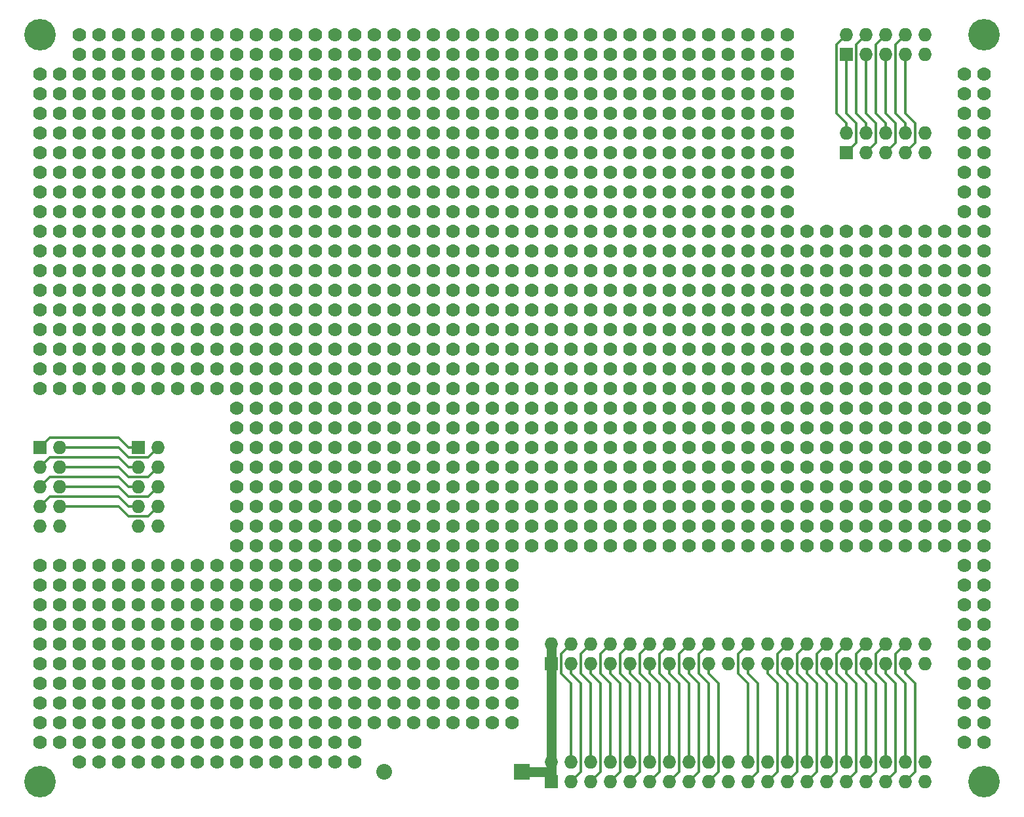
<source format=gbr>
G04 #@! TF.GenerationSoftware,KiCad,Pcbnew,(5.0.1-3-g963ef8bb5)*
G04 #@! TF.CreationDate,2023-12-14T13:52:51-05:00*
G04 #@! TF.ProjectId,gw-r65x1qsbc-proto1,67772D7236357831717362632D70726F,rev?*
G04 #@! TF.SameCoordinates,Original*
G04 #@! TF.FileFunction,Copper,L1,Top,Signal*
G04 #@! TF.FilePolarity,Positive*
%FSLAX46Y46*%
G04 Gerber Fmt 4.6, Leading zero omitted, Abs format (unit mm)*
G04 Created by KiCad (PCBNEW (5.0.1-3-g963ef8bb5)) date Thursday, December 14, 2023 at 01:52:51 PM*
%MOMM*%
%LPD*%
G01*
G04 APERTURE LIST*
G04 #@! TA.AperFunction,ComponentPad*
%ADD10C,1.778000*%
G04 #@! TD*
G04 #@! TA.AperFunction,ComponentPad*
%ADD11O,1.727200X1.727200*%
G04 #@! TD*
G04 #@! TA.AperFunction,ComponentPad*
%ADD12R,1.727200X1.727200*%
G04 #@! TD*
G04 #@! TA.AperFunction,ComponentPad*
%ADD13C,2.032000*%
G04 #@! TD*
G04 #@! TA.AperFunction,ComponentPad*
%ADD14R,2.032000X2.032000*%
G04 #@! TD*
G04 #@! TA.AperFunction,ComponentPad*
%ADD15C,4.064000*%
G04 #@! TD*
G04 #@! TA.AperFunction,Conductor*
%ADD16C,1.270000*%
G04 #@! TD*
G04 #@! TA.AperFunction,Conductor*
%ADD17C,0.304800*%
G04 #@! TD*
G04 APERTURE END LIST*
D10*
G04 #@! TO.P,REF\002A\002A,1*
G04 #@! TO.N,N/C*
X78740000Y-55880000D03*
G04 #@! TD*
G04 #@! TO.P,REF\002A\002A,1*
G04 #@! TO.N,N/C*
X78740000Y-58420000D03*
G04 #@! TD*
G04 #@! TO.P,REF\002A\002A,1*
G04 #@! TO.N,N/C*
X193040000Y-60960000D03*
G04 #@! TD*
G04 #@! TO.P,REF\002A\002A,1*
G04 #@! TO.N,N/C*
X195580000Y-60960000D03*
G04 #@! TD*
G04 #@! TO.P,REF\002A\002A,1*
G04 #@! TO.N,N/C*
X193040000Y-63500000D03*
G04 #@! TD*
G04 #@! TO.P,REF\002A\002A,1*
G04 #@! TO.N,N/C*
X195580000Y-63500000D03*
G04 #@! TD*
G04 #@! TO.P,REF\002A\002A,1*
G04 #@! TO.N,N/C*
X193040000Y-66040000D03*
G04 #@! TD*
G04 #@! TO.P,REF\002A\002A,1*
G04 #@! TO.N,N/C*
X193040000Y-76200000D03*
G04 #@! TD*
G04 #@! TO.P,REF\002A\002A,1*
G04 #@! TO.N,N/C*
X195580000Y-78740000D03*
G04 #@! TD*
G04 #@! TO.P,REF\002A\002A,1*
G04 #@! TO.N,N/C*
X195580000Y-66040000D03*
G04 #@! TD*
G04 #@! TO.P,REF\002A\002A,1*
G04 #@! TO.N,N/C*
X193040000Y-78740000D03*
G04 #@! TD*
G04 #@! TO.P,REF\002A\002A,1*
G04 #@! TO.N,N/C*
X195580000Y-71120000D03*
G04 #@! TD*
G04 #@! TO.P,REF\002A\002A,1*
G04 #@! TO.N,N/C*
X193040000Y-68580000D03*
G04 #@! TD*
G04 #@! TO.P,REF\002A\002A,1*
G04 #@! TO.N,N/C*
X195580000Y-68580000D03*
G04 #@! TD*
G04 #@! TO.P,REF\002A\002A,1*
G04 #@! TO.N,N/C*
X193040000Y-71120000D03*
G04 #@! TD*
G04 #@! TO.P,REF\002A\002A,1*
G04 #@! TO.N,N/C*
X195580000Y-76200000D03*
G04 #@! TD*
G04 #@! TO.P,REF\002A\002A,1*
G04 #@! TO.N,N/C*
X193040000Y-73660000D03*
G04 #@! TD*
G04 #@! TO.P,REF\002A\002A,1*
G04 #@! TO.N,N/C*
X195580000Y-73660000D03*
G04 #@! TD*
G04 #@! TO.P,REF\002A\002A,1*
G04 #@! TO.N,N/C*
X78740000Y-149860000D03*
G04 #@! TD*
G04 #@! TO.P,REF\002A\002A,1*
G04 #@! TO.N,N/C*
X109220000Y-149860000D03*
G04 #@! TD*
G04 #@! TO.P,REF\002A\002A,1*
G04 #@! TO.N,N/C*
X106680000Y-149860000D03*
G04 #@! TD*
G04 #@! TO.P,REF\002A\002A,1*
G04 #@! TO.N,N/C*
X104140000Y-149860000D03*
G04 #@! TD*
G04 #@! TO.P,REF\002A\002A,1*
G04 #@! TO.N,N/C*
X114300000Y-149860000D03*
G04 #@! TD*
G04 #@! TO.P,REF\002A\002A,1*
G04 #@! TO.N,N/C*
X101600000Y-149860000D03*
G04 #@! TD*
G04 #@! TO.P,REF\002A\002A,1*
G04 #@! TO.N,N/C*
X111760000Y-149860000D03*
G04 #@! TD*
G04 #@! TO.P,REF\002A\002A,1*
G04 #@! TO.N,N/C*
X99060000Y-149860000D03*
G04 #@! TD*
G04 #@! TO.P,REF\002A\002A,1*
G04 #@! TO.N,N/C*
X91440000Y-149860000D03*
G04 #@! TD*
G04 #@! TO.P,REF\002A\002A,1*
G04 #@! TO.N,N/C*
X88900000Y-149860000D03*
G04 #@! TD*
G04 #@! TO.P,REF\002A\002A,1*
G04 #@! TO.N,N/C*
X86360000Y-149860000D03*
G04 #@! TD*
G04 #@! TO.P,REF\002A\002A,1*
G04 #@! TO.N,N/C*
X96520000Y-149860000D03*
G04 #@! TD*
G04 #@! TO.P,REF\002A\002A,1*
G04 #@! TO.N,N/C*
X83820000Y-149860000D03*
G04 #@! TD*
G04 #@! TO.P,REF\002A\002A,1*
G04 #@! TO.N,N/C*
X93980000Y-149860000D03*
G04 #@! TD*
G04 #@! TO.P,REF\002A\002A,1*
G04 #@! TO.N,N/C*
X81280000Y-149860000D03*
G04 #@! TD*
G04 #@! TO.P,REF\002A\002A,1*
G04 #@! TO.N,N/C*
X78740000Y-147320000D03*
G04 #@! TD*
G04 #@! TO.P,REF\002A\002A,1*
G04 #@! TO.N,N/C*
X76200000Y-147320000D03*
G04 #@! TD*
G04 #@! TO.P,REF\002A\002A,1*
G04 #@! TO.N,N/C*
X73660000Y-147320000D03*
G04 #@! TD*
G04 #@! TO.P,REF\002A\002A,1*
G04 #@! TO.N,N/C*
X109220000Y-147320000D03*
G04 #@! TD*
G04 #@! TO.P,REF\002A\002A,1*
G04 #@! TO.N,N/C*
X106680000Y-147320000D03*
G04 #@! TD*
G04 #@! TO.P,REF\002A\002A,1*
G04 #@! TO.N,N/C*
X104140000Y-147320000D03*
G04 #@! TD*
G04 #@! TO.P,REF\002A\002A,1*
G04 #@! TO.N,N/C*
X114300000Y-147320000D03*
G04 #@! TD*
G04 #@! TO.P,REF\002A\002A,1*
G04 #@! TO.N,N/C*
X101600000Y-147320000D03*
G04 #@! TD*
G04 #@! TO.P,REF\002A\002A,1*
G04 #@! TO.N,N/C*
X111760000Y-147320000D03*
G04 #@! TD*
G04 #@! TO.P,REF\002A\002A,1*
G04 #@! TO.N,N/C*
X99060000Y-147320000D03*
G04 #@! TD*
G04 #@! TO.P,REF\002A\002A,1*
G04 #@! TO.N,N/C*
X91440000Y-147320000D03*
G04 #@! TD*
G04 #@! TO.P,REF\002A\002A,1*
G04 #@! TO.N,N/C*
X88900000Y-147320000D03*
G04 #@! TD*
G04 #@! TO.P,REF\002A\002A,1*
G04 #@! TO.N,N/C*
X86360000Y-147320000D03*
G04 #@! TD*
G04 #@! TO.P,REF\002A\002A,1*
G04 #@! TO.N,N/C*
X96520000Y-147320000D03*
G04 #@! TD*
G04 #@! TO.P,REF\002A\002A,1*
G04 #@! TO.N,N/C*
X83820000Y-147320000D03*
G04 #@! TD*
G04 #@! TO.P,REF\002A\002A,1*
G04 #@! TO.N,N/C*
X93980000Y-147320000D03*
G04 #@! TD*
G04 #@! TO.P,REF\002A\002A,1*
G04 #@! TO.N,N/C*
X81280000Y-147320000D03*
G04 #@! TD*
G04 #@! TO.P,REF\002A\002A,1*
G04 #@! TO.N,N/C*
X195580000Y-147320000D03*
G04 #@! TD*
G04 #@! TO.P,REF\002A\002A,1*
G04 #@! TO.N,N/C*
X195580000Y-139700000D03*
G04 #@! TD*
G04 #@! TO.P,REF\002A\002A,1*
G04 #@! TO.N,N/C*
X195580000Y-142240000D03*
G04 #@! TD*
G04 #@! TO.P,REF\002A\002A,1*
G04 #@! TO.N,N/C*
X195580000Y-144780000D03*
G04 #@! TD*
G04 #@! TO.P,REF\002A\002A,1*
G04 #@! TO.N,N/C*
X193040000Y-142240000D03*
G04 #@! TD*
G04 #@! TO.P,REF\002A\002A,1*
G04 #@! TO.N,N/C*
X193040000Y-144780000D03*
G04 #@! TD*
G04 #@! TO.P,REF\002A\002A,1*
G04 #@! TO.N,N/C*
X193040000Y-139700000D03*
G04 #@! TD*
G04 #@! TO.P,REF\002A\002A,1*
G04 #@! TO.N,N/C*
X193040000Y-147320000D03*
G04 #@! TD*
G04 #@! TO.P,REF\002A\002A,1*
G04 #@! TO.N,N/C*
X73660000Y-127000000D03*
G04 #@! TD*
G04 #@! TO.P,REF\002A\002A,1*
G04 #@! TO.N,N/C*
X73660000Y-124460000D03*
G04 #@! TD*
G04 #@! TO.P,REF\002A\002A,1*
G04 #@! TO.N,N/C*
X73660000Y-129540000D03*
G04 #@! TD*
G04 #@! TO.P,REF\002A\002A,1*
G04 #@! TO.N,N/C*
X73660000Y-142240000D03*
G04 #@! TD*
G04 #@! TO.P,REF\002A\002A,1*
G04 #@! TO.N,N/C*
X73660000Y-139700000D03*
G04 #@! TD*
G04 #@! TO.P,REF\002A\002A,1*
G04 #@! TO.N,N/C*
X73660000Y-144780000D03*
G04 #@! TD*
G04 #@! TO.P,REF\002A\002A,1*
G04 #@! TO.N,N/C*
X73660000Y-134620000D03*
G04 #@! TD*
G04 #@! TO.P,REF\002A\002A,1*
G04 #@! TO.N,N/C*
X73660000Y-132080000D03*
G04 #@! TD*
G04 #@! TO.P,REF\002A\002A,1*
G04 #@! TO.N,N/C*
X73660000Y-137160000D03*
G04 #@! TD*
G04 #@! TO.P,REF\002A\002A,1*
G04 #@! TO.N,N/C*
X78740000Y-127000000D03*
G04 #@! TD*
G04 #@! TO.P,REF\002A\002A,1*
G04 #@! TO.N,N/C*
X78740000Y-124460000D03*
G04 #@! TD*
G04 #@! TO.P,REF\002A\002A,1*
G04 #@! TO.N,N/C*
X78740000Y-129540000D03*
G04 #@! TD*
G04 #@! TO.P,REF\002A\002A,1*
G04 #@! TO.N,N/C*
X76200000Y-127000000D03*
G04 #@! TD*
G04 #@! TO.P,REF\002A\002A,1*
G04 #@! TO.N,N/C*
X76200000Y-124460000D03*
G04 #@! TD*
G04 #@! TO.P,REF\002A\002A,1*
G04 #@! TO.N,N/C*
X76200000Y-129540000D03*
G04 #@! TD*
G04 #@! TO.P,REF\002A\002A,1*
G04 #@! TO.N,N/C*
X78740000Y-142240000D03*
G04 #@! TD*
G04 #@! TO.P,REF\002A\002A,1*
G04 #@! TO.N,N/C*
X78740000Y-139700000D03*
G04 #@! TD*
G04 #@! TO.P,REF\002A\002A,1*
G04 #@! TO.N,N/C*
X78740000Y-144780000D03*
G04 #@! TD*
G04 #@! TO.P,REF\002A\002A,1*
G04 #@! TO.N,N/C*
X76200000Y-142240000D03*
G04 #@! TD*
G04 #@! TO.P,REF\002A\002A,1*
G04 #@! TO.N,N/C*
X76200000Y-139700000D03*
G04 #@! TD*
G04 #@! TO.P,REF\002A\002A,1*
G04 #@! TO.N,N/C*
X76200000Y-144780000D03*
G04 #@! TD*
G04 #@! TO.P,REF\002A\002A,1*
G04 #@! TO.N,N/C*
X78740000Y-134620000D03*
G04 #@! TD*
G04 #@! TO.P,REF\002A\002A,1*
G04 #@! TO.N,N/C*
X78740000Y-132080000D03*
G04 #@! TD*
G04 #@! TO.P,REF\002A\002A,1*
G04 #@! TO.N,N/C*
X78740000Y-137160000D03*
G04 #@! TD*
G04 #@! TO.P,REF\002A\002A,1*
G04 #@! TO.N,N/C*
X76200000Y-134620000D03*
G04 #@! TD*
G04 #@! TO.P,REF\002A\002A,1*
G04 #@! TO.N,N/C*
X76200000Y-132080000D03*
G04 #@! TD*
G04 #@! TO.P,REF\002A\002A,1*
G04 #@! TO.N,N/C*
X76200000Y-137160000D03*
G04 #@! TD*
G04 #@! TO.P,REF\002A\002A,1*
G04 #@! TO.N,N/C*
X91440000Y-129540000D03*
G04 #@! TD*
G04 #@! TO.P,REF\002A\002A,1*
G04 #@! TO.N,N/C*
X88900000Y-127000000D03*
G04 #@! TD*
G04 #@! TO.P,REF\002A\002A,1*
G04 #@! TO.N,N/C*
X91440000Y-127000000D03*
G04 #@! TD*
G04 #@! TO.P,REF\002A\002A,1*
G04 #@! TO.N,N/C*
X88900000Y-129540000D03*
G04 #@! TD*
G04 #@! TO.P,REF\002A\002A,1*
G04 #@! TO.N,N/C*
X86360000Y-129540000D03*
G04 #@! TD*
G04 #@! TO.P,REF\002A\002A,1*
G04 #@! TO.N,N/C*
X91440000Y-124460000D03*
G04 #@! TD*
G04 #@! TO.P,REF\002A\002A,1*
G04 #@! TO.N,N/C*
X83820000Y-127000000D03*
G04 #@! TD*
G04 #@! TO.P,REF\002A\002A,1*
G04 #@! TO.N,N/C*
X96520000Y-129540000D03*
G04 #@! TD*
G04 #@! TO.P,REF\002A\002A,1*
G04 #@! TO.N,N/C*
X96520000Y-127000000D03*
G04 #@! TD*
G04 #@! TO.P,REF\002A\002A,1*
G04 #@! TO.N,N/C*
X88900000Y-124460000D03*
G04 #@! TD*
G04 #@! TO.P,REF\002A\002A,1*
G04 #@! TO.N,N/C*
X83820000Y-124460000D03*
G04 #@! TD*
G04 #@! TO.P,REF\002A\002A,1*
G04 #@! TO.N,N/C*
X86360000Y-127000000D03*
G04 #@! TD*
G04 #@! TO.P,REF\002A\002A,1*
G04 #@! TO.N,N/C*
X83820000Y-129540000D03*
G04 #@! TD*
G04 #@! TO.P,REF\002A\002A,1*
G04 #@! TO.N,N/C*
X93980000Y-129540000D03*
G04 #@! TD*
G04 #@! TO.P,REF\002A\002A,1*
G04 #@! TO.N,N/C*
X93980000Y-124460000D03*
G04 #@! TD*
G04 #@! TO.P,REF\002A\002A,1*
G04 #@! TO.N,N/C*
X81280000Y-127000000D03*
G04 #@! TD*
G04 #@! TO.P,REF\002A\002A,1*
G04 #@! TO.N,N/C*
X81280000Y-124460000D03*
G04 #@! TD*
G04 #@! TO.P,REF\002A\002A,1*
G04 #@! TO.N,N/C*
X81280000Y-129540000D03*
G04 #@! TD*
G04 #@! TO.P,REF\002A\002A,1*
G04 #@! TO.N,N/C*
X93980000Y-127000000D03*
G04 #@! TD*
G04 #@! TO.P,REF\002A\002A,1*
G04 #@! TO.N,N/C*
X96520000Y-124460000D03*
G04 #@! TD*
G04 #@! TO.P,REF\002A\002A,1*
G04 #@! TO.N,N/C*
X86360000Y-124460000D03*
G04 #@! TD*
G04 #@! TO.P,REF\002A\002A,1*
G04 #@! TO.N,N/C*
X91440000Y-144780000D03*
G04 #@! TD*
G04 #@! TO.P,REF\002A\002A,1*
G04 #@! TO.N,N/C*
X88900000Y-142240000D03*
G04 #@! TD*
G04 #@! TO.P,REF\002A\002A,1*
G04 #@! TO.N,N/C*
X91440000Y-142240000D03*
G04 #@! TD*
G04 #@! TO.P,REF\002A\002A,1*
G04 #@! TO.N,N/C*
X88900000Y-144780000D03*
G04 #@! TD*
G04 #@! TO.P,REF\002A\002A,1*
G04 #@! TO.N,N/C*
X86360000Y-144780000D03*
G04 #@! TD*
G04 #@! TO.P,REF\002A\002A,1*
G04 #@! TO.N,N/C*
X91440000Y-139700000D03*
G04 #@! TD*
G04 #@! TO.P,REF\002A\002A,1*
G04 #@! TO.N,N/C*
X83820000Y-142240000D03*
G04 #@! TD*
G04 #@! TO.P,REF\002A\002A,1*
G04 #@! TO.N,N/C*
X96520000Y-144780000D03*
G04 #@! TD*
G04 #@! TO.P,REF\002A\002A,1*
G04 #@! TO.N,N/C*
X96520000Y-142240000D03*
G04 #@! TD*
G04 #@! TO.P,REF\002A\002A,1*
G04 #@! TO.N,N/C*
X88900000Y-139700000D03*
G04 #@! TD*
G04 #@! TO.P,REF\002A\002A,1*
G04 #@! TO.N,N/C*
X83820000Y-139700000D03*
G04 #@! TD*
G04 #@! TO.P,REF\002A\002A,1*
G04 #@! TO.N,N/C*
X86360000Y-142240000D03*
G04 #@! TD*
G04 #@! TO.P,REF\002A\002A,1*
G04 #@! TO.N,N/C*
X83820000Y-144780000D03*
G04 #@! TD*
G04 #@! TO.P,REF\002A\002A,1*
G04 #@! TO.N,N/C*
X93980000Y-144780000D03*
G04 #@! TD*
G04 #@! TO.P,REF\002A\002A,1*
G04 #@! TO.N,N/C*
X93980000Y-139700000D03*
G04 #@! TD*
G04 #@! TO.P,REF\002A\002A,1*
G04 #@! TO.N,N/C*
X81280000Y-142240000D03*
G04 #@! TD*
G04 #@! TO.P,REF\002A\002A,1*
G04 #@! TO.N,N/C*
X81280000Y-139700000D03*
G04 #@! TD*
G04 #@! TO.P,REF\002A\002A,1*
G04 #@! TO.N,N/C*
X81280000Y-144780000D03*
G04 #@! TD*
G04 #@! TO.P,REF\002A\002A,1*
G04 #@! TO.N,N/C*
X93980000Y-142240000D03*
G04 #@! TD*
G04 #@! TO.P,REF\002A\002A,1*
G04 #@! TO.N,N/C*
X96520000Y-139700000D03*
G04 #@! TD*
G04 #@! TO.P,REF\002A\002A,1*
G04 #@! TO.N,N/C*
X86360000Y-139700000D03*
G04 #@! TD*
G04 #@! TO.P,REF\002A\002A,1*
G04 #@! TO.N,N/C*
X91440000Y-137160000D03*
G04 #@! TD*
G04 #@! TO.P,REF\002A\002A,1*
G04 #@! TO.N,N/C*
X88900000Y-134620000D03*
G04 #@! TD*
G04 #@! TO.P,REF\002A\002A,1*
G04 #@! TO.N,N/C*
X91440000Y-134620000D03*
G04 #@! TD*
G04 #@! TO.P,REF\002A\002A,1*
G04 #@! TO.N,N/C*
X88900000Y-137160000D03*
G04 #@! TD*
G04 #@! TO.P,REF\002A\002A,1*
G04 #@! TO.N,N/C*
X86360000Y-137160000D03*
G04 #@! TD*
G04 #@! TO.P,REF\002A\002A,1*
G04 #@! TO.N,N/C*
X91440000Y-132080000D03*
G04 #@! TD*
G04 #@! TO.P,REF\002A\002A,1*
G04 #@! TO.N,N/C*
X83820000Y-134620000D03*
G04 #@! TD*
G04 #@! TO.P,REF\002A\002A,1*
G04 #@! TO.N,N/C*
X96520000Y-137160000D03*
G04 #@! TD*
G04 #@! TO.P,REF\002A\002A,1*
G04 #@! TO.N,N/C*
X96520000Y-134620000D03*
G04 #@! TD*
G04 #@! TO.P,REF\002A\002A,1*
G04 #@! TO.N,N/C*
X88900000Y-132080000D03*
G04 #@! TD*
G04 #@! TO.P,REF\002A\002A,1*
G04 #@! TO.N,N/C*
X83820000Y-132080000D03*
G04 #@! TD*
G04 #@! TO.P,REF\002A\002A,1*
G04 #@! TO.N,N/C*
X86360000Y-134620000D03*
G04 #@! TD*
G04 #@! TO.P,REF\002A\002A,1*
G04 #@! TO.N,N/C*
X83820000Y-137160000D03*
G04 #@! TD*
G04 #@! TO.P,REF\002A\002A,1*
G04 #@! TO.N,N/C*
X93980000Y-137160000D03*
G04 #@! TD*
G04 #@! TO.P,REF\002A\002A,1*
G04 #@! TO.N,N/C*
X93980000Y-132080000D03*
G04 #@! TD*
G04 #@! TO.P,REF\002A\002A,1*
G04 #@! TO.N,N/C*
X81280000Y-134620000D03*
G04 #@! TD*
G04 #@! TO.P,REF\002A\002A,1*
G04 #@! TO.N,N/C*
X81280000Y-132080000D03*
G04 #@! TD*
G04 #@! TO.P,REF\002A\002A,1*
G04 #@! TO.N,N/C*
X81280000Y-137160000D03*
G04 #@! TD*
G04 #@! TO.P,REF\002A\002A,1*
G04 #@! TO.N,N/C*
X93980000Y-134620000D03*
G04 #@! TD*
G04 #@! TO.P,REF\002A\002A,1*
G04 #@! TO.N,N/C*
X96520000Y-132080000D03*
G04 #@! TD*
G04 #@! TO.P,REF\002A\002A,1*
G04 #@! TO.N,N/C*
X86360000Y-132080000D03*
G04 #@! TD*
G04 #@! TO.P,REF\002A\002A,1*
G04 #@! TO.N,N/C*
X116840000Y-139700000D03*
G04 #@! TD*
G04 #@! TO.P,REF\002A\002A,1*
G04 #@! TO.N,N/C*
X119380000Y-142240000D03*
G04 #@! TD*
G04 #@! TO.P,REF\002A\002A,1*
G04 #@! TO.N,N/C*
X116840000Y-144780000D03*
G04 #@! TD*
G04 #@! TO.P,REF\002A\002A,1*
G04 #@! TO.N,N/C*
X127000000Y-144780000D03*
G04 #@! TD*
G04 #@! TO.P,REF\002A\002A,1*
G04 #@! TO.N,N/C*
X132080000Y-139700000D03*
G04 #@! TD*
G04 #@! TO.P,REF\002A\002A,1*
G04 #@! TO.N,N/C*
X127000000Y-139700000D03*
G04 #@! TD*
G04 #@! TO.P,REF\002A\002A,1*
G04 #@! TO.N,N/C*
X129540000Y-142240000D03*
G04 #@! TD*
G04 #@! TO.P,REF\002A\002A,1*
G04 #@! TO.N,N/C*
X121920000Y-139700000D03*
G04 #@! TD*
G04 #@! TO.P,REF\002A\002A,1*
G04 #@! TO.N,N/C*
X127000000Y-142240000D03*
G04 #@! TD*
G04 #@! TO.P,REF\002A\002A,1*
G04 #@! TO.N,N/C*
X129540000Y-139700000D03*
G04 #@! TD*
G04 #@! TO.P,REF\002A\002A,1*
G04 #@! TO.N,N/C*
X119380000Y-139700000D03*
G04 #@! TD*
G04 #@! TO.P,REF\002A\002A,1*
G04 #@! TO.N,N/C*
X134620000Y-139700000D03*
G04 #@! TD*
G04 #@! TO.P,REF\002A\002A,1*
G04 #@! TO.N,N/C*
X134620000Y-144780000D03*
G04 #@! TD*
G04 #@! TO.P,REF\002A\002A,1*
G04 #@! TO.N,N/C*
X132080000Y-142240000D03*
G04 #@! TD*
G04 #@! TO.P,REF\002A\002A,1*
G04 #@! TO.N,N/C*
X134620000Y-142240000D03*
G04 #@! TD*
G04 #@! TO.P,REF\002A\002A,1*
G04 #@! TO.N,N/C*
X132080000Y-144780000D03*
G04 #@! TD*
G04 #@! TO.P,REF\002A\002A,1*
G04 #@! TO.N,N/C*
X124460000Y-139700000D03*
G04 #@! TD*
G04 #@! TO.P,REF\002A\002A,1*
G04 #@! TO.N,N/C*
X124460000Y-144780000D03*
G04 #@! TD*
G04 #@! TO.P,REF\002A\002A,1*
G04 #@! TO.N,N/C*
X121920000Y-142240000D03*
G04 #@! TD*
G04 #@! TO.P,REF\002A\002A,1*
G04 #@! TO.N,N/C*
X124460000Y-142240000D03*
G04 #@! TD*
G04 #@! TO.P,REF\002A\002A,1*
G04 #@! TO.N,N/C*
X121920000Y-144780000D03*
G04 #@! TD*
G04 #@! TO.P,REF\002A\002A,1*
G04 #@! TO.N,N/C*
X119380000Y-144780000D03*
G04 #@! TD*
G04 #@! TO.P,REF\002A\002A,1*
G04 #@! TO.N,N/C*
X116840000Y-142240000D03*
G04 #@! TD*
G04 #@! TO.P,REF\002A\002A,1*
G04 #@! TO.N,N/C*
X109220000Y-144780000D03*
G04 #@! TD*
G04 #@! TO.P,REF\002A\002A,1*
G04 #@! TO.N,N/C*
X106680000Y-142240000D03*
G04 #@! TD*
G04 #@! TO.P,REF\002A\002A,1*
G04 #@! TO.N,N/C*
X109220000Y-142240000D03*
G04 #@! TD*
G04 #@! TO.P,REF\002A\002A,1*
G04 #@! TO.N,N/C*
X106680000Y-144780000D03*
G04 #@! TD*
G04 #@! TO.P,REF\002A\002A,1*
G04 #@! TO.N,N/C*
X104140000Y-144780000D03*
G04 #@! TD*
G04 #@! TO.P,REF\002A\002A,1*
G04 #@! TO.N,N/C*
X109220000Y-139700000D03*
G04 #@! TD*
G04 #@! TO.P,REF\002A\002A,1*
G04 #@! TO.N,N/C*
X101600000Y-142240000D03*
G04 #@! TD*
G04 #@! TO.P,REF\002A\002A,1*
G04 #@! TO.N,N/C*
X114300000Y-144780000D03*
G04 #@! TD*
G04 #@! TO.P,REF\002A\002A,1*
G04 #@! TO.N,N/C*
X114300000Y-142240000D03*
G04 #@! TD*
G04 #@! TO.P,REF\002A\002A,1*
G04 #@! TO.N,N/C*
X106680000Y-139700000D03*
G04 #@! TD*
G04 #@! TO.P,REF\002A\002A,1*
G04 #@! TO.N,N/C*
X101600000Y-139700000D03*
G04 #@! TD*
G04 #@! TO.P,REF\002A\002A,1*
G04 #@! TO.N,N/C*
X104140000Y-142240000D03*
G04 #@! TD*
G04 #@! TO.P,REF\002A\002A,1*
G04 #@! TO.N,N/C*
X101600000Y-144780000D03*
G04 #@! TD*
G04 #@! TO.P,REF\002A\002A,1*
G04 #@! TO.N,N/C*
X111760000Y-144780000D03*
G04 #@! TD*
G04 #@! TO.P,REF\002A\002A,1*
G04 #@! TO.N,N/C*
X111760000Y-139700000D03*
G04 #@! TD*
G04 #@! TO.P,REF\002A\002A,1*
G04 #@! TO.N,N/C*
X99060000Y-142240000D03*
G04 #@! TD*
G04 #@! TO.P,REF\002A\002A,1*
G04 #@! TO.N,N/C*
X99060000Y-139700000D03*
G04 #@! TD*
G04 #@! TO.P,REF\002A\002A,1*
G04 #@! TO.N,N/C*
X99060000Y-144780000D03*
G04 #@! TD*
G04 #@! TO.P,REF\002A\002A,1*
G04 #@! TO.N,N/C*
X129540000Y-144780000D03*
G04 #@! TD*
G04 #@! TO.P,REF\002A\002A,1*
G04 #@! TO.N,N/C*
X111760000Y-142240000D03*
G04 #@! TD*
G04 #@! TO.P,REF\002A\002A,1*
G04 #@! TO.N,N/C*
X114300000Y-139700000D03*
G04 #@! TD*
G04 #@! TO.P,REF\002A\002A,1*
G04 #@! TO.N,N/C*
X104140000Y-139700000D03*
G04 #@! TD*
G04 #@! TO.P,REF\002A\002A,1*
G04 #@! TO.N,N/C*
X116840000Y-132080000D03*
G04 #@! TD*
G04 #@! TO.P,REF\002A\002A,1*
G04 #@! TO.N,N/C*
X119380000Y-134620000D03*
G04 #@! TD*
G04 #@! TO.P,REF\002A\002A,1*
G04 #@! TO.N,N/C*
X116840000Y-137160000D03*
G04 #@! TD*
G04 #@! TO.P,REF\002A\002A,1*
G04 #@! TO.N,N/C*
X127000000Y-137160000D03*
G04 #@! TD*
G04 #@! TO.P,REF\002A\002A,1*
G04 #@! TO.N,N/C*
X132080000Y-132080000D03*
G04 #@! TD*
G04 #@! TO.P,REF\002A\002A,1*
G04 #@! TO.N,N/C*
X127000000Y-132080000D03*
G04 #@! TD*
G04 #@! TO.P,REF\002A\002A,1*
G04 #@! TO.N,N/C*
X129540000Y-134620000D03*
G04 #@! TD*
G04 #@! TO.P,REF\002A\002A,1*
G04 #@! TO.N,N/C*
X121920000Y-132080000D03*
G04 #@! TD*
G04 #@! TO.P,REF\002A\002A,1*
G04 #@! TO.N,N/C*
X127000000Y-134620000D03*
G04 #@! TD*
G04 #@! TO.P,REF\002A\002A,1*
G04 #@! TO.N,N/C*
X129540000Y-132080000D03*
G04 #@! TD*
G04 #@! TO.P,REF\002A\002A,1*
G04 #@! TO.N,N/C*
X119380000Y-132080000D03*
G04 #@! TD*
G04 #@! TO.P,REF\002A\002A,1*
G04 #@! TO.N,N/C*
X134620000Y-132080000D03*
G04 #@! TD*
G04 #@! TO.P,REF\002A\002A,1*
G04 #@! TO.N,N/C*
X134620000Y-137160000D03*
G04 #@! TD*
G04 #@! TO.P,REF\002A\002A,1*
G04 #@! TO.N,N/C*
X132080000Y-134620000D03*
G04 #@! TD*
G04 #@! TO.P,REF\002A\002A,1*
G04 #@! TO.N,N/C*
X134620000Y-134620000D03*
G04 #@! TD*
G04 #@! TO.P,REF\002A\002A,1*
G04 #@! TO.N,N/C*
X132080000Y-137160000D03*
G04 #@! TD*
G04 #@! TO.P,REF\002A\002A,1*
G04 #@! TO.N,N/C*
X124460000Y-132080000D03*
G04 #@! TD*
G04 #@! TO.P,REF\002A\002A,1*
G04 #@! TO.N,N/C*
X124460000Y-137160000D03*
G04 #@! TD*
G04 #@! TO.P,REF\002A\002A,1*
G04 #@! TO.N,N/C*
X121920000Y-134620000D03*
G04 #@! TD*
G04 #@! TO.P,REF\002A\002A,1*
G04 #@! TO.N,N/C*
X124460000Y-134620000D03*
G04 #@! TD*
G04 #@! TO.P,REF\002A\002A,1*
G04 #@! TO.N,N/C*
X121920000Y-137160000D03*
G04 #@! TD*
G04 #@! TO.P,REF\002A\002A,1*
G04 #@! TO.N,N/C*
X119380000Y-137160000D03*
G04 #@! TD*
G04 #@! TO.P,REF\002A\002A,1*
G04 #@! TO.N,N/C*
X116840000Y-134620000D03*
G04 #@! TD*
G04 #@! TO.P,REF\002A\002A,1*
G04 #@! TO.N,N/C*
X109220000Y-137160000D03*
G04 #@! TD*
G04 #@! TO.P,REF\002A\002A,1*
G04 #@! TO.N,N/C*
X106680000Y-134620000D03*
G04 #@! TD*
G04 #@! TO.P,REF\002A\002A,1*
G04 #@! TO.N,N/C*
X109220000Y-134620000D03*
G04 #@! TD*
G04 #@! TO.P,REF\002A\002A,1*
G04 #@! TO.N,N/C*
X106680000Y-137160000D03*
G04 #@! TD*
G04 #@! TO.P,REF\002A\002A,1*
G04 #@! TO.N,N/C*
X104140000Y-137160000D03*
G04 #@! TD*
G04 #@! TO.P,REF\002A\002A,1*
G04 #@! TO.N,N/C*
X109220000Y-132080000D03*
G04 #@! TD*
G04 #@! TO.P,REF\002A\002A,1*
G04 #@! TO.N,N/C*
X101600000Y-134620000D03*
G04 #@! TD*
G04 #@! TO.P,REF\002A\002A,1*
G04 #@! TO.N,N/C*
X114300000Y-137160000D03*
G04 #@! TD*
G04 #@! TO.P,REF\002A\002A,1*
G04 #@! TO.N,N/C*
X114300000Y-134620000D03*
G04 #@! TD*
G04 #@! TO.P,REF\002A\002A,1*
G04 #@! TO.N,N/C*
X106680000Y-132080000D03*
G04 #@! TD*
G04 #@! TO.P,REF\002A\002A,1*
G04 #@! TO.N,N/C*
X101600000Y-132080000D03*
G04 #@! TD*
G04 #@! TO.P,REF\002A\002A,1*
G04 #@! TO.N,N/C*
X104140000Y-134620000D03*
G04 #@! TD*
G04 #@! TO.P,REF\002A\002A,1*
G04 #@! TO.N,N/C*
X101600000Y-137160000D03*
G04 #@! TD*
G04 #@! TO.P,REF\002A\002A,1*
G04 #@! TO.N,N/C*
X111760000Y-137160000D03*
G04 #@! TD*
G04 #@! TO.P,REF\002A\002A,1*
G04 #@! TO.N,N/C*
X111760000Y-132080000D03*
G04 #@! TD*
G04 #@! TO.P,REF\002A\002A,1*
G04 #@! TO.N,N/C*
X99060000Y-134620000D03*
G04 #@! TD*
G04 #@! TO.P,REF\002A\002A,1*
G04 #@! TO.N,N/C*
X99060000Y-132080000D03*
G04 #@! TD*
G04 #@! TO.P,REF\002A\002A,1*
G04 #@! TO.N,N/C*
X99060000Y-137160000D03*
G04 #@! TD*
G04 #@! TO.P,REF\002A\002A,1*
G04 #@! TO.N,N/C*
X129540000Y-137160000D03*
G04 #@! TD*
G04 #@! TO.P,REF\002A\002A,1*
G04 #@! TO.N,N/C*
X111760000Y-134620000D03*
G04 #@! TD*
G04 #@! TO.P,REF\002A\002A,1*
G04 #@! TO.N,N/C*
X114300000Y-132080000D03*
G04 #@! TD*
G04 #@! TO.P,REF\002A\002A,1*
G04 #@! TO.N,N/C*
X104140000Y-132080000D03*
G04 #@! TD*
G04 #@! TO.P,REF\002A\002A,1*
G04 #@! TO.N,N/C*
X116840000Y-124460000D03*
G04 #@! TD*
G04 #@! TO.P,REF\002A\002A,1*
G04 #@! TO.N,N/C*
X119380000Y-127000000D03*
G04 #@! TD*
G04 #@! TO.P,REF\002A\002A,1*
G04 #@! TO.N,N/C*
X116840000Y-129540000D03*
G04 #@! TD*
G04 #@! TO.P,REF\002A\002A,1*
G04 #@! TO.N,N/C*
X127000000Y-129540000D03*
G04 #@! TD*
G04 #@! TO.P,REF\002A\002A,1*
G04 #@! TO.N,N/C*
X132080000Y-124460000D03*
G04 #@! TD*
G04 #@! TO.P,REF\002A\002A,1*
G04 #@! TO.N,N/C*
X127000000Y-124460000D03*
G04 #@! TD*
G04 #@! TO.P,REF\002A\002A,1*
G04 #@! TO.N,N/C*
X129540000Y-127000000D03*
G04 #@! TD*
G04 #@! TO.P,REF\002A\002A,1*
G04 #@! TO.N,N/C*
X121920000Y-124460000D03*
G04 #@! TD*
G04 #@! TO.P,REF\002A\002A,1*
G04 #@! TO.N,N/C*
X127000000Y-127000000D03*
G04 #@! TD*
G04 #@! TO.P,REF\002A\002A,1*
G04 #@! TO.N,N/C*
X129540000Y-124460000D03*
G04 #@! TD*
G04 #@! TO.P,REF\002A\002A,1*
G04 #@! TO.N,N/C*
X119380000Y-124460000D03*
G04 #@! TD*
G04 #@! TO.P,REF\002A\002A,1*
G04 #@! TO.N,N/C*
X134620000Y-124460000D03*
G04 #@! TD*
G04 #@! TO.P,REF\002A\002A,1*
G04 #@! TO.N,N/C*
X134620000Y-129540000D03*
G04 #@! TD*
G04 #@! TO.P,REF\002A\002A,1*
G04 #@! TO.N,N/C*
X132080000Y-127000000D03*
G04 #@! TD*
G04 #@! TO.P,REF\002A\002A,1*
G04 #@! TO.N,N/C*
X134620000Y-127000000D03*
G04 #@! TD*
G04 #@! TO.P,REF\002A\002A,1*
G04 #@! TO.N,N/C*
X132080000Y-129540000D03*
G04 #@! TD*
G04 #@! TO.P,REF\002A\002A,1*
G04 #@! TO.N,N/C*
X124460000Y-124460000D03*
G04 #@! TD*
G04 #@! TO.P,REF\002A\002A,1*
G04 #@! TO.N,N/C*
X124460000Y-129540000D03*
G04 #@! TD*
G04 #@! TO.P,REF\002A\002A,1*
G04 #@! TO.N,N/C*
X121920000Y-127000000D03*
G04 #@! TD*
G04 #@! TO.P,REF\002A\002A,1*
G04 #@! TO.N,N/C*
X124460000Y-127000000D03*
G04 #@! TD*
G04 #@! TO.P,REF\002A\002A,1*
G04 #@! TO.N,N/C*
X121920000Y-129540000D03*
G04 #@! TD*
G04 #@! TO.P,REF\002A\002A,1*
G04 #@! TO.N,N/C*
X119380000Y-129540000D03*
G04 #@! TD*
G04 #@! TO.P,REF\002A\002A,1*
G04 #@! TO.N,N/C*
X116840000Y-127000000D03*
G04 #@! TD*
G04 #@! TO.P,REF\002A\002A,1*
G04 #@! TO.N,N/C*
X109220000Y-129540000D03*
G04 #@! TD*
G04 #@! TO.P,REF\002A\002A,1*
G04 #@! TO.N,N/C*
X106680000Y-127000000D03*
G04 #@! TD*
G04 #@! TO.P,REF\002A\002A,1*
G04 #@! TO.N,N/C*
X109220000Y-127000000D03*
G04 #@! TD*
G04 #@! TO.P,REF\002A\002A,1*
G04 #@! TO.N,N/C*
X106680000Y-129540000D03*
G04 #@! TD*
G04 #@! TO.P,REF\002A\002A,1*
G04 #@! TO.N,N/C*
X104140000Y-129540000D03*
G04 #@! TD*
G04 #@! TO.P,REF\002A\002A,1*
G04 #@! TO.N,N/C*
X109220000Y-124460000D03*
G04 #@! TD*
G04 #@! TO.P,REF\002A\002A,1*
G04 #@! TO.N,N/C*
X101600000Y-127000000D03*
G04 #@! TD*
G04 #@! TO.P,REF\002A\002A,1*
G04 #@! TO.N,N/C*
X114300000Y-129540000D03*
G04 #@! TD*
G04 #@! TO.P,REF\002A\002A,1*
G04 #@! TO.N,N/C*
X114300000Y-127000000D03*
G04 #@! TD*
G04 #@! TO.P,REF\002A\002A,1*
G04 #@! TO.N,N/C*
X106680000Y-124460000D03*
G04 #@! TD*
G04 #@! TO.P,REF\002A\002A,1*
G04 #@! TO.N,N/C*
X101600000Y-124460000D03*
G04 #@! TD*
G04 #@! TO.P,REF\002A\002A,1*
G04 #@! TO.N,N/C*
X104140000Y-127000000D03*
G04 #@! TD*
G04 #@! TO.P,REF\002A\002A,1*
G04 #@! TO.N,N/C*
X101600000Y-129540000D03*
G04 #@! TD*
G04 #@! TO.P,REF\002A\002A,1*
G04 #@! TO.N,N/C*
X111760000Y-129540000D03*
G04 #@! TD*
G04 #@! TO.P,REF\002A\002A,1*
G04 #@! TO.N,N/C*
X111760000Y-124460000D03*
G04 #@! TD*
G04 #@! TO.P,REF\002A\002A,1*
G04 #@! TO.N,N/C*
X99060000Y-127000000D03*
G04 #@! TD*
G04 #@! TO.P,REF\002A\002A,1*
G04 #@! TO.N,N/C*
X99060000Y-124460000D03*
G04 #@! TD*
G04 #@! TO.P,REF\002A\002A,1*
G04 #@! TO.N,N/C*
X99060000Y-129540000D03*
G04 #@! TD*
G04 #@! TO.P,REF\002A\002A,1*
G04 #@! TO.N,N/C*
X129540000Y-129540000D03*
G04 #@! TD*
G04 #@! TO.P,REF\002A\002A,1*
G04 #@! TO.N,N/C*
X111760000Y-127000000D03*
G04 #@! TD*
G04 #@! TO.P,REF\002A\002A,1*
G04 #@! TO.N,N/C*
X114300000Y-124460000D03*
G04 #@! TD*
G04 #@! TO.P,REF\002A\002A,1*
G04 #@! TO.N,N/C*
X104140000Y-124460000D03*
G04 #@! TD*
G04 #@! TO.P,REF\002A\002A,1*
G04 #@! TO.N,N/C*
X76200000Y-63500000D03*
G04 #@! TD*
G04 #@! TO.P,REF\002A\002A,1*
G04 #@! TO.N,N/C*
X76200000Y-66040000D03*
G04 #@! TD*
G04 #@! TO.P,REF\002A\002A,1*
G04 #@! TO.N,N/C*
X76200000Y-60960000D03*
G04 #@! TD*
G04 #@! TO.P,REF\002A\002A,1*
G04 #@! TO.N,N/C*
X76200000Y-71120000D03*
G04 #@! TD*
G04 #@! TO.P,REF\002A\002A,1*
G04 #@! TO.N,N/C*
X78740000Y-66040000D03*
G04 #@! TD*
G04 #@! TO.P,REF\002A\002A,1*
G04 #@! TO.N,N/C*
X78740000Y-63500000D03*
G04 #@! TD*
G04 #@! TO.P,REF\002A\002A,1*
G04 #@! TO.N,N/C*
X78740000Y-68580000D03*
G04 #@! TD*
G04 #@! TO.P,REF\002A\002A,1*
G04 #@! TO.N,N/C*
X76200000Y-78740000D03*
G04 #@! TD*
G04 #@! TO.P,REF\002A\002A,1*
G04 #@! TO.N,N/C*
X78740000Y-78740000D03*
G04 #@! TD*
G04 #@! TO.P,REF\002A\002A,1*
G04 #@! TO.N,N/C*
X76200000Y-68580000D03*
G04 #@! TD*
G04 #@! TO.P,REF\002A\002A,1*
G04 #@! TO.N,N/C*
X78740000Y-71120000D03*
G04 #@! TD*
G04 #@! TO.P,REF\002A\002A,1*
G04 #@! TO.N,N/C*
X73660000Y-63500000D03*
G04 #@! TD*
G04 #@! TO.P,REF\002A\002A,1*
G04 #@! TO.N,N/C*
X73660000Y-66040000D03*
G04 #@! TD*
G04 #@! TO.P,REF\002A\002A,1*
G04 #@! TO.N,N/C*
X73660000Y-60960000D03*
G04 #@! TD*
G04 #@! TO.P,REF\002A\002A,1*
G04 #@! TO.N,N/C*
X73660000Y-71120000D03*
G04 #@! TD*
G04 #@! TO.P,REF\002A\002A,1*
G04 #@! TO.N,N/C*
X73660000Y-78740000D03*
G04 #@! TD*
G04 #@! TO.P,REF\002A\002A,1*
G04 #@! TO.N,N/C*
X73660000Y-68580000D03*
G04 #@! TD*
G04 #@! TO.P,REF\002A\002A,1*
G04 #@! TO.N,N/C*
X78740000Y-73660000D03*
G04 #@! TD*
G04 #@! TO.P,REF\002A\002A,1*
G04 #@! TO.N,N/C*
X73660000Y-73660000D03*
G04 #@! TD*
G04 #@! TO.P,REF\002A\002A,1*
G04 #@! TO.N,N/C*
X78740000Y-76200000D03*
G04 #@! TD*
G04 #@! TO.P,REF\002A\002A,1*
G04 #@! TO.N,N/C*
X76200000Y-76200000D03*
G04 #@! TD*
G04 #@! TO.P,REF\002A\002A,1*
G04 #@! TO.N,N/C*
X76200000Y-73660000D03*
G04 #@! TD*
G04 #@! TO.P,REF\002A\002A,1*
G04 #@! TO.N,N/C*
X78740000Y-60960000D03*
G04 #@! TD*
G04 #@! TO.P,REF\002A\002A,1*
G04 #@! TO.N,N/C*
X73660000Y-76200000D03*
G04 #@! TD*
G04 #@! TO.P,REF\002A\002A,1*
G04 #@! TO.N,N/C*
X76200000Y-88900000D03*
G04 #@! TD*
G04 #@! TO.P,REF\002A\002A,1*
G04 #@! TO.N,N/C*
X76200000Y-91440000D03*
G04 #@! TD*
G04 #@! TO.P,REF\002A\002A,1*
G04 #@! TO.N,N/C*
X76200000Y-86360000D03*
G04 #@! TD*
G04 #@! TO.P,REF\002A\002A,1*
G04 #@! TO.N,N/C*
X76200000Y-96520000D03*
G04 #@! TD*
G04 #@! TO.P,REF\002A\002A,1*
G04 #@! TO.N,N/C*
X78740000Y-91440000D03*
G04 #@! TD*
G04 #@! TO.P,REF\002A\002A,1*
G04 #@! TO.N,N/C*
X78740000Y-88900000D03*
G04 #@! TD*
G04 #@! TO.P,REF\002A\002A,1*
G04 #@! TO.N,N/C*
X78740000Y-93980000D03*
G04 #@! TD*
G04 #@! TO.P,REF\002A\002A,1*
G04 #@! TO.N,N/C*
X76200000Y-93980000D03*
G04 #@! TD*
G04 #@! TO.P,REF\002A\002A,1*
G04 #@! TO.N,N/C*
X78740000Y-96520000D03*
G04 #@! TD*
G04 #@! TO.P,REF\002A\002A,1*
G04 #@! TO.N,N/C*
X78740000Y-83820000D03*
G04 #@! TD*
G04 #@! TO.P,REF\002A\002A,1*
G04 #@! TO.N,N/C*
X73660000Y-88900000D03*
G04 #@! TD*
G04 #@! TO.P,REF\002A\002A,1*
G04 #@! TO.N,N/C*
X73660000Y-91440000D03*
G04 #@! TD*
G04 #@! TO.P,REF\002A\002A,1*
G04 #@! TO.N,N/C*
X73660000Y-86360000D03*
G04 #@! TD*
G04 #@! TO.P,REF\002A\002A,1*
G04 #@! TO.N,N/C*
X73660000Y-96520000D03*
G04 #@! TD*
G04 #@! TO.P,REF\002A\002A,1*
G04 #@! TO.N,N/C*
X73660000Y-93980000D03*
G04 #@! TD*
G04 #@! TO.P,REF\002A\002A,1*
G04 #@! TO.N,N/C*
X73660000Y-83820000D03*
G04 #@! TD*
G04 #@! TO.P,REF\002A\002A,1*
G04 #@! TO.N,N/C*
X73660000Y-101600000D03*
G04 #@! TD*
G04 #@! TO.P,REF\002A\002A,1*
G04 #@! TO.N,N/C*
X73660000Y-81280000D03*
G04 #@! TD*
G04 #@! TO.P,REF\002A\002A,1*
G04 #@! TO.N,N/C*
X73660000Y-99060000D03*
G04 #@! TD*
G04 #@! TO.P,REF\002A\002A,1*
G04 #@! TO.N,N/C*
X78740000Y-81280000D03*
G04 #@! TD*
G04 #@! TO.P,REF\002A\002A,1*
G04 #@! TO.N,N/C*
X76200000Y-83820000D03*
G04 #@! TD*
G04 #@! TO.P,REF\002A\002A,1*
G04 #@! TO.N,N/C*
X78740000Y-101600000D03*
G04 #@! TD*
G04 #@! TO.P,REF\002A\002A,1*
G04 #@! TO.N,N/C*
X76200000Y-101600000D03*
G04 #@! TD*
G04 #@! TO.P,REF\002A\002A,1*
G04 #@! TO.N,N/C*
X76200000Y-81280000D03*
G04 #@! TD*
G04 #@! TO.P,REF\002A\002A,1*
G04 #@! TO.N,N/C*
X76200000Y-99060000D03*
G04 #@! TD*
G04 #@! TO.P,REF\002A\002A,1*
G04 #@! TO.N,N/C*
X78740000Y-86360000D03*
G04 #@! TD*
G04 #@! TO.P,REF\002A\002A,1*
G04 #@! TO.N,N/C*
X78740000Y-99060000D03*
G04 #@! TD*
G04 #@! TO.P,REF\002A\002A,1*
G04 #@! TO.N,N/C*
X83820000Y-63500000D03*
G04 #@! TD*
G04 #@! TO.P,REF\002A\002A,1*
G04 #@! TO.N,N/C*
X83820000Y-66040000D03*
G04 #@! TD*
G04 #@! TO.P,REF\002A\002A,1*
G04 #@! TO.N,N/C*
X83820000Y-60960000D03*
G04 #@! TD*
G04 #@! TO.P,REF\002A\002A,1*
G04 #@! TO.N,N/C*
X83820000Y-71120000D03*
G04 #@! TD*
G04 #@! TO.P,REF\002A\002A,1*
G04 #@! TO.N,N/C*
X88900000Y-78740000D03*
G04 #@! TD*
G04 #@! TO.P,REF\002A\002A,1*
G04 #@! TO.N,N/C*
X86360000Y-66040000D03*
G04 #@! TD*
G04 #@! TO.P,REF\002A\002A,1*
G04 #@! TO.N,N/C*
X86360000Y-63500000D03*
G04 #@! TD*
G04 #@! TO.P,REF\002A\002A,1*
G04 #@! TO.N,N/C*
X91440000Y-71120000D03*
G04 #@! TD*
G04 #@! TO.P,REF\002A\002A,1*
G04 #@! TO.N,N/C*
X91440000Y-60960000D03*
G04 #@! TD*
G04 #@! TO.P,REF\002A\002A,1*
G04 #@! TO.N,N/C*
X91440000Y-55880000D03*
G04 #@! TD*
G04 #@! TO.P,REF\002A\002A,1*
G04 #@! TO.N,N/C*
X88900000Y-58420000D03*
G04 #@! TD*
G04 #@! TO.P,REF\002A\002A,1*
G04 #@! TO.N,N/C*
X86360000Y-68580000D03*
G04 #@! TD*
G04 #@! TO.P,REF\002A\002A,1*
G04 #@! TO.N,N/C*
X88900000Y-66040000D03*
G04 #@! TD*
G04 #@! TO.P,REF\002A\002A,1*
G04 #@! TO.N,N/C*
X96520000Y-73660000D03*
G04 #@! TD*
G04 #@! TO.P,REF\002A\002A,1*
G04 #@! TO.N,N/C*
X93980000Y-63500000D03*
G04 #@! TD*
G04 #@! TO.P,REF\002A\002A,1*
G04 #@! TO.N,N/C*
X96520000Y-68580000D03*
G04 #@! TD*
G04 #@! TO.P,REF\002A\002A,1*
G04 #@! TO.N,N/C*
X93980000Y-73660000D03*
G04 #@! TD*
G04 #@! TO.P,REF\002A\002A,1*
G04 #@! TO.N,N/C*
X96520000Y-58420000D03*
G04 #@! TD*
G04 #@! TO.P,REF\002A\002A,1*
G04 #@! TO.N,N/C*
X91440000Y-73660000D03*
G04 #@! TD*
G04 #@! TO.P,REF\002A\002A,1*
G04 #@! TO.N,N/C*
X83820000Y-78740000D03*
G04 #@! TD*
G04 #@! TO.P,REF\002A\002A,1*
G04 #@! TO.N,N/C*
X86360000Y-78740000D03*
G04 #@! TD*
G04 #@! TO.P,REF\002A\002A,1*
G04 #@! TO.N,N/C*
X83820000Y-68580000D03*
G04 #@! TD*
G04 #@! TO.P,REF\002A\002A,1*
G04 #@! TO.N,N/C*
X86360000Y-71120000D03*
G04 #@! TD*
G04 #@! TO.P,REF\002A\002A,1*
G04 #@! TO.N,N/C*
X96520000Y-71120000D03*
G04 #@! TD*
G04 #@! TO.P,REF\002A\002A,1*
G04 #@! TO.N,N/C*
X96520000Y-78740000D03*
G04 #@! TD*
G04 #@! TO.P,REF\002A\002A,1*
G04 #@! TO.N,N/C*
X88900000Y-63500000D03*
G04 #@! TD*
G04 #@! TO.P,REF\002A\002A,1*
G04 #@! TO.N,N/C*
X91440000Y-66040000D03*
G04 #@! TD*
G04 #@! TO.P,REF\002A\002A,1*
G04 #@! TO.N,N/C*
X93980000Y-78740000D03*
G04 #@! TD*
G04 #@! TO.P,REF\002A\002A,1*
G04 #@! TO.N,N/C*
X91440000Y-68580000D03*
G04 #@! TD*
G04 #@! TO.P,REF\002A\002A,1*
G04 #@! TO.N,N/C*
X93980000Y-76200000D03*
G04 #@! TD*
G04 #@! TO.P,REF\002A\002A,1*
G04 #@! TO.N,N/C*
X93980000Y-68580000D03*
G04 #@! TD*
G04 #@! TO.P,REF\002A\002A,1*
G04 #@! TO.N,N/C*
X86360000Y-58420000D03*
G04 #@! TD*
G04 #@! TO.P,REF\002A\002A,1*
G04 #@! TO.N,N/C*
X88900000Y-55880000D03*
G04 #@! TD*
G04 #@! TO.P,REF\002A\002A,1*
G04 #@! TO.N,N/C*
X93980000Y-60960000D03*
G04 #@! TD*
G04 #@! TO.P,REF\002A\002A,1*
G04 #@! TO.N,N/C*
X93980000Y-71120000D03*
G04 #@! TD*
G04 #@! TO.P,REF\002A\002A,1*
G04 #@! TO.N,N/C*
X93980000Y-66040000D03*
G04 #@! TD*
G04 #@! TO.P,REF\002A\002A,1*
G04 #@! TO.N,N/C*
X96520000Y-66040000D03*
G04 #@! TD*
G04 #@! TO.P,REF\002A\002A,1*
G04 #@! TO.N,N/C*
X96520000Y-63500000D03*
G04 #@! TD*
G04 #@! TO.P,REF\002A\002A,1*
G04 #@! TO.N,N/C*
X96520000Y-60960000D03*
G04 #@! TD*
G04 #@! TO.P,REF\002A\002A,1*
G04 #@! TO.N,N/C*
X81280000Y-63500000D03*
G04 #@! TD*
G04 #@! TO.P,REF\002A\002A,1*
G04 #@! TO.N,N/C*
X81280000Y-66040000D03*
G04 #@! TD*
G04 #@! TO.P,REF\002A\002A,1*
G04 #@! TO.N,N/C*
X81280000Y-60960000D03*
G04 #@! TD*
G04 #@! TO.P,REF\002A\002A,1*
G04 #@! TO.N,N/C*
X81280000Y-71120000D03*
G04 #@! TD*
G04 #@! TO.P,REF\002A\002A,1*
G04 #@! TO.N,N/C*
X81280000Y-78740000D03*
G04 #@! TD*
G04 #@! TO.P,REF\002A\002A,1*
G04 #@! TO.N,N/C*
X81280000Y-68580000D03*
G04 #@! TD*
G04 #@! TO.P,REF\002A\002A,1*
G04 #@! TO.N,N/C*
X86360000Y-73660000D03*
G04 #@! TD*
G04 #@! TO.P,REF\002A\002A,1*
G04 #@! TO.N,N/C*
X91440000Y-63500000D03*
G04 #@! TD*
G04 #@! TO.P,REF\002A\002A,1*
G04 #@! TO.N,N/C*
X88900000Y-60960000D03*
G04 #@! TD*
G04 #@! TO.P,REF\002A\002A,1*
G04 #@! TO.N,N/C*
X81280000Y-55880000D03*
G04 #@! TD*
G04 #@! TO.P,REF\002A\002A,1*
G04 #@! TO.N,N/C*
X81280000Y-73660000D03*
G04 #@! TD*
G04 #@! TO.P,REF\002A\002A,1*
G04 #@! TO.N,N/C*
X88900000Y-73660000D03*
G04 #@! TD*
G04 #@! TO.P,REF\002A\002A,1*
G04 #@! TO.N,N/C*
X86360000Y-55880000D03*
G04 #@! TD*
G04 #@! TO.P,REF\002A\002A,1*
G04 #@! TO.N,N/C*
X83820000Y-58420000D03*
G04 #@! TD*
G04 #@! TO.P,REF\002A\002A,1*
G04 #@! TO.N,N/C*
X86360000Y-76200000D03*
G04 #@! TD*
G04 #@! TO.P,REF\002A\002A,1*
G04 #@! TO.N,N/C*
X96520000Y-55880000D03*
G04 #@! TD*
G04 #@! TO.P,REF\002A\002A,1*
G04 #@! TO.N,N/C*
X83820000Y-76200000D03*
G04 #@! TD*
G04 #@! TO.P,REF\002A\002A,1*
G04 #@! TO.N,N/C*
X83820000Y-55880000D03*
G04 #@! TD*
G04 #@! TO.P,REF\002A\002A,1*
G04 #@! TO.N,N/C*
X96520000Y-76200000D03*
G04 #@! TD*
G04 #@! TO.P,REF\002A\002A,1*
G04 #@! TO.N,N/C*
X91440000Y-58420000D03*
G04 #@! TD*
G04 #@! TO.P,REF\002A\002A,1*
G04 #@! TO.N,N/C*
X91440000Y-76200000D03*
G04 #@! TD*
G04 #@! TO.P,REF\002A\002A,1*
G04 #@! TO.N,N/C*
X88900000Y-76200000D03*
G04 #@! TD*
G04 #@! TO.P,REF\002A\002A,1*
G04 #@! TO.N,N/C*
X88900000Y-68580000D03*
G04 #@! TD*
G04 #@! TO.P,REF\002A\002A,1*
G04 #@! TO.N,N/C*
X93980000Y-55880000D03*
G04 #@! TD*
G04 #@! TO.P,REF\002A\002A,1*
G04 #@! TO.N,N/C*
X93980000Y-58420000D03*
G04 #@! TD*
G04 #@! TO.P,REF\002A\002A,1*
G04 #@! TO.N,N/C*
X83820000Y-73660000D03*
G04 #@! TD*
G04 #@! TO.P,REF\002A\002A,1*
G04 #@! TO.N,N/C*
X86360000Y-60960000D03*
G04 #@! TD*
G04 #@! TO.P,REF\002A\002A,1*
G04 #@! TO.N,N/C*
X91440000Y-78740000D03*
G04 #@! TD*
G04 #@! TO.P,REF\002A\002A,1*
G04 #@! TO.N,N/C*
X88900000Y-71120000D03*
G04 #@! TD*
G04 #@! TO.P,REF\002A\002A,1*
G04 #@! TO.N,N/C*
X81280000Y-58420000D03*
G04 #@! TD*
G04 #@! TO.P,REF\002A\002A,1*
G04 #@! TO.N,N/C*
X81280000Y-76200000D03*
G04 #@! TD*
G04 #@! TO.P,REF\002A\002A,1*
G04 #@! TO.N,N/C*
X83820000Y-88900000D03*
G04 #@! TD*
G04 #@! TO.P,REF\002A\002A,1*
G04 #@! TO.N,N/C*
X83820000Y-91440000D03*
G04 #@! TD*
G04 #@! TO.P,REF\002A\002A,1*
G04 #@! TO.N,N/C*
X83820000Y-86360000D03*
G04 #@! TD*
G04 #@! TO.P,REF\002A\002A,1*
G04 #@! TO.N,N/C*
X83820000Y-96520000D03*
G04 #@! TD*
G04 #@! TO.P,REF\002A\002A,1*
G04 #@! TO.N,N/C*
X86360000Y-91440000D03*
G04 #@! TD*
G04 #@! TO.P,REF\002A\002A,1*
G04 #@! TO.N,N/C*
X86360000Y-88900000D03*
G04 #@! TD*
G04 #@! TO.P,REF\002A\002A,1*
G04 #@! TO.N,N/C*
X91440000Y-96520000D03*
G04 #@! TD*
G04 #@! TO.P,REF\002A\002A,1*
G04 #@! TO.N,N/C*
X91440000Y-86360000D03*
G04 #@! TD*
G04 #@! TO.P,REF\002A\002A,1*
G04 #@! TO.N,N/C*
X91440000Y-81280000D03*
G04 #@! TD*
G04 #@! TO.P,REF\002A\002A,1*
G04 #@! TO.N,N/C*
X88900000Y-83820000D03*
G04 #@! TD*
G04 #@! TO.P,REF\002A\002A,1*
G04 #@! TO.N,N/C*
X86360000Y-93980000D03*
G04 #@! TD*
G04 #@! TO.P,REF\002A\002A,1*
G04 #@! TO.N,N/C*
X88900000Y-91440000D03*
G04 #@! TD*
G04 #@! TO.P,REF\002A\002A,1*
G04 #@! TO.N,N/C*
X96520000Y-99060000D03*
G04 #@! TD*
G04 #@! TO.P,REF\002A\002A,1*
G04 #@! TO.N,N/C*
X93980000Y-88900000D03*
G04 #@! TD*
G04 #@! TO.P,REF\002A\002A,1*
G04 #@! TO.N,N/C*
X96520000Y-93980000D03*
G04 #@! TD*
G04 #@! TO.P,REF\002A\002A,1*
G04 #@! TO.N,N/C*
X93980000Y-99060000D03*
G04 #@! TD*
G04 #@! TO.P,REF\002A\002A,1*
G04 #@! TO.N,N/C*
X96520000Y-83820000D03*
G04 #@! TD*
G04 #@! TO.P,REF\002A\002A,1*
G04 #@! TO.N,N/C*
X91440000Y-99060000D03*
G04 #@! TD*
G04 #@! TO.P,REF\002A\002A,1*
G04 #@! TO.N,N/C*
X83820000Y-93980000D03*
G04 #@! TD*
G04 #@! TO.P,REF\002A\002A,1*
G04 #@! TO.N,N/C*
X86360000Y-96520000D03*
G04 #@! TD*
G04 #@! TO.P,REF\002A\002A,1*
G04 #@! TO.N,N/C*
X96520000Y-96520000D03*
G04 #@! TD*
G04 #@! TO.P,REF\002A\002A,1*
G04 #@! TO.N,N/C*
X88900000Y-88900000D03*
G04 #@! TD*
G04 #@! TO.P,REF\002A\002A,1*
G04 #@! TO.N,N/C*
X91440000Y-91440000D03*
G04 #@! TD*
G04 #@! TO.P,REF\002A\002A,1*
G04 #@! TO.N,N/C*
X91440000Y-93980000D03*
G04 #@! TD*
G04 #@! TO.P,REF\002A\002A,1*
G04 #@! TO.N,N/C*
X93980000Y-101600000D03*
G04 #@! TD*
G04 #@! TO.P,REF\002A\002A,1*
G04 #@! TO.N,N/C*
X93980000Y-93980000D03*
G04 #@! TD*
G04 #@! TO.P,REF\002A\002A,1*
G04 #@! TO.N,N/C*
X86360000Y-83820000D03*
G04 #@! TD*
G04 #@! TO.P,REF\002A\002A,1*
G04 #@! TO.N,N/C*
X88900000Y-81280000D03*
G04 #@! TD*
G04 #@! TO.P,REF\002A\002A,1*
G04 #@! TO.N,N/C*
X93980000Y-86360000D03*
G04 #@! TD*
G04 #@! TO.P,REF\002A\002A,1*
G04 #@! TO.N,N/C*
X93980000Y-96520000D03*
G04 #@! TD*
G04 #@! TO.P,REF\002A\002A,1*
G04 #@! TO.N,N/C*
X93980000Y-91440000D03*
G04 #@! TD*
G04 #@! TO.P,REF\002A\002A,1*
G04 #@! TO.N,N/C*
X96520000Y-91440000D03*
G04 #@! TD*
G04 #@! TO.P,REF\002A\002A,1*
G04 #@! TO.N,N/C*
X96520000Y-88900000D03*
G04 #@! TD*
G04 #@! TO.P,REF\002A\002A,1*
G04 #@! TO.N,N/C*
X96520000Y-86360000D03*
G04 #@! TD*
G04 #@! TO.P,REF\002A\002A,1*
G04 #@! TO.N,N/C*
X81280000Y-88900000D03*
G04 #@! TD*
G04 #@! TO.P,REF\002A\002A,1*
G04 #@! TO.N,N/C*
X81280000Y-91440000D03*
G04 #@! TD*
G04 #@! TO.P,REF\002A\002A,1*
G04 #@! TO.N,N/C*
X81280000Y-86360000D03*
G04 #@! TD*
G04 #@! TO.P,REF\002A\002A,1*
G04 #@! TO.N,N/C*
X81280000Y-96520000D03*
G04 #@! TD*
G04 #@! TO.P,REF\002A\002A,1*
G04 #@! TO.N,N/C*
X81280000Y-93980000D03*
G04 #@! TD*
G04 #@! TO.P,REF\002A\002A,1*
G04 #@! TO.N,N/C*
X81280000Y-83820000D03*
G04 #@! TD*
G04 #@! TO.P,REF\002A\002A,1*
G04 #@! TO.N,N/C*
X81280000Y-101600000D03*
G04 #@! TD*
G04 #@! TO.P,REF\002A\002A,1*
G04 #@! TO.N,N/C*
X81280000Y-81280000D03*
G04 #@! TD*
G04 #@! TO.P,REF\002A\002A,1*
G04 #@! TO.N,N/C*
X81280000Y-99060000D03*
G04 #@! TD*
G04 #@! TO.P,REF\002A\002A,1*
G04 #@! TO.N,N/C*
X88900000Y-99060000D03*
G04 #@! TD*
G04 #@! TO.P,REF\002A\002A,1*
G04 #@! TO.N,N/C*
X86360000Y-81280000D03*
G04 #@! TD*
G04 #@! TO.P,REF\002A\002A,1*
G04 #@! TO.N,N/C*
X83820000Y-83820000D03*
G04 #@! TD*
G04 #@! TO.P,REF\002A\002A,1*
G04 #@! TO.N,N/C*
X86360000Y-101600000D03*
G04 #@! TD*
G04 #@! TO.P,REF\002A\002A,1*
G04 #@! TO.N,N/C*
X96520000Y-81280000D03*
G04 #@! TD*
G04 #@! TO.P,REF\002A\002A,1*
G04 #@! TO.N,N/C*
X83820000Y-101600000D03*
G04 #@! TD*
G04 #@! TO.P,REF\002A\002A,1*
G04 #@! TO.N,N/C*
X83820000Y-81280000D03*
G04 #@! TD*
G04 #@! TO.P,REF\002A\002A,1*
G04 #@! TO.N,N/C*
X96520000Y-101600000D03*
G04 #@! TD*
G04 #@! TO.P,REF\002A\002A,1*
G04 #@! TO.N,N/C*
X91440000Y-83820000D03*
G04 #@! TD*
G04 #@! TO.P,REF\002A\002A,1*
G04 #@! TO.N,N/C*
X91440000Y-101600000D03*
G04 #@! TD*
G04 #@! TO.P,REF\002A\002A,1*
G04 #@! TO.N,N/C*
X88900000Y-101600000D03*
G04 #@! TD*
G04 #@! TO.P,REF\002A\002A,1*
G04 #@! TO.N,N/C*
X88900000Y-93980000D03*
G04 #@! TD*
G04 #@! TO.P,REF\002A\002A,1*
G04 #@! TO.N,N/C*
X93980000Y-81280000D03*
G04 #@! TD*
G04 #@! TO.P,REF\002A\002A,1*
G04 #@! TO.N,N/C*
X93980000Y-83820000D03*
G04 #@! TD*
G04 #@! TO.P,REF\002A\002A,1*
G04 #@! TO.N,N/C*
X83820000Y-99060000D03*
G04 #@! TD*
G04 #@! TO.P,REF\002A\002A,1*
G04 #@! TO.N,N/C*
X86360000Y-86360000D03*
G04 #@! TD*
G04 #@! TO.P,REF\002A\002A,1*
G04 #@! TO.N,N/C*
X88900000Y-96520000D03*
G04 #@! TD*
G04 #@! TO.P,REF\002A\002A,1*
G04 #@! TO.N,N/C*
X86360000Y-99060000D03*
G04 #@! TD*
G04 #@! TO.P,REF\002A\002A,1*
G04 #@! TO.N,N/C*
X91440000Y-88900000D03*
G04 #@! TD*
G04 #@! TO.P,REF\002A\002A,1*
G04 #@! TO.N,N/C*
X88900000Y-86360000D03*
G04 #@! TD*
G04 #@! TO.P,REF\002A\002A,1*
G04 #@! TO.N,N/C*
X116840000Y-68580000D03*
G04 #@! TD*
G04 #@! TO.P,REF\002A\002A,1*
G04 #@! TO.N,N/C*
X119380000Y-71120000D03*
G04 #@! TD*
G04 #@! TO.P,REF\002A\002A,1*
G04 #@! TO.N,N/C*
X134620000Y-66040000D03*
G04 #@! TD*
G04 #@! TO.P,REF\002A\002A,1*
G04 #@! TO.N,N/C*
X124460000Y-66040000D03*
G04 #@! TD*
G04 #@! TO.P,REF\002A\002A,1*
G04 #@! TO.N,N/C*
X127000000Y-78740000D03*
G04 #@! TD*
G04 #@! TO.P,REF\002A\002A,1*
G04 #@! TO.N,N/C*
X129540000Y-78740000D03*
G04 #@! TD*
G04 #@! TO.P,REF\002A\002A,1*
G04 #@! TO.N,N/C*
X121920000Y-63500000D03*
G04 #@! TD*
G04 #@! TO.P,REF\002A\002A,1*
G04 #@! TO.N,N/C*
X124460000Y-68580000D03*
G04 #@! TD*
G04 #@! TO.P,REF\002A\002A,1*
G04 #@! TO.N,N/C*
X121920000Y-66040000D03*
G04 #@! TD*
G04 #@! TO.P,REF\002A\002A,1*
G04 #@! TO.N,N/C*
X129540000Y-73660000D03*
G04 #@! TD*
G04 #@! TO.P,REF\002A\002A,1*
G04 #@! TO.N,N/C*
X134620000Y-63500000D03*
G04 #@! TD*
G04 #@! TO.P,REF\002A\002A,1*
G04 #@! TO.N,N/C*
X119380000Y-58420000D03*
G04 #@! TD*
G04 #@! TO.P,REF\002A\002A,1*
G04 #@! TO.N,N/C*
X149860000Y-55880000D03*
G04 #@! TD*
G04 #@! TO.P,REF\002A\002A,1*
G04 #@! TO.N,N/C*
X147320000Y-58420000D03*
G04 #@! TD*
G04 #@! TO.P,REF\002A\002A,1*
G04 #@! TO.N,N/C*
X149860000Y-76200000D03*
G04 #@! TD*
G04 #@! TO.P,REF\002A\002A,1*
G04 #@! TO.N,N/C*
X154940000Y-58420000D03*
G04 #@! TD*
G04 #@! TO.P,REF\002A\002A,1*
G04 #@! TO.N,N/C*
X152400000Y-55880000D03*
G04 #@! TD*
G04 #@! TO.P,REF\002A\002A,1*
G04 #@! TO.N,N/C*
X154940000Y-55880000D03*
G04 #@! TD*
G04 #@! TO.P,REF\002A\002A,1*
G04 #@! TO.N,N/C*
X152400000Y-58420000D03*
G04 #@! TD*
G04 #@! TO.P,REF\002A\002A,1*
G04 #@! TO.N,N/C*
X152400000Y-68580000D03*
G04 #@! TD*
G04 #@! TO.P,REF\002A\002A,1*
G04 #@! TO.N,N/C*
X154940000Y-71120000D03*
G04 #@! TD*
G04 #@! TO.P,REF\002A\002A,1*
G04 #@! TO.N,N/C*
X152400000Y-73660000D03*
G04 #@! TD*
G04 #@! TO.P,REF\002A\002A,1*
G04 #@! TO.N,N/C*
X154940000Y-76200000D03*
G04 #@! TD*
G04 #@! TO.P,REF\002A\002A,1*
G04 #@! TO.N,N/C*
X152400000Y-76200000D03*
G04 #@! TD*
G04 #@! TO.P,REF\002A\002A,1*
G04 #@! TO.N,N/C*
X154940000Y-73660000D03*
G04 #@! TD*
G04 #@! TO.P,REF\002A\002A,1*
G04 #@! TO.N,N/C*
X147320000Y-55880000D03*
G04 #@! TD*
G04 #@! TO.P,REF\002A\002A,1*
G04 #@! TO.N,N/C*
X137160000Y-78740000D03*
G04 #@! TD*
G04 #@! TO.P,REF\002A\002A,1*
G04 #@! TO.N,N/C*
X139700000Y-78740000D03*
G04 #@! TD*
G04 #@! TO.P,REF\002A\002A,1*
G04 #@! TO.N,N/C*
X132080000Y-63500000D03*
G04 #@! TD*
G04 #@! TO.P,REF\002A\002A,1*
G04 #@! TO.N,N/C*
X134620000Y-68580000D03*
G04 #@! TD*
G04 #@! TO.P,REF\002A\002A,1*
G04 #@! TO.N,N/C*
X132080000Y-66040000D03*
G04 #@! TD*
G04 #@! TO.P,REF\002A\002A,1*
G04 #@! TO.N,N/C*
X147320000Y-76200000D03*
G04 #@! TD*
G04 #@! TO.P,REF\002A\002A,1*
G04 #@! TO.N,N/C*
X147320000Y-68580000D03*
G04 #@! TD*
G04 #@! TO.P,REF\002A\002A,1*
G04 #@! TO.N,N/C*
X149860000Y-71120000D03*
G04 #@! TD*
G04 #@! TO.P,REF\002A\002A,1*
G04 #@! TO.N,N/C*
X147320000Y-73660000D03*
G04 #@! TD*
G04 #@! TO.P,REF\002A\002A,1*
G04 #@! TO.N,N/C*
X149860000Y-58420000D03*
G04 #@! TD*
G04 #@! TO.P,REF\002A\002A,1*
G04 #@! TO.N,N/C*
X152400000Y-71120000D03*
G04 #@! TD*
G04 #@! TO.P,REF\002A\002A,1*
G04 #@! TO.N,N/C*
X149860000Y-73660000D03*
G04 #@! TD*
G04 #@! TO.P,REF\002A\002A,1*
G04 #@! TO.N,N/C*
X154940000Y-63500000D03*
G04 #@! TD*
G04 #@! TO.P,REF\002A\002A,1*
G04 #@! TO.N,N/C*
X132080000Y-78740000D03*
G04 #@! TD*
G04 #@! TO.P,REF\002A\002A,1*
G04 #@! TO.N,N/C*
X121920000Y-55880000D03*
G04 #@! TD*
G04 #@! TO.P,REF\002A\002A,1*
G04 #@! TO.N,N/C*
X134620000Y-78740000D03*
G04 #@! TD*
G04 #@! TO.P,REF\002A\002A,1*
G04 #@! TO.N,N/C*
X127000000Y-60960000D03*
G04 #@! TD*
G04 #@! TO.P,REF\002A\002A,1*
G04 #@! TO.N,N/C*
X127000000Y-71120000D03*
G04 #@! TD*
G04 #@! TO.P,REF\002A\002A,1*
G04 #@! TO.N,N/C*
X127000000Y-66040000D03*
G04 #@! TD*
G04 #@! TO.P,REF\002A\002A,1*
G04 #@! TO.N,N/C*
X129540000Y-66040000D03*
G04 #@! TD*
G04 #@! TO.P,REF\002A\002A,1*
G04 #@! TO.N,N/C*
X129540000Y-63500000D03*
G04 #@! TD*
G04 #@! TO.P,REF\002A\002A,1*
G04 #@! TO.N,N/C*
X129540000Y-60960000D03*
G04 #@! TD*
G04 #@! TO.P,REF\002A\002A,1*
G04 #@! TO.N,N/C*
X127000000Y-63500000D03*
G04 #@! TD*
G04 #@! TO.P,REF\002A\002A,1*
G04 #@! TO.N,N/C*
X129540000Y-68580000D03*
G04 #@! TD*
G04 #@! TO.P,REF\002A\002A,1*
G04 #@! TO.N,N/C*
X127000000Y-73660000D03*
G04 #@! TD*
G04 #@! TO.P,REF\002A\002A,1*
G04 #@! TO.N,N/C*
X129540000Y-58420000D03*
G04 #@! TD*
G04 #@! TO.P,REF\002A\002A,1*
G04 #@! TO.N,N/C*
X132080000Y-71120000D03*
G04 #@! TD*
G04 #@! TO.P,REF\002A\002A,1*
G04 #@! TO.N,N/C*
X142240000Y-68580000D03*
G04 #@! TD*
G04 #@! TO.P,REF\002A\002A,1*
G04 #@! TO.N,N/C*
X144780000Y-71120000D03*
G04 #@! TD*
G04 #@! TO.P,REF\002A\002A,1*
G04 #@! TO.N,N/C*
X142240000Y-73660000D03*
G04 #@! TD*
G04 #@! TO.P,REF\002A\002A,1*
G04 #@! TO.N,N/C*
X149860000Y-78740000D03*
G04 #@! TD*
G04 #@! TO.P,REF\002A\002A,1*
G04 #@! TO.N,N/C*
X142240000Y-66040000D03*
G04 #@! TD*
G04 #@! TO.P,REF\002A\002A,1*
G04 #@! TO.N,N/C*
X124460000Y-73660000D03*
G04 #@! TD*
G04 #@! TO.P,REF\002A\002A,1*
G04 #@! TO.N,N/C*
X116840000Y-78740000D03*
G04 #@! TD*
G04 #@! TO.P,REF\002A\002A,1*
G04 #@! TO.N,N/C*
X119380000Y-78740000D03*
G04 #@! TD*
G04 #@! TO.P,REF\002A\002A,1*
G04 #@! TO.N,N/C*
X137160000Y-55880000D03*
G04 #@! TD*
G04 #@! TO.P,REF\002A\002A,1*
G04 #@! TO.N,N/C*
X137160000Y-76200000D03*
G04 #@! TD*
G04 #@! TO.P,REF\002A\002A,1*
G04 #@! TO.N,N/C*
X137160000Y-68580000D03*
G04 #@! TD*
G04 #@! TO.P,REF\002A\002A,1*
G04 #@! TO.N,N/C*
X139700000Y-71120000D03*
G04 #@! TD*
G04 #@! TO.P,REF\002A\002A,1*
G04 #@! TO.N,N/C*
X132080000Y-55880000D03*
G04 #@! TD*
G04 #@! TO.P,REF\002A\002A,1*
G04 #@! TO.N,N/C*
X134620000Y-55880000D03*
G04 #@! TD*
G04 #@! TO.P,REF\002A\002A,1*
G04 #@! TO.N,N/C*
X139700000Y-58420000D03*
G04 #@! TD*
G04 #@! TO.P,REF\002A\002A,1*
G04 #@! TO.N,N/C*
X152400000Y-78740000D03*
G04 #@! TD*
G04 #@! TO.P,REF\002A\002A,1*
G04 #@! TO.N,N/C*
X129540000Y-71120000D03*
G04 #@! TD*
G04 #@! TO.P,REF\002A\002A,1*
G04 #@! TO.N,N/C*
X132080000Y-60960000D03*
G04 #@! TD*
G04 #@! TO.P,REF\002A\002A,1*
G04 #@! TO.N,N/C*
X134620000Y-60960000D03*
G04 #@! TD*
G04 #@! TO.P,REF\002A\002A,1*
G04 #@! TO.N,N/C*
X142240000Y-55880000D03*
G04 #@! TD*
G04 #@! TO.P,REF\002A\002A,1*
G04 #@! TO.N,N/C*
X154940000Y-78740000D03*
G04 #@! TD*
G04 #@! TO.P,REF\002A\002A,1*
G04 #@! TO.N,N/C*
X144780000Y-60960000D03*
G04 #@! TD*
G04 #@! TO.P,REF\002A\002A,1*
G04 #@! TO.N,N/C*
X144780000Y-55880000D03*
G04 #@! TD*
G04 #@! TO.P,REF\002A\002A,1*
G04 #@! TO.N,N/C*
X142240000Y-58420000D03*
G04 #@! TD*
G04 #@! TO.P,REF\002A\002A,1*
G04 #@! TO.N,N/C*
X142240000Y-71120000D03*
G04 #@! TD*
G04 #@! TO.P,REF\002A\002A,1*
G04 #@! TO.N,N/C*
X154940000Y-68580000D03*
G04 #@! TD*
G04 #@! TO.P,REF\002A\002A,1*
G04 #@! TO.N,N/C*
X152400000Y-66040000D03*
G04 #@! TD*
G04 #@! TO.P,REF\002A\002A,1*
G04 #@! TO.N,N/C*
X154940000Y-66040000D03*
G04 #@! TD*
G04 #@! TO.P,REF\002A\002A,1*
G04 #@! TO.N,N/C*
X132080000Y-58420000D03*
G04 #@! TD*
G04 #@! TO.P,REF\002A\002A,1*
G04 #@! TO.N,N/C*
X132080000Y-68580000D03*
G04 #@! TD*
G04 #@! TO.P,REF\002A\002A,1*
G04 #@! TO.N,N/C*
X127000000Y-76200000D03*
G04 #@! TD*
G04 #@! TO.P,REF\002A\002A,1*
G04 #@! TO.N,N/C*
X127000000Y-68580000D03*
G04 #@! TD*
G04 #@! TO.P,REF\002A\002A,1*
G04 #@! TO.N,N/C*
X139700000Y-55880000D03*
G04 #@! TD*
G04 #@! TO.P,REF\002A\002A,1*
G04 #@! TO.N,N/C*
X137160000Y-58420000D03*
G04 #@! TD*
G04 #@! TO.P,REF\002A\002A,1*
G04 #@! TO.N,N/C*
X139700000Y-76200000D03*
G04 #@! TD*
G04 #@! TO.P,REF\002A\002A,1*
G04 #@! TO.N,N/C*
X134620000Y-71120000D03*
G04 #@! TD*
G04 #@! TO.P,REF\002A\002A,1*
G04 #@! TO.N,N/C*
X121920000Y-73660000D03*
G04 #@! TD*
G04 #@! TO.P,REF\002A\002A,1*
G04 #@! TO.N,N/C*
X119380000Y-55880000D03*
G04 #@! TD*
G04 #@! TO.P,REF\002A\002A,1*
G04 #@! TO.N,N/C*
X116840000Y-58420000D03*
G04 #@! TD*
G04 #@! TO.P,REF\002A\002A,1*
G04 #@! TO.N,N/C*
X119380000Y-76200000D03*
G04 #@! TD*
G04 #@! TO.P,REF\002A\002A,1*
G04 #@! TO.N,N/C*
X129540000Y-55880000D03*
G04 #@! TD*
G04 #@! TO.P,REF\002A\002A,1*
G04 #@! TO.N,N/C*
X147320000Y-78740000D03*
G04 #@! TD*
G04 #@! TO.P,REF\002A\002A,1*
G04 #@! TO.N,N/C*
X137160000Y-73660000D03*
G04 #@! TD*
G04 #@! TO.P,REF\002A\002A,1*
G04 #@! TO.N,N/C*
X152400000Y-60960000D03*
G04 #@! TD*
G04 #@! TO.P,REF\002A\002A,1*
G04 #@! TO.N,N/C*
X154940000Y-60960000D03*
G04 #@! TD*
G04 #@! TO.P,REF\002A\002A,1*
G04 #@! TO.N,N/C*
X144780000Y-78740000D03*
G04 #@! TD*
G04 #@! TO.P,REF\002A\002A,1*
G04 #@! TO.N,N/C*
X116840000Y-76200000D03*
G04 #@! TD*
G04 #@! TO.P,REF\002A\002A,1*
G04 #@! TO.N,N/C*
X116840000Y-55880000D03*
G04 #@! TD*
G04 #@! TO.P,REF\002A\002A,1*
G04 #@! TO.N,N/C*
X132080000Y-73660000D03*
G04 #@! TD*
G04 #@! TO.P,REF\002A\002A,1*
G04 #@! TO.N,N/C*
X129540000Y-76200000D03*
G04 #@! TD*
G04 #@! TO.P,REF\002A\002A,1*
G04 #@! TO.N,N/C*
X144780000Y-66040000D03*
G04 #@! TD*
G04 #@! TO.P,REF\002A\002A,1*
G04 #@! TO.N,N/C*
X124460000Y-58420000D03*
G04 #@! TD*
G04 #@! TO.P,REF\002A\002A,1*
G04 #@! TO.N,N/C*
X124460000Y-76200000D03*
G04 #@! TD*
G04 #@! TO.P,REF\002A\002A,1*
G04 #@! TO.N,N/C*
X121920000Y-76200000D03*
G04 #@! TD*
G04 #@! TO.P,REF\002A\002A,1*
G04 #@! TO.N,N/C*
X152400000Y-63500000D03*
G04 #@! TD*
G04 #@! TO.P,REF\002A\002A,1*
G04 #@! TO.N,N/C*
X144780000Y-58420000D03*
G04 #@! TD*
G04 #@! TO.P,REF\002A\002A,1*
G04 #@! TO.N,N/C*
X144780000Y-76200000D03*
G04 #@! TD*
G04 #@! TO.P,REF\002A\002A,1*
G04 #@! TO.N,N/C*
X142240000Y-76200000D03*
G04 #@! TD*
G04 #@! TO.P,REF\002A\002A,1*
G04 #@! TO.N,N/C*
X144780000Y-73660000D03*
G04 #@! TD*
G04 #@! TO.P,REF\002A\002A,1*
G04 #@! TO.N,N/C*
X139700000Y-73660000D03*
G04 #@! TD*
G04 #@! TO.P,REF\002A\002A,1*
G04 #@! TO.N,N/C*
X144780000Y-63500000D03*
G04 #@! TD*
G04 #@! TO.P,REF\002A\002A,1*
G04 #@! TO.N,N/C*
X142240000Y-60960000D03*
G04 #@! TD*
G04 #@! TO.P,REF\002A\002A,1*
G04 #@! TO.N,N/C*
X121920000Y-68580000D03*
G04 #@! TD*
G04 #@! TO.P,REF\002A\002A,1*
G04 #@! TO.N,N/C*
X134620000Y-58420000D03*
G04 #@! TD*
G04 #@! TO.P,REF\002A\002A,1*
G04 #@! TO.N,N/C*
X134620000Y-76200000D03*
G04 #@! TD*
G04 #@! TO.P,REF\002A\002A,1*
G04 #@! TO.N,N/C*
X132080000Y-76200000D03*
G04 #@! TD*
G04 #@! TO.P,REF\002A\002A,1*
G04 #@! TO.N,N/C*
X134620000Y-73660000D03*
G04 #@! TD*
G04 #@! TO.P,REF\002A\002A,1*
G04 #@! TO.N,N/C*
X127000000Y-55880000D03*
G04 #@! TD*
G04 #@! TO.P,REF\002A\002A,1*
G04 #@! TO.N,N/C*
X127000000Y-58420000D03*
G04 #@! TD*
G04 #@! TO.P,REF\002A\002A,1*
G04 #@! TO.N,N/C*
X116840000Y-73660000D03*
G04 #@! TD*
G04 #@! TO.P,REF\002A\002A,1*
G04 #@! TO.N,N/C*
X142240000Y-63500000D03*
G04 #@! TD*
G04 #@! TO.P,REF\002A\002A,1*
G04 #@! TO.N,N/C*
X144780000Y-68580000D03*
G04 #@! TD*
G04 #@! TO.P,REF\002A\002A,1*
G04 #@! TO.N,N/C*
X119380000Y-60960000D03*
G04 #@! TD*
G04 #@! TO.P,REF\002A\002A,1*
G04 #@! TO.N,N/C*
X124460000Y-78740000D03*
G04 #@! TD*
G04 #@! TO.P,REF\002A\002A,1*
G04 #@! TO.N,N/C*
X165100000Y-71120000D03*
G04 #@! TD*
G04 #@! TO.P,REF\002A\002A,1*
G04 #@! TO.N,N/C*
X165100000Y-60960000D03*
G04 #@! TD*
G04 #@! TO.P,REF\002A\002A,1*
G04 #@! TO.N,N/C*
X165100000Y-55880000D03*
G04 #@! TD*
G04 #@! TO.P,REF\002A\002A,1*
G04 #@! TO.N,N/C*
X162560000Y-58420000D03*
G04 #@! TD*
G04 #@! TO.P,REF\002A\002A,1*
G04 #@! TO.N,N/C*
X162560000Y-71120000D03*
G04 #@! TD*
G04 #@! TO.P,REF\002A\002A,1*
G04 #@! TO.N,N/C*
X160020000Y-73660000D03*
G04 #@! TD*
G04 #@! TO.P,REF\002A\002A,1*
G04 #@! TO.N,N/C*
X165100000Y-63500000D03*
G04 #@! TD*
G04 #@! TO.P,REF\002A\002A,1*
G04 #@! TO.N,N/C*
X162560000Y-60960000D03*
G04 #@! TD*
G04 #@! TO.P,REF\002A\002A,1*
G04 #@! TO.N,N/C*
X157480000Y-60960000D03*
G04 #@! TD*
G04 #@! TO.P,REF\002A\002A,1*
G04 #@! TO.N,N/C*
X157480000Y-71120000D03*
G04 #@! TD*
G04 #@! TO.P,REF\002A\002A,1*
G04 #@! TO.N,N/C*
X157480000Y-66040000D03*
G04 #@! TD*
G04 #@! TO.P,REF\002A\002A,1*
G04 #@! TO.N,N/C*
X157480000Y-63500000D03*
G04 #@! TD*
G04 #@! TO.P,REF\002A\002A,1*
G04 #@! TO.N,N/C*
X160020000Y-68580000D03*
G04 #@! TD*
G04 #@! TO.P,REF\002A\002A,1*
G04 #@! TO.N,N/C*
X162560000Y-78740000D03*
G04 #@! TD*
G04 #@! TO.P,REF\002A\002A,1*
G04 #@! TO.N,N/C*
X160020000Y-66040000D03*
G04 #@! TD*
G04 #@! TO.P,REF\002A\002A,1*
G04 #@! TO.N,N/C*
X160020000Y-63500000D03*
G04 #@! TD*
G04 #@! TO.P,REF\002A\002A,1*
G04 #@! TO.N,N/C*
X160020000Y-60960000D03*
G04 #@! TD*
G04 #@! TO.P,REF\002A\002A,1*
G04 #@! TO.N,N/C*
X165100000Y-78740000D03*
G04 #@! TD*
G04 #@! TO.P,REF\002A\002A,1*
G04 #@! TO.N,N/C*
X167640000Y-58420000D03*
G04 #@! TD*
G04 #@! TO.P,REF\002A\002A,1*
G04 #@! TO.N,N/C*
X170180000Y-76200000D03*
G04 #@! TD*
G04 #@! TO.P,REF\002A\002A,1*
G04 #@! TO.N,N/C*
X167640000Y-55880000D03*
G04 #@! TD*
G04 #@! TO.P,REF\002A\002A,1*
G04 #@! TO.N,N/C*
X157480000Y-78740000D03*
G04 #@! TD*
G04 #@! TO.P,REF\002A\002A,1*
G04 #@! TO.N,N/C*
X160020000Y-78740000D03*
G04 #@! TD*
G04 #@! TO.P,REF\002A\002A,1*
G04 #@! TO.N,N/C*
X167640000Y-76200000D03*
G04 #@! TD*
G04 #@! TO.P,REF\002A\002A,1*
G04 #@! TO.N,N/C*
X167640000Y-68580000D03*
G04 #@! TD*
G04 #@! TO.P,REF\002A\002A,1*
G04 #@! TO.N,N/C*
X162560000Y-73660000D03*
G04 #@! TD*
G04 #@! TO.P,REF\002A\002A,1*
G04 #@! TO.N,N/C*
X160020000Y-55880000D03*
G04 #@! TD*
G04 #@! TO.P,REF\002A\002A,1*
G04 #@! TO.N,N/C*
X157480000Y-58420000D03*
G04 #@! TD*
G04 #@! TO.P,REF\002A\002A,1*
G04 #@! TO.N,N/C*
X160020000Y-76200000D03*
G04 #@! TD*
G04 #@! TO.P,REF\002A\002A,1*
G04 #@! TO.N,N/C*
X165100000Y-58420000D03*
G04 #@! TD*
G04 #@! TO.P,REF\002A\002A,1*
G04 #@! TO.N,N/C*
X165100000Y-76200000D03*
G04 #@! TD*
G04 #@! TO.P,REF\002A\002A,1*
G04 #@! TO.N,N/C*
X162560000Y-76200000D03*
G04 #@! TD*
G04 #@! TO.P,REF\002A\002A,1*
G04 #@! TO.N,N/C*
X165100000Y-73660000D03*
G04 #@! TD*
G04 #@! TO.P,REF\002A\002A,1*
G04 #@! TO.N,N/C*
X157480000Y-76200000D03*
G04 #@! TD*
G04 #@! TO.P,REF\002A\002A,1*
G04 #@! TO.N,N/C*
X157480000Y-55880000D03*
G04 #@! TD*
G04 #@! TO.P,REF\002A\002A,1*
G04 #@! TO.N,N/C*
X162560000Y-68580000D03*
G04 #@! TD*
G04 #@! TO.P,REF\002A\002A,1*
G04 #@! TO.N,N/C*
X170180000Y-55880000D03*
G04 #@! TD*
G04 #@! TO.P,REF\002A\002A,1*
G04 #@! TO.N,N/C*
X157480000Y-68580000D03*
G04 #@! TD*
G04 #@! TO.P,REF\002A\002A,1*
G04 #@! TO.N,N/C*
X160020000Y-71120000D03*
G04 #@! TD*
G04 #@! TO.P,REF\002A\002A,1*
G04 #@! TO.N,N/C*
X157480000Y-73660000D03*
G04 #@! TD*
G04 #@! TO.P,REF\002A\002A,1*
G04 #@! TO.N,N/C*
X160020000Y-58420000D03*
G04 #@! TD*
G04 #@! TO.P,REF\002A\002A,1*
G04 #@! TO.N,N/C*
X162560000Y-55880000D03*
G04 #@! TD*
G04 #@! TO.P,REF\002A\002A,1*
G04 #@! TO.N,N/C*
X167640000Y-60960000D03*
G04 #@! TD*
G04 #@! TO.P,REF\002A\002A,1*
G04 #@! TO.N,N/C*
X167640000Y-71120000D03*
G04 #@! TD*
G04 #@! TO.P,REF\002A\002A,1*
G04 #@! TO.N,N/C*
X167640000Y-66040000D03*
G04 #@! TD*
G04 #@! TO.P,REF\002A\002A,1*
G04 #@! TO.N,N/C*
X170180000Y-66040000D03*
G04 #@! TD*
G04 #@! TO.P,REF\002A\002A,1*
G04 #@! TO.N,N/C*
X170180000Y-63500000D03*
G04 #@! TD*
G04 #@! TO.P,REF\002A\002A,1*
G04 #@! TO.N,N/C*
X170180000Y-60960000D03*
G04 #@! TD*
G04 #@! TO.P,REF\002A\002A,1*
G04 #@! TO.N,N/C*
X167640000Y-63500000D03*
G04 #@! TD*
G04 #@! TO.P,REF\002A\002A,1*
G04 #@! TO.N,N/C*
X170180000Y-68580000D03*
G04 #@! TD*
G04 #@! TO.P,REF\002A\002A,1*
G04 #@! TO.N,N/C*
X167640000Y-73660000D03*
G04 #@! TD*
G04 #@! TO.P,REF\002A\002A,1*
G04 #@! TO.N,N/C*
X170180000Y-58420000D03*
G04 #@! TD*
G04 #@! TO.P,REF\002A\002A,1*
G04 #@! TO.N,N/C*
X170180000Y-71120000D03*
G04 #@! TD*
G04 #@! TO.P,REF\002A\002A,1*
G04 #@! TO.N,N/C*
X170180000Y-73660000D03*
G04 #@! TD*
G04 #@! TO.P,REF\002A\002A,1*
G04 #@! TO.N,N/C*
X121920000Y-71120000D03*
G04 #@! TD*
G04 #@! TO.P,REF\002A\002A,1*
G04 #@! TO.N,N/C*
X119380000Y-73660000D03*
G04 #@! TD*
G04 #@! TO.P,REF\002A\002A,1*
G04 #@! TO.N,N/C*
X124460000Y-63500000D03*
G04 #@! TD*
G04 #@! TO.P,REF\002A\002A,1*
G04 #@! TO.N,N/C*
X121920000Y-60960000D03*
G04 #@! TD*
G04 #@! TO.P,REF\002A\002A,1*
G04 #@! TO.N,N/C*
X139700000Y-66040000D03*
G04 #@! TD*
G04 #@! TO.P,REF\002A\002A,1*
G04 #@! TO.N,N/C*
X139700000Y-63500000D03*
G04 #@! TD*
G04 #@! TO.P,REF\002A\002A,1*
G04 #@! TO.N,N/C*
X139700000Y-60960000D03*
G04 #@! TD*
G04 #@! TO.P,REF\002A\002A,1*
G04 #@! TO.N,N/C*
X116840000Y-63500000D03*
G04 #@! TD*
G04 #@! TO.P,REF\002A\002A,1*
G04 #@! TO.N,N/C*
X119380000Y-68580000D03*
G04 #@! TD*
G04 #@! TO.P,REF\002A\002A,1*
G04 #@! TO.N,N/C*
X116840000Y-60960000D03*
G04 #@! TD*
G04 #@! TO.P,REF\002A\002A,1*
G04 #@! TO.N,N/C*
X116840000Y-71120000D03*
G04 #@! TD*
G04 #@! TO.P,REF\002A\002A,1*
G04 #@! TO.N,N/C*
X116840000Y-66040000D03*
G04 #@! TD*
G04 #@! TO.P,REF\002A\002A,1*
G04 #@! TO.N,N/C*
X121920000Y-78740000D03*
G04 #@! TD*
G04 #@! TO.P,REF\002A\002A,1*
G04 #@! TO.N,N/C*
X119380000Y-66040000D03*
G04 #@! TD*
G04 #@! TO.P,REF\002A\002A,1*
G04 #@! TO.N,N/C*
X119380000Y-63500000D03*
G04 #@! TD*
G04 #@! TO.P,REF\002A\002A,1*
G04 #@! TO.N,N/C*
X101600000Y-63500000D03*
G04 #@! TD*
G04 #@! TO.P,REF\002A\002A,1*
G04 #@! TO.N,N/C*
X101600000Y-66040000D03*
G04 #@! TD*
G04 #@! TO.P,REF\002A\002A,1*
G04 #@! TO.N,N/C*
X101600000Y-60960000D03*
G04 #@! TD*
G04 #@! TO.P,REF\002A\002A,1*
G04 #@! TO.N,N/C*
X101600000Y-71120000D03*
G04 #@! TD*
G04 #@! TO.P,REF\002A\002A,1*
G04 #@! TO.N,N/C*
X106680000Y-78740000D03*
G04 #@! TD*
G04 #@! TO.P,REF\002A\002A,1*
G04 #@! TO.N,N/C*
X104140000Y-66040000D03*
G04 #@! TD*
G04 #@! TO.P,REF\002A\002A,1*
G04 #@! TO.N,N/C*
X104140000Y-63500000D03*
G04 #@! TD*
G04 #@! TO.P,REF\002A\002A,1*
G04 #@! TO.N,N/C*
X109220000Y-71120000D03*
G04 #@! TD*
G04 #@! TO.P,REF\002A\002A,1*
G04 #@! TO.N,N/C*
X109220000Y-60960000D03*
G04 #@! TD*
G04 #@! TO.P,REF\002A\002A,1*
G04 #@! TO.N,N/C*
X109220000Y-55880000D03*
G04 #@! TD*
G04 #@! TO.P,REF\002A\002A,1*
G04 #@! TO.N,N/C*
X106680000Y-58420000D03*
G04 #@! TD*
G04 #@! TO.P,REF\002A\002A,1*
G04 #@! TO.N,N/C*
X104140000Y-68580000D03*
G04 #@! TD*
G04 #@! TO.P,REF\002A\002A,1*
G04 #@! TO.N,N/C*
X167640000Y-78740000D03*
G04 #@! TD*
G04 #@! TO.P,REF\002A\002A,1*
G04 #@! TO.N,N/C*
X170180000Y-78740000D03*
G04 #@! TD*
G04 #@! TO.P,REF\002A\002A,1*
G04 #@! TO.N,N/C*
X162560000Y-63500000D03*
G04 #@! TD*
G04 #@! TO.P,REF\002A\002A,1*
G04 #@! TO.N,N/C*
X165100000Y-68580000D03*
G04 #@! TD*
G04 #@! TO.P,REF\002A\002A,1*
G04 #@! TO.N,N/C*
X162560000Y-66040000D03*
G04 #@! TD*
G04 #@! TO.P,REF\002A\002A,1*
G04 #@! TO.N,N/C*
X165100000Y-66040000D03*
G04 #@! TD*
G04 #@! TO.P,REF\002A\002A,1*
G04 #@! TO.N,N/C*
X106680000Y-66040000D03*
G04 #@! TD*
G04 #@! TO.P,REF\002A\002A,1*
G04 #@! TO.N,N/C*
X114300000Y-73660000D03*
G04 #@! TD*
G04 #@! TO.P,REF\002A\002A,1*
G04 #@! TO.N,N/C*
X111760000Y-63500000D03*
G04 #@! TD*
G04 #@! TO.P,REF\002A\002A,1*
G04 #@! TO.N,N/C*
X114300000Y-68580000D03*
G04 #@! TD*
G04 #@! TO.P,REF\002A\002A,1*
G04 #@! TO.N,N/C*
X111760000Y-73660000D03*
G04 #@! TD*
G04 #@! TO.P,REF\002A\002A,1*
G04 #@! TO.N,N/C*
X114300000Y-58420000D03*
G04 #@! TD*
G04 #@! TO.P,REF\002A\002A,1*
G04 #@! TO.N,N/C*
X109220000Y-73660000D03*
G04 #@! TD*
G04 #@! TO.P,REF\002A\002A,1*
G04 #@! TO.N,N/C*
X101600000Y-78740000D03*
G04 #@! TD*
G04 #@! TO.P,REF\002A\002A,1*
G04 #@! TO.N,N/C*
X104140000Y-78740000D03*
G04 #@! TD*
G04 #@! TO.P,REF\002A\002A,1*
G04 #@! TO.N,N/C*
X101600000Y-68580000D03*
G04 #@! TD*
G04 #@! TO.P,REF\002A\002A,1*
G04 #@! TO.N,N/C*
X104140000Y-71120000D03*
G04 #@! TD*
G04 #@! TO.P,REF\002A\002A,1*
G04 #@! TO.N,N/C*
X114300000Y-71120000D03*
G04 #@! TD*
G04 #@! TO.P,REF\002A\002A,1*
G04 #@! TO.N,N/C*
X114300000Y-78740000D03*
G04 #@! TD*
G04 #@! TO.P,REF\002A\002A,1*
G04 #@! TO.N,N/C*
X106680000Y-63500000D03*
G04 #@! TD*
G04 #@! TO.P,REF\002A\002A,1*
G04 #@! TO.N,N/C*
X109220000Y-66040000D03*
G04 #@! TD*
G04 #@! TO.P,REF\002A\002A,1*
G04 #@! TO.N,N/C*
X111760000Y-78740000D03*
G04 #@! TD*
G04 #@! TO.P,REF\002A\002A,1*
G04 #@! TO.N,N/C*
X109220000Y-68580000D03*
G04 #@! TD*
G04 #@! TO.P,REF\002A\002A,1*
G04 #@! TO.N,N/C*
X111760000Y-76200000D03*
G04 #@! TD*
G04 #@! TO.P,REF\002A\002A,1*
G04 #@! TO.N,N/C*
X111760000Y-68580000D03*
G04 #@! TD*
G04 #@! TO.P,REF\002A\002A,1*
G04 #@! TO.N,N/C*
X104140000Y-58420000D03*
G04 #@! TD*
G04 #@! TO.P,REF\002A\002A,1*
G04 #@! TO.N,N/C*
X106680000Y-55880000D03*
G04 #@! TD*
G04 #@! TO.P,REF\002A\002A,1*
G04 #@! TO.N,N/C*
X111760000Y-60960000D03*
G04 #@! TD*
G04 #@! TO.P,REF\002A\002A,1*
G04 #@! TO.N,N/C*
X111760000Y-71120000D03*
G04 #@! TD*
G04 #@! TO.P,REF\002A\002A,1*
G04 #@! TO.N,N/C*
X111760000Y-66040000D03*
G04 #@! TD*
G04 #@! TO.P,REF\002A\002A,1*
G04 #@! TO.N,N/C*
X114300000Y-66040000D03*
G04 #@! TD*
G04 #@! TO.P,REF\002A\002A,1*
G04 #@! TO.N,N/C*
X114300000Y-63500000D03*
G04 #@! TD*
G04 #@! TO.P,REF\002A\002A,1*
G04 #@! TO.N,N/C*
X114300000Y-60960000D03*
G04 #@! TD*
G04 #@! TO.P,REF\002A\002A,1*
G04 #@! TO.N,N/C*
X147320000Y-60960000D03*
G04 #@! TD*
G04 #@! TO.P,REF\002A\002A,1*
G04 #@! TO.N,N/C*
X147320000Y-71120000D03*
G04 #@! TD*
G04 #@! TO.P,REF\002A\002A,1*
G04 #@! TO.N,N/C*
X147320000Y-66040000D03*
G04 #@! TD*
G04 #@! TO.P,REF\002A\002A,1*
G04 #@! TO.N,N/C*
X149860000Y-66040000D03*
G04 #@! TD*
G04 #@! TO.P,REF\002A\002A,1*
G04 #@! TO.N,N/C*
X149860000Y-63500000D03*
G04 #@! TD*
G04 #@! TO.P,REF\002A\002A,1*
G04 #@! TO.N,N/C*
X99060000Y-63500000D03*
G04 #@! TD*
G04 #@! TO.P,REF\002A\002A,1*
G04 #@! TO.N,N/C*
X99060000Y-66040000D03*
G04 #@! TD*
G04 #@! TO.P,REF\002A\002A,1*
G04 #@! TO.N,N/C*
X99060000Y-60960000D03*
G04 #@! TD*
G04 #@! TO.P,REF\002A\002A,1*
G04 #@! TO.N,N/C*
X99060000Y-71120000D03*
G04 #@! TD*
G04 #@! TO.P,REF\002A\002A,1*
G04 #@! TO.N,N/C*
X99060000Y-78740000D03*
G04 #@! TD*
G04 #@! TO.P,REF\002A\002A,1*
G04 #@! TO.N,N/C*
X99060000Y-68580000D03*
G04 #@! TD*
G04 #@! TO.P,REF\002A\002A,1*
G04 #@! TO.N,N/C*
X99060000Y-58420000D03*
G04 #@! TD*
G04 #@! TO.P,REF\002A\002A,1*
G04 #@! TO.N,N/C*
X99060000Y-76200000D03*
G04 #@! TD*
G04 #@! TO.P,REF\002A\002A,1*
G04 #@! TO.N,N/C*
X99060000Y-55880000D03*
G04 #@! TD*
G04 #@! TO.P,REF\002A\002A,1*
G04 #@! TO.N,N/C*
X99060000Y-73660000D03*
G04 #@! TD*
G04 #@! TO.P,REF\002A\002A,1*
G04 #@! TO.N,N/C*
X149860000Y-60960000D03*
G04 #@! TD*
G04 #@! TO.P,REF\002A\002A,1*
G04 #@! TO.N,N/C*
X124460000Y-71120000D03*
G04 #@! TD*
G04 #@! TO.P,REF\002A\002A,1*
G04 #@! TO.N,N/C*
X147320000Y-63500000D03*
G04 #@! TD*
G04 #@! TO.P,REF\002A\002A,1*
G04 #@! TO.N,N/C*
X149860000Y-68580000D03*
G04 #@! TD*
G04 #@! TO.P,REF\002A\002A,1*
G04 #@! TO.N,N/C*
X137160000Y-66040000D03*
G04 #@! TD*
G04 #@! TO.P,REF\002A\002A,1*
G04 #@! TO.N,N/C*
X137160000Y-63500000D03*
G04 #@! TD*
G04 #@! TO.P,REF\002A\002A,1*
G04 #@! TO.N,N/C*
X139700000Y-68580000D03*
G04 #@! TD*
G04 #@! TO.P,REF\002A\002A,1*
G04 #@! TO.N,N/C*
X142240000Y-78740000D03*
G04 #@! TD*
G04 #@! TO.P,REF\002A\002A,1*
G04 #@! TO.N,N/C*
X124460000Y-60960000D03*
G04 #@! TD*
G04 #@! TO.P,REF\002A\002A,1*
G04 #@! TO.N,N/C*
X137160000Y-60960000D03*
G04 #@! TD*
G04 #@! TO.P,REF\002A\002A,1*
G04 #@! TO.N,N/C*
X124460000Y-55880000D03*
G04 #@! TD*
G04 #@! TO.P,REF\002A\002A,1*
G04 #@! TO.N,N/C*
X121920000Y-58420000D03*
G04 #@! TD*
G04 #@! TO.P,REF\002A\002A,1*
G04 #@! TO.N,N/C*
X137160000Y-71120000D03*
G04 #@! TD*
G04 #@! TO.P,REF\002A\002A,1*
G04 #@! TO.N,N/C*
X106680000Y-73660000D03*
G04 #@! TD*
G04 #@! TO.P,REF\002A\002A,1*
G04 #@! TO.N,N/C*
X104140000Y-55880000D03*
G04 #@! TD*
G04 #@! TO.P,REF\002A\002A,1*
G04 #@! TO.N,N/C*
X101600000Y-58420000D03*
G04 #@! TD*
G04 #@! TO.P,REF\002A\002A,1*
G04 #@! TO.N,N/C*
X104140000Y-76200000D03*
G04 #@! TD*
G04 #@! TO.P,REF\002A\002A,1*
G04 #@! TO.N,N/C*
X114300000Y-55880000D03*
G04 #@! TD*
G04 #@! TO.P,REF\002A\002A,1*
G04 #@! TO.N,N/C*
X101600000Y-76200000D03*
G04 #@! TD*
G04 #@! TO.P,REF\002A\002A,1*
G04 #@! TO.N,N/C*
X101600000Y-55880000D03*
G04 #@! TD*
G04 #@! TO.P,REF\002A\002A,1*
G04 #@! TO.N,N/C*
X114300000Y-76200000D03*
G04 #@! TD*
G04 #@! TO.P,REF\002A\002A,1*
G04 #@! TO.N,N/C*
X109220000Y-58420000D03*
G04 #@! TD*
G04 #@! TO.P,REF\002A\002A,1*
G04 #@! TO.N,N/C*
X109220000Y-76200000D03*
G04 #@! TD*
G04 #@! TO.P,REF\002A\002A,1*
G04 #@! TO.N,N/C*
X106680000Y-76200000D03*
G04 #@! TD*
G04 #@! TO.P,REF\002A\002A,1*
G04 #@! TO.N,N/C*
X106680000Y-68580000D03*
G04 #@! TD*
G04 #@! TO.P,REF\002A\002A,1*
G04 #@! TO.N,N/C*
X111760000Y-55880000D03*
G04 #@! TD*
G04 #@! TO.P,REF\002A\002A,1*
G04 #@! TO.N,N/C*
X111760000Y-58420000D03*
G04 #@! TD*
G04 #@! TO.P,REF\002A\002A,1*
G04 #@! TO.N,N/C*
X101600000Y-73660000D03*
G04 #@! TD*
G04 #@! TO.P,REF\002A\002A,1*
G04 #@! TO.N,N/C*
X104140000Y-60960000D03*
G04 #@! TD*
G04 #@! TO.P,REF\002A\002A,1*
G04 #@! TO.N,N/C*
X109220000Y-78740000D03*
G04 #@! TD*
G04 #@! TO.P,REF\002A\002A,1*
G04 #@! TO.N,N/C*
X106680000Y-71120000D03*
G04 #@! TD*
G04 #@! TO.P,REF\002A\002A,1*
G04 #@! TO.N,N/C*
X104140000Y-73660000D03*
G04 #@! TD*
G04 #@! TO.P,REF\002A\002A,1*
G04 #@! TO.N,N/C*
X109220000Y-63500000D03*
G04 #@! TD*
G04 #@! TO.P,REF\002A\002A,1*
G04 #@! TO.N,N/C*
X106680000Y-60960000D03*
G04 #@! TD*
G04 #@! TO.P,REF\002A\002A,1*
G04 #@! TO.N,N/C*
X99060000Y-88900000D03*
G04 #@! TD*
G04 #@! TO.P,REF\002A\002A,1*
G04 #@! TO.N,N/C*
X99060000Y-91440000D03*
G04 #@! TD*
G04 #@! TO.P,REF\002A\002A,1*
G04 #@! TO.N,N/C*
X99060000Y-86360000D03*
G04 #@! TD*
G04 #@! TO.P,REF\002A\002A,1*
G04 #@! TO.N,N/C*
X99060000Y-96520000D03*
G04 #@! TD*
G04 #@! TO.P,REF\002A\002A,1*
G04 #@! TO.N,N/C*
X99060000Y-119380000D03*
G04 #@! TD*
G04 #@! TO.P,REF\002A\002A,1*
G04 #@! TO.N,N/C*
X99060000Y-104140000D03*
G04 #@! TD*
G04 #@! TO.P,REF\002A\002A,1*
G04 #@! TO.N,N/C*
X99060000Y-93980000D03*
G04 #@! TD*
G04 #@! TO.P,REF\002A\002A,1*
G04 #@! TO.N,N/C*
X99060000Y-116840000D03*
G04 #@! TD*
G04 #@! TO.P,REF\002A\002A,1*
G04 #@! TO.N,N/C*
X99060000Y-121920000D03*
G04 #@! TD*
G04 #@! TO.P,REF\002A\002A,1*
G04 #@! TO.N,N/C*
X99060000Y-83820000D03*
G04 #@! TD*
G04 #@! TO.P,REF\002A\002A,1*
G04 #@! TO.N,N/C*
X99060000Y-101600000D03*
G04 #@! TD*
G04 #@! TO.P,REF\002A\002A,1*
G04 #@! TO.N,N/C*
X99060000Y-81280000D03*
G04 #@! TD*
G04 #@! TO.P,REF\002A\002A,1*
G04 #@! TO.N,N/C*
X99060000Y-109220000D03*
G04 #@! TD*
G04 #@! TO.P,REF\002A\002A,1*
G04 #@! TO.N,N/C*
X99060000Y-114300000D03*
G04 #@! TD*
G04 #@! TO.P,REF\002A\002A,1*
G04 #@! TO.N,N/C*
X99060000Y-106680000D03*
G04 #@! TD*
G04 #@! TO.P,REF\002A\002A,1*
G04 #@! TO.N,N/C*
X99060000Y-99060000D03*
G04 #@! TD*
G04 #@! TO.P,REF\002A\002A,1*
G04 #@! TO.N,N/C*
X99060000Y-111760000D03*
G04 #@! TD*
G04 #@! TO.P,REF\002A\002A,1*
G04 #@! TO.N,N/C*
X114300000Y-114300000D03*
G04 #@! TD*
G04 #@! TO.P,REF\002A\002A,1*
G04 #@! TO.N,N/C*
X114300000Y-111760000D03*
G04 #@! TD*
G04 #@! TO.P,REF\002A\002A,1*
G04 #@! TO.N,N/C*
X101600000Y-93980000D03*
G04 #@! TD*
G04 #@! TO.P,REF\002A\002A,1*
G04 #@! TO.N,N/C*
X101600000Y-116840000D03*
G04 #@! TD*
G04 #@! TO.P,REF\002A\002A,1*
G04 #@! TO.N,N/C*
X104140000Y-96520000D03*
G04 #@! TD*
G04 #@! TO.P,REF\002A\002A,1*
G04 #@! TO.N,N/C*
X104140000Y-119380000D03*
G04 #@! TD*
G04 #@! TO.P,REF\002A\002A,1*
G04 #@! TO.N,N/C*
X109220000Y-91440000D03*
G04 #@! TD*
G04 #@! TO.P,REF\002A\002A,1*
G04 #@! TO.N,N/C*
X101600000Y-121920000D03*
G04 #@! TD*
G04 #@! TO.P,REF\002A\002A,1*
G04 #@! TO.N,N/C*
X111760000Y-121920000D03*
G04 #@! TD*
G04 #@! TO.P,REF\002A\002A,1*
G04 #@! TO.N,N/C*
X114300000Y-106680000D03*
G04 #@! TD*
G04 #@! TO.P,REF\002A\002A,1*
G04 #@! TO.N,N/C*
X111760000Y-104140000D03*
G04 #@! TD*
G04 #@! TO.P,REF\002A\002A,1*
G04 #@! TO.N,N/C*
X114300000Y-104140000D03*
G04 #@! TD*
G04 #@! TO.P,REF\002A\002A,1*
G04 #@! TO.N,N/C*
X106680000Y-88900000D03*
G04 #@! TD*
G04 #@! TO.P,REF\002A\002A,1*
G04 #@! TO.N,N/C*
X109220000Y-93980000D03*
G04 #@! TD*
G04 #@! TO.P,REF\002A\002A,1*
G04 #@! TO.N,N/C*
X106680000Y-91440000D03*
G04 #@! TD*
G04 #@! TO.P,REF\002A\002A,1*
G04 #@! TO.N,N/C*
X114300000Y-99060000D03*
G04 #@! TD*
G04 #@! TO.P,REF\002A\002A,1*
G04 #@! TO.N,N/C*
X104140000Y-83820000D03*
G04 #@! TD*
G04 #@! TO.P,REF\002A\002A,1*
G04 #@! TO.N,N/C*
X106680000Y-106680000D03*
G04 #@! TD*
G04 #@! TO.P,REF\002A\002A,1*
G04 #@! TO.N,N/C*
X106680000Y-81280000D03*
G04 #@! TD*
G04 #@! TO.P,REF\002A\002A,1*
G04 #@! TO.N,N/C*
X111760000Y-106680000D03*
G04 #@! TD*
G04 #@! TO.P,REF\002A\002A,1*
G04 #@! TO.N,N/C*
X111760000Y-116840000D03*
G04 #@! TD*
G04 #@! TO.P,REF\002A\002A,1*
G04 #@! TO.N,N/C*
X111760000Y-86360000D03*
G04 #@! TD*
G04 #@! TO.P,REF\002A\002A,1*
G04 #@! TO.N,N/C*
X111760000Y-96520000D03*
G04 #@! TD*
G04 #@! TO.P,REF\002A\002A,1*
G04 #@! TO.N,N/C*
X111760000Y-91440000D03*
G04 #@! TD*
G04 #@! TO.P,REF\002A\002A,1*
G04 #@! TO.N,N/C*
X114300000Y-91440000D03*
G04 #@! TD*
G04 #@! TO.P,REF\002A\002A,1*
G04 #@! TO.N,N/C*
X114300000Y-88900000D03*
G04 #@! TD*
G04 #@! TO.P,REF\002A\002A,1*
G04 #@! TO.N,N/C*
X114300000Y-86360000D03*
G04 #@! TD*
G04 #@! TO.P,REF\002A\002A,1*
G04 #@! TO.N,N/C*
X111760000Y-88900000D03*
G04 #@! TD*
G04 #@! TO.P,REF\002A\002A,1*
G04 #@! TO.N,N/C*
X114300000Y-93980000D03*
G04 #@! TD*
G04 #@! TO.P,REF\002A\002A,1*
G04 #@! TO.N,N/C*
X111760000Y-99060000D03*
G04 #@! TD*
G04 #@! TO.P,REF\002A\002A,1*
G04 #@! TO.N,N/C*
X114300000Y-83820000D03*
G04 #@! TD*
G04 #@! TO.P,REF\002A\002A,1*
G04 #@! TO.N,N/C*
X114300000Y-119380000D03*
G04 #@! TD*
G04 #@! TO.P,REF\002A\002A,1*
G04 #@! TO.N,N/C*
X109220000Y-99060000D03*
G04 #@! TD*
G04 #@! TO.P,REF\002A\002A,1*
G04 #@! TO.N,N/C*
X104140000Y-106680000D03*
G04 #@! TD*
G04 #@! TO.P,REF\002A\002A,1*
G04 #@! TO.N,N/C*
X101600000Y-104140000D03*
G04 #@! TD*
G04 #@! TO.P,REF\002A\002A,1*
G04 #@! TO.N,N/C*
X104140000Y-104140000D03*
G04 #@! TD*
G04 #@! TO.P,REF\002A\002A,1*
G04 #@! TO.N,N/C*
X106680000Y-116840000D03*
G04 #@! TD*
G04 #@! TO.P,REF\002A\002A,1*
G04 #@! TO.N,N/C*
X111760000Y-109220000D03*
G04 #@! TD*
G04 #@! TO.P,REF\002A\002A,1*
G04 #@! TO.N,N/C*
X114300000Y-96520000D03*
G04 #@! TD*
G04 #@! TO.P,REF\002A\002A,1*
G04 #@! TO.N,N/C*
X111760000Y-101600000D03*
G04 #@! TD*
G04 #@! TO.P,REF\002A\002A,1*
G04 #@! TO.N,N/C*
X111760000Y-93980000D03*
G04 #@! TD*
G04 #@! TO.P,REF\002A\002A,1*
G04 #@! TO.N,N/C*
X104140000Y-111760000D03*
G04 #@! TD*
G04 #@! TO.P,REF\002A\002A,1*
G04 #@! TO.N,N/C*
X111760000Y-111760000D03*
G04 #@! TD*
G04 #@! TO.P,REF\002A\002A,1*
G04 #@! TO.N,N/C*
X106680000Y-99060000D03*
G04 #@! TD*
G04 #@! TO.P,REF\002A\002A,1*
G04 #@! TO.N,N/C*
X104140000Y-81280000D03*
G04 #@! TD*
G04 #@! TO.P,REF\002A\002A,1*
G04 #@! TO.N,N/C*
X101600000Y-83820000D03*
G04 #@! TD*
G04 #@! TO.P,REF\002A\002A,1*
G04 #@! TO.N,N/C*
X104140000Y-101600000D03*
G04 #@! TD*
G04 #@! TO.P,REF\002A\002A,1*
G04 #@! TO.N,N/C*
X114300000Y-81280000D03*
G04 #@! TD*
G04 #@! TO.P,REF\002A\002A,1*
G04 #@! TO.N,N/C*
X111760000Y-119380000D03*
G04 #@! TD*
G04 #@! TO.P,REF\002A\002A,1*
G04 #@! TO.N,N/C*
X101600000Y-101600000D03*
G04 #@! TD*
G04 #@! TO.P,REF\002A\002A,1*
G04 #@! TO.N,N/C*
X101600000Y-81280000D03*
G04 #@! TD*
G04 #@! TO.P,REF\002A\002A,1*
G04 #@! TO.N,N/C*
X101600000Y-109220000D03*
G04 #@! TD*
G04 #@! TO.P,REF\002A\002A,1*
G04 #@! TO.N,N/C*
X101600000Y-114300000D03*
G04 #@! TD*
G04 #@! TO.P,REF\002A\002A,1*
G04 #@! TO.N,N/C*
X114300000Y-116840000D03*
G04 #@! TD*
G04 #@! TO.P,REF\002A\002A,1*
G04 #@! TO.N,N/C*
X111760000Y-114300000D03*
G04 #@! TD*
G04 #@! TO.P,REF\002A\002A,1*
G04 #@! TO.N,N/C*
X114300000Y-101600000D03*
G04 #@! TD*
G04 #@! TO.P,REF\002A\002A,1*
G04 #@! TO.N,N/C*
X109220000Y-83820000D03*
G04 #@! TD*
G04 #@! TO.P,REF\002A\002A,1*
G04 #@! TO.N,N/C*
X109220000Y-101600000D03*
G04 #@! TD*
G04 #@! TO.P,REF\002A\002A,1*
G04 #@! TO.N,N/C*
X106680000Y-101600000D03*
G04 #@! TD*
G04 #@! TO.P,REF\002A\002A,1*
G04 #@! TO.N,N/C*
X106680000Y-93980000D03*
G04 #@! TD*
G04 #@! TO.P,REF\002A\002A,1*
G04 #@! TO.N,N/C*
X114300000Y-109220000D03*
G04 #@! TD*
G04 #@! TO.P,REF\002A\002A,1*
G04 #@! TO.N,N/C*
X111760000Y-81280000D03*
G04 #@! TD*
G04 #@! TO.P,REF\002A\002A,1*
G04 #@! TO.N,N/C*
X111760000Y-83820000D03*
G04 #@! TD*
G04 #@! TO.P,REF\002A\002A,1*
G04 #@! TO.N,N/C*
X101600000Y-106680000D03*
G04 #@! TD*
G04 #@! TO.P,REF\002A\002A,1*
G04 #@! TO.N,N/C*
X101600000Y-99060000D03*
G04 #@! TD*
G04 #@! TO.P,REF\002A\002A,1*
G04 #@! TO.N,N/C*
X104140000Y-86360000D03*
G04 #@! TD*
G04 #@! TO.P,REF\002A\002A,1*
G04 #@! TO.N,N/C*
X104140000Y-116840000D03*
G04 #@! TD*
G04 #@! TO.P,REF\002A\002A,1*
G04 #@! TO.N,N/C*
X109220000Y-104140000D03*
G04 #@! TD*
G04 #@! TO.P,REF\002A\002A,1*
G04 #@! TO.N,N/C*
X104140000Y-109220000D03*
G04 #@! TD*
G04 #@! TO.P,REF\002A\002A,1*
G04 #@! TO.N,N/C*
X101600000Y-111760000D03*
G04 #@! TD*
G04 #@! TO.P,REF\002A\002A,1*
G04 #@! TO.N,N/C*
X106680000Y-96520000D03*
G04 #@! TD*
G04 #@! TO.P,REF\002A\002A,1*
G04 #@! TO.N,N/C*
X104140000Y-99060000D03*
G04 #@! TD*
G04 #@! TO.P,REF\002A\002A,1*
G04 #@! TO.N,N/C*
X109220000Y-88900000D03*
G04 #@! TD*
G04 #@! TO.P,REF\002A\002A,1*
G04 #@! TO.N,N/C*
X106680000Y-86360000D03*
G04 #@! TD*
G04 #@! TO.P,REF\002A\002A,1*
G04 #@! TO.N,N/C*
X101600000Y-88900000D03*
G04 #@! TD*
G04 #@! TO.P,REF\002A\002A,1*
G04 #@! TO.N,N/C*
X104140000Y-93980000D03*
G04 #@! TD*
G04 #@! TO.P,REF\002A\002A,1*
G04 #@! TO.N,N/C*
X109220000Y-111760000D03*
G04 #@! TD*
G04 #@! TO.P,REF\002A\002A,1*
G04 #@! TO.N,N/C*
X106680000Y-109220000D03*
G04 #@! TD*
G04 #@! TO.P,REF\002A\002A,1*
G04 #@! TO.N,N/C*
X109220000Y-109220000D03*
G04 #@! TD*
G04 #@! TO.P,REF\002A\002A,1*
G04 #@! TO.N,N/C*
X106680000Y-111760000D03*
G04 #@! TD*
G04 #@! TO.P,REF\002A\002A,1*
G04 #@! TO.N,N/C*
X109220000Y-116840000D03*
G04 #@! TD*
G04 #@! TO.P,REF\002A\002A,1*
G04 #@! TO.N,N/C*
X106680000Y-114300000D03*
G04 #@! TD*
G04 #@! TO.P,REF\002A\002A,1*
G04 #@! TO.N,N/C*
X101600000Y-86360000D03*
G04 #@! TD*
G04 #@! TO.P,REF\002A\002A,1*
G04 #@! TO.N,N/C*
X101600000Y-96520000D03*
G04 #@! TD*
G04 #@! TO.P,REF\002A\002A,1*
G04 #@! TO.N,N/C*
X101600000Y-91440000D03*
G04 #@! TD*
G04 #@! TO.P,REF\002A\002A,1*
G04 #@! TO.N,N/C*
X109220000Y-114300000D03*
G04 #@! TD*
G04 #@! TO.P,REF\002A\002A,1*
G04 #@! TO.N,N/C*
X109220000Y-121920000D03*
G04 #@! TD*
G04 #@! TO.P,REF\002A\002A,1*
G04 #@! TO.N,N/C*
X106680000Y-119380000D03*
G04 #@! TD*
G04 #@! TO.P,REF\002A\002A,1*
G04 #@! TO.N,N/C*
X109220000Y-119380000D03*
G04 #@! TD*
G04 #@! TO.P,REF\002A\002A,1*
G04 #@! TO.N,N/C*
X106680000Y-121920000D03*
G04 #@! TD*
G04 #@! TO.P,REF\002A\002A,1*
G04 #@! TO.N,N/C*
X104140000Y-114300000D03*
G04 #@! TD*
G04 #@! TO.P,REF\002A\002A,1*
G04 #@! TO.N,N/C*
X104140000Y-121920000D03*
G04 #@! TD*
G04 #@! TO.P,REF\002A\002A,1*
G04 #@! TO.N,N/C*
X101600000Y-119380000D03*
G04 #@! TD*
G04 #@! TO.P,REF\002A\002A,1*
G04 #@! TO.N,N/C*
X109220000Y-106680000D03*
G04 #@! TD*
G04 #@! TO.P,REF\002A\002A,1*
G04 #@! TO.N,N/C*
X106680000Y-104140000D03*
G04 #@! TD*
G04 #@! TO.P,REF\002A\002A,1*
G04 #@! TO.N,N/C*
X104140000Y-91440000D03*
G04 #@! TD*
G04 #@! TO.P,REF\002A\002A,1*
G04 #@! TO.N,N/C*
X104140000Y-88900000D03*
G04 #@! TD*
G04 #@! TO.P,REF\002A\002A,1*
G04 #@! TO.N,N/C*
X109220000Y-96520000D03*
G04 #@! TD*
G04 #@! TO.P,REF\002A\002A,1*
G04 #@! TO.N,N/C*
X109220000Y-86360000D03*
G04 #@! TD*
G04 #@! TO.P,REF\002A\002A,1*
G04 #@! TO.N,N/C*
X114300000Y-121920000D03*
G04 #@! TD*
G04 #@! TO.P,REF\002A\002A,1*
G04 #@! TO.N,N/C*
X109220000Y-81280000D03*
G04 #@! TD*
G04 #@! TO.P,REF\002A\002A,1*
G04 #@! TO.N,N/C*
X106680000Y-83820000D03*
G04 #@! TD*
G04 #@! TO.P,REF\002A\002A,1*
G04 #@! TO.N,N/C*
X147320000Y-106680000D03*
G04 #@! TD*
G04 #@! TO.P,REF\002A\002A,1*
G04 #@! TO.N,N/C*
X147320000Y-116840000D03*
G04 #@! TD*
G04 #@! TO.P,REF\002A\002A,1*
G04 #@! TO.N,N/C*
X147320000Y-86360000D03*
G04 #@! TD*
G04 #@! TO.P,REF\002A\002A,1*
G04 #@! TO.N,N/C*
X147320000Y-96520000D03*
G04 #@! TD*
G04 #@! TO.P,REF\002A\002A,1*
G04 #@! TO.N,N/C*
X147320000Y-91440000D03*
G04 #@! TD*
G04 #@! TO.P,REF\002A\002A,1*
G04 #@! TO.N,N/C*
X149860000Y-91440000D03*
G04 #@! TD*
G04 #@! TO.P,REF\002A\002A,1*
G04 #@! TO.N,N/C*
X149860000Y-88900000D03*
G04 #@! TD*
G04 #@! TO.P,REF\002A\002A,1*
G04 #@! TO.N,N/C*
X149860000Y-86360000D03*
G04 #@! TD*
G04 #@! TO.P,REF\002A\002A,1*
G04 #@! TO.N,N/C*
X147320000Y-88900000D03*
G04 #@! TD*
G04 #@! TO.P,REF\002A\002A,1*
G04 #@! TO.N,N/C*
X149860000Y-93980000D03*
G04 #@! TD*
G04 #@! TO.P,REF\002A\002A,1*
G04 #@! TO.N,N/C*
X154940000Y-111760000D03*
G04 #@! TD*
G04 #@! TO.P,REF\002A\002A,1*
G04 #@! TO.N,N/C*
X152400000Y-109220000D03*
G04 #@! TD*
G04 #@! TO.P,REF\002A\002A,1*
G04 #@! TO.N,N/C*
X154940000Y-109220000D03*
G04 #@! TD*
G04 #@! TO.P,REF\002A\002A,1*
G04 #@! TO.N,N/C*
X152400000Y-111760000D03*
G04 #@! TD*
G04 #@! TO.P,REF\002A\002A,1*
G04 #@! TO.N,N/C*
X154940000Y-116840000D03*
G04 #@! TD*
G04 #@! TO.P,REF\002A\002A,1*
G04 #@! TO.N,N/C*
X152400000Y-114300000D03*
G04 #@! TD*
G04 #@! TO.P,REF\002A\002A,1*
G04 #@! TO.N,N/C*
X154940000Y-114300000D03*
G04 #@! TD*
G04 #@! TO.P,REF\002A\002A,1*
G04 #@! TO.N,N/C*
X154940000Y-121920000D03*
G04 #@! TD*
G04 #@! TO.P,REF\002A\002A,1*
G04 #@! TO.N,N/C*
X152400000Y-119380000D03*
G04 #@! TD*
G04 #@! TO.P,REF\002A\002A,1*
G04 #@! TO.N,N/C*
X154940000Y-119380000D03*
G04 #@! TD*
G04 #@! TO.P,REF\002A\002A,1*
G04 #@! TO.N,N/C*
X152400000Y-121920000D03*
G04 #@! TD*
G04 #@! TO.P,REF\002A\002A,1*
G04 #@! TO.N,N/C*
X124460000Y-96520000D03*
G04 #@! TD*
G04 #@! TO.P,REF\002A\002A,1*
G04 #@! TO.N,N/C*
X129540000Y-121920000D03*
G04 #@! TD*
G04 #@! TO.P,REF\002A\002A,1*
G04 #@! TO.N,N/C*
X137160000Y-86360000D03*
G04 #@! TD*
G04 #@! TO.P,REF\002A\002A,1*
G04 #@! TO.N,N/C*
X137160000Y-96520000D03*
G04 #@! TD*
G04 #@! TO.P,REF\002A\002A,1*
G04 #@! TO.N,N/C*
X137160000Y-91440000D03*
G04 #@! TD*
G04 #@! TO.P,REF\002A\002A,1*
G04 #@! TO.N,N/C*
X137160000Y-88900000D03*
G04 #@! TD*
G04 #@! TO.P,REF\002A\002A,1*
G04 #@! TO.N,N/C*
X139700000Y-93980000D03*
G04 #@! TD*
G04 #@! TO.P,REF\002A\002A,1*
G04 #@! TO.N,N/C*
X144780000Y-111760000D03*
G04 #@! TD*
G04 #@! TO.P,REF\002A\002A,1*
G04 #@! TO.N,N/C*
X142240000Y-109220000D03*
G04 #@! TD*
G04 #@! TO.P,REF\002A\002A,1*
G04 #@! TO.N,N/C*
X144780000Y-109220000D03*
G04 #@! TD*
G04 #@! TO.P,REF\002A\002A,1*
G04 #@! TO.N,N/C*
X142240000Y-111760000D03*
G04 #@! TD*
G04 #@! TO.P,REF\002A\002A,1*
G04 #@! TO.N,N/C*
X144780000Y-116840000D03*
G04 #@! TD*
G04 #@! TO.P,REF\002A\002A,1*
G04 #@! TO.N,N/C*
X142240000Y-114300000D03*
G04 #@! TD*
G04 #@! TO.P,REF\002A\002A,1*
G04 #@! TO.N,N/C*
X144780000Y-114300000D03*
G04 #@! TD*
G04 #@! TO.P,REF\002A\002A,1*
G04 #@! TO.N,N/C*
X144780000Y-121920000D03*
G04 #@! TD*
G04 #@! TO.P,REF\002A\002A,1*
G04 #@! TO.N,N/C*
X142240000Y-119380000D03*
G04 #@! TD*
G04 #@! TO.P,REF\002A\002A,1*
G04 #@! TO.N,N/C*
X144780000Y-119380000D03*
G04 #@! TD*
G04 #@! TO.P,REF\002A\002A,1*
G04 #@! TO.N,N/C*
X142240000Y-121920000D03*
G04 #@! TD*
G04 #@! TO.P,REF\002A\002A,1*
G04 #@! TO.N,N/C*
X139700000Y-114300000D03*
G04 #@! TD*
G04 #@! TO.P,REF\002A\002A,1*
G04 #@! TO.N,N/C*
X139700000Y-121920000D03*
G04 #@! TD*
G04 #@! TO.P,REF\002A\002A,1*
G04 #@! TO.N,N/C*
X137160000Y-119380000D03*
G04 #@! TD*
G04 #@! TO.P,REF\002A\002A,1*
G04 #@! TO.N,N/C*
X144780000Y-106680000D03*
G04 #@! TD*
G04 #@! TO.P,REF\002A\002A,1*
G04 #@! TO.N,N/C*
X142240000Y-104140000D03*
G04 #@! TD*
G04 #@! TO.P,REF\002A\002A,1*
G04 #@! TO.N,N/C*
X124460000Y-86360000D03*
G04 #@! TD*
G04 #@! TO.P,REF\002A\002A,1*
G04 #@! TO.N,N/C*
X124460000Y-81280000D03*
G04 #@! TD*
G04 #@! TO.P,REF\002A\002A,1*
G04 #@! TO.N,N/C*
X121920000Y-83820000D03*
G04 #@! TD*
G04 #@! TO.P,REF\002A\002A,1*
G04 #@! TO.N,N/C*
X121920000Y-96520000D03*
G04 #@! TD*
G04 #@! TO.P,REF\002A\002A,1*
G04 #@! TO.N,N/C*
X119380000Y-99060000D03*
G04 #@! TD*
G04 #@! TO.P,REF\002A\002A,1*
G04 #@! TO.N,N/C*
X124460000Y-88900000D03*
G04 #@! TD*
G04 #@! TO.P,REF\002A\002A,1*
G04 #@! TO.N,N/C*
X121920000Y-86360000D03*
G04 #@! TD*
G04 #@! TO.P,REF\002A\002A,1*
G04 #@! TO.N,N/C*
X139700000Y-91440000D03*
G04 #@! TD*
G04 #@! TO.P,REF\002A\002A,1*
G04 #@! TO.N,N/C*
X139700000Y-88900000D03*
G04 #@! TD*
G04 #@! TO.P,REF\002A\002A,1*
G04 #@! TO.N,N/C*
X139700000Y-86360000D03*
G04 #@! TD*
G04 #@! TO.P,REF\002A\002A,1*
G04 #@! TO.N,N/C*
X134620000Y-116840000D03*
G04 #@! TD*
G04 #@! TO.P,REF\002A\002A,1*
G04 #@! TO.N,N/C*
X132080000Y-114300000D03*
G04 #@! TD*
G04 #@! TO.P,REF\002A\002A,1*
G04 #@! TO.N,N/C*
X134620000Y-114300000D03*
G04 #@! TD*
G04 #@! TO.P,REF\002A\002A,1*
G04 #@! TO.N,N/C*
X134620000Y-121920000D03*
G04 #@! TD*
G04 #@! TO.P,REF\002A\002A,1*
G04 #@! TO.N,N/C*
X132080000Y-119380000D03*
G04 #@! TD*
G04 #@! TO.P,REF\002A\002A,1*
G04 #@! TO.N,N/C*
X134620000Y-119380000D03*
G04 #@! TD*
G04 #@! TO.P,REF\002A\002A,1*
G04 #@! TO.N,N/C*
X132080000Y-121920000D03*
G04 #@! TD*
G04 #@! TO.P,REF\002A\002A,1*
G04 #@! TO.N,N/C*
X116840000Y-86360000D03*
G04 #@! TD*
G04 #@! TO.P,REF\002A\002A,1*
G04 #@! TO.N,N/C*
X116840000Y-96520000D03*
G04 #@! TD*
G04 #@! TO.P,REF\002A\002A,1*
G04 #@! TO.N,N/C*
X116840000Y-91440000D03*
G04 #@! TD*
G04 #@! TO.P,REF\002A\002A,1*
G04 #@! TO.N,N/C*
X116840000Y-88900000D03*
G04 #@! TD*
G04 #@! TO.P,REF\002A\002A,1*
G04 #@! TO.N,N/C*
X119380000Y-93980000D03*
G04 #@! TD*
G04 #@! TO.P,REF\002A\002A,1*
G04 #@! TO.N,N/C*
X124460000Y-111760000D03*
G04 #@! TD*
G04 #@! TO.P,REF\002A\002A,1*
G04 #@! TO.N,N/C*
X121920000Y-109220000D03*
G04 #@! TD*
G04 #@! TO.P,REF\002A\002A,1*
G04 #@! TO.N,N/C*
X124460000Y-109220000D03*
G04 #@! TD*
G04 #@! TO.P,REF\002A\002A,1*
G04 #@! TO.N,N/C*
X121920000Y-111760000D03*
G04 #@! TD*
G04 #@! TO.P,REF\002A\002A,1*
G04 #@! TO.N,N/C*
X124460000Y-116840000D03*
G04 #@! TD*
G04 #@! TO.P,REF\002A\002A,1*
G04 #@! TO.N,N/C*
X121920000Y-114300000D03*
G04 #@! TD*
G04 #@! TO.P,REF\002A\002A,1*
G04 #@! TO.N,N/C*
X124460000Y-114300000D03*
G04 #@! TD*
G04 #@! TO.P,REF\002A\002A,1*
G04 #@! TO.N,N/C*
X124460000Y-121920000D03*
G04 #@! TD*
G04 #@! TO.P,REF\002A\002A,1*
G04 #@! TO.N,N/C*
X121920000Y-119380000D03*
G04 #@! TD*
G04 #@! TO.P,REF\002A\002A,1*
G04 #@! TO.N,N/C*
X124460000Y-119380000D03*
G04 #@! TD*
G04 #@! TO.P,REF\002A\002A,1*
G04 #@! TO.N,N/C*
X121920000Y-121920000D03*
G04 #@! TD*
G04 #@! TO.P,REF\002A\002A,1*
G04 #@! TO.N,N/C*
X119380000Y-114300000D03*
G04 #@! TD*
G04 #@! TO.P,REF\002A\002A,1*
G04 #@! TO.N,N/C*
X119380000Y-121920000D03*
G04 #@! TD*
G04 #@! TO.P,REF\002A\002A,1*
G04 #@! TO.N,N/C*
X116840000Y-119380000D03*
G04 #@! TD*
G04 #@! TO.P,REF\002A\002A,1*
G04 #@! TO.N,N/C*
X124460000Y-106680000D03*
G04 #@! TD*
G04 #@! TO.P,REF\002A\002A,1*
G04 #@! TO.N,N/C*
X121920000Y-104140000D03*
G04 #@! TD*
G04 #@! TO.P,REF\002A\002A,1*
G04 #@! TO.N,N/C*
X119380000Y-91440000D03*
G04 #@! TD*
G04 #@! TO.P,REF\002A\002A,1*
G04 #@! TO.N,N/C*
X119380000Y-88900000D03*
G04 #@! TD*
G04 #@! TO.P,REF\002A\002A,1*
G04 #@! TO.N,N/C*
X119380000Y-86360000D03*
G04 #@! TD*
G04 #@! TO.P,REF\002A\002A,1*
G04 #@! TO.N,N/C*
X119380000Y-116840000D03*
G04 #@! TD*
G04 #@! TO.P,REF\002A\002A,1*
G04 #@! TO.N,N/C*
X124460000Y-104140000D03*
G04 #@! TD*
G04 #@! TO.P,REF\002A\002A,1*
G04 #@! TO.N,N/C*
X119380000Y-109220000D03*
G04 #@! TD*
G04 #@! TO.P,REF\002A\002A,1*
G04 #@! TO.N,N/C*
X116840000Y-111760000D03*
G04 #@! TD*
G04 #@! TO.P,REF\002A\002A,1*
G04 #@! TO.N,N/C*
X116840000Y-106680000D03*
G04 #@! TD*
G04 #@! TO.P,REF\002A\002A,1*
G04 #@! TO.N,N/C*
X127000000Y-83820000D03*
G04 #@! TD*
G04 #@! TO.P,REF\002A\002A,1*
G04 #@! TO.N,N/C*
X129540000Y-101600000D03*
G04 #@! TD*
G04 #@! TO.P,REF\002A\002A,1*
G04 #@! TO.N,N/C*
X134620000Y-83820000D03*
G04 #@! TD*
G04 #@! TO.P,REF\002A\002A,1*
G04 #@! TO.N,N/C*
X134620000Y-101600000D03*
G04 #@! TD*
G04 #@! TO.P,REF\002A\002A,1*
G04 #@! TO.N,N/C*
X132080000Y-101600000D03*
G04 #@! TD*
G04 #@! TO.P,REF\002A\002A,1*
G04 #@! TO.N,N/C*
X134620000Y-99060000D03*
G04 #@! TD*
G04 #@! TO.P,REF\002A\002A,1*
G04 #@! TO.N,N/C*
X127000000Y-81280000D03*
G04 #@! TD*
G04 #@! TO.P,REF\002A\002A,1*
G04 #@! TO.N,N/C*
X119380000Y-106680000D03*
G04 #@! TD*
G04 #@! TO.P,REF\002A\002A,1*
G04 #@! TO.N,N/C*
X116840000Y-104140000D03*
G04 #@! TD*
G04 #@! TO.P,REF\002A\002A,1*
G04 #@! TO.N,N/C*
X119380000Y-104140000D03*
G04 #@! TD*
G04 #@! TO.P,REF\002A\002A,1*
G04 #@! TO.N,N/C*
X121920000Y-116840000D03*
G04 #@! TD*
G04 #@! TO.P,REF\002A\002A,1*
G04 #@! TO.N,N/C*
X127000000Y-101600000D03*
G04 #@! TD*
G04 #@! TO.P,REF\002A\002A,1*
G04 #@! TO.N,N/C*
X127000000Y-93980000D03*
G04 #@! TD*
G04 #@! TO.P,REF\002A\002A,1*
G04 #@! TO.N,N/C*
X119380000Y-111760000D03*
G04 #@! TD*
G04 #@! TO.P,REF\002A\002A,1*
G04 #@! TO.N,N/C*
X116840000Y-109220000D03*
G04 #@! TD*
G04 #@! TO.P,REF\002A\002A,1*
G04 #@! TO.N,N/C*
X116840000Y-114300000D03*
G04 #@! TD*
G04 #@! TO.P,REF\002A\002A,1*
G04 #@! TO.N,N/C*
X127000000Y-109220000D03*
G04 #@! TD*
G04 #@! TO.P,REF\002A\002A,1*
G04 #@! TO.N,N/C*
X129540000Y-109220000D03*
G04 #@! TD*
G04 #@! TO.P,REF\002A\002A,1*
G04 #@! TO.N,N/C*
X127000000Y-111760000D03*
G04 #@! TD*
G04 #@! TO.P,REF\002A\002A,1*
G04 #@! TO.N,N/C*
X129540000Y-116840000D03*
G04 #@! TD*
G04 #@! TO.P,REF\002A\002A,1*
G04 #@! TO.N,N/C*
X127000000Y-114300000D03*
G04 #@! TD*
G04 #@! TO.P,REF\002A\002A,1*
G04 #@! TO.N,N/C*
X132080000Y-81280000D03*
G04 #@! TD*
G04 #@! TO.P,REF\002A\002A,1*
G04 #@! TO.N,N/C*
X134620000Y-81280000D03*
G04 #@! TD*
G04 #@! TO.P,REF\002A\002A,1*
G04 #@! TO.N,N/C*
X132080000Y-83820000D03*
G04 #@! TD*
G04 #@! TO.P,REF\002A\002A,1*
G04 #@! TO.N,N/C*
X132080000Y-93980000D03*
G04 #@! TD*
G04 #@! TO.P,REF\002A\002A,1*
G04 #@! TO.N,N/C*
X134620000Y-96520000D03*
G04 #@! TD*
G04 #@! TO.P,REF\002A\002A,1*
G04 #@! TO.N,N/C*
X121920000Y-99060000D03*
G04 #@! TD*
G04 #@! TO.P,REF\002A\002A,1*
G04 #@! TO.N,N/C*
X119380000Y-81280000D03*
G04 #@! TD*
G04 #@! TO.P,REF\002A\002A,1*
G04 #@! TO.N,N/C*
X116840000Y-83820000D03*
G04 #@! TD*
G04 #@! TO.P,REF\002A\002A,1*
G04 #@! TO.N,N/C*
X119380000Y-101600000D03*
G04 #@! TD*
G04 #@! TO.P,REF\002A\002A,1*
G04 #@! TO.N,N/C*
X124460000Y-83820000D03*
G04 #@! TD*
G04 #@! TO.P,REF\002A\002A,1*
G04 #@! TO.N,N/C*
X124460000Y-101600000D03*
G04 #@! TD*
G04 #@! TO.P,REF\002A\002A,1*
G04 #@! TO.N,N/C*
X121920000Y-101600000D03*
G04 #@! TD*
G04 #@! TO.P,REF\002A\002A,1*
G04 #@! TO.N,N/C*
X124460000Y-99060000D03*
G04 #@! TD*
G04 #@! TO.P,REF\002A\002A,1*
G04 #@! TO.N,N/C*
X139700000Y-116840000D03*
G04 #@! TD*
G04 #@! TO.P,REF\002A\002A,1*
G04 #@! TO.N,N/C*
X144780000Y-104140000D03*
G04 #@! TD*
G04 #@! TO.P,REF\002A\002A,1*
G04 #@! TO.N,N/C*
X127000000Y-119380000D03*
G04 #@! TD*
G04 #@! TO.P,REF\002A\002A,1*
G04 #@! TO.N,N/C*
X116840000Y-101600000D03*
G04 #@! TD*
G04 #@! TO.P,REF\002A\002A,1*
G04 #@! TO.N,N/C*
X116840000Y-81280000D03*
G04 #@! TD*
G04 #@! TO.P,REF\002A\002A,1*
G04 #@! TO.N,N/C*
X132080000Y-99060000D03*
G04 #@! TD*
G04 #@! TO.P,REF\002A\002A,1*
G04 #@! TO.N,N/C*
X121920000Y-93980000D03*
G04 #@! TD*
G04 #@! TO.P,REF\002A\002A,1*
G04 #@! TO.N,N/C*
X139700000Y-109220000D03*
G04 #@! TD*
G04 #@! TO.P,REF\002A\002A,1*
G04 #@! TO.N,N/C*
X137160000Y-111760000D03*
G04 #@! TD*
G04 #@! TO.P,REF\002A\002A,1*
G04 #@! TO.N,N/C*
X129540000Y-81280000D03*
G04 #@! TD*
G04 #@! TO.P,REF\002A\002A,1*
G04 #@! TO.N,N/C*
X129540000Y-114300000D03*
G04 #@! TD*
G04 #@! TO.P,REF\002A\002A,1*
G04 #@! TO.N,N/C*
X137160000Y-106680000D03*
G04 #@! TD*
G04 #@! TO.P,REF\002A\002A,1*
G04 #@! TO.N,N/C*
X137160000Y-116840000D03*
G04 #@! TD*
G04 #@! TO.P,REF\002A\002A,1*
G04 #@! TO.N,N/C*
X129540000Y-111760000D03*
G04 #@! TD*
G04 #@! TO.P,REF\002A\002A,1*
G04 #@! TO.N,N/C*
X139700000Y-111760000D03*
G04 #@! TD*
G04 #@! TO.P,REF\002A\002A,1*
G04 #@! TO.N,N/C*
X137160000Y-109220000D03*
G04 #@! TD*
G04 #@! TO.P,REF\002A\002A,1*
G04 #@! TO.N,N/C*
X116840000Y-93980000D03*
G04 #@! TD*
G04 #@! TO.P,REF\002A\002A,1*
G04 #@! TO.N,N/C*
X137160000Y-114300000D03*
G04 #@! TD*
G04 #@! TO.P,REF\002A\002A,1*
G04 #@! TO.N,N/C*
X116840000Y-116840000D03*
G04 #@! TD*
G04 #@! TO.P,REF\002A\002A,1*
G04 #@! TO.N,N/C*
X119380000Y-96520000D03*
G04 #@! TD*
G04 #@! TO.P,REF\002A\002A,1*
G04 #@! TO.N,N/C*
X116840000Y-99060000D03*
G04 #@! TD*
G04 #@! TO.P,REF\002A\002A,1*
G04 #@! TO.N,N/C*
X119380000Y-83820000D03*
G04 #@! TD*
G04 #@! TO.P,REF\002A\002A,1*
G04 #@! TO.N,N/C*
X121920000Y-106680000D03*
G04 #@! TD*
G04 #@! TO.P,REF\002A\002A,1*
G04 #@! TO.N,N/C*
X134620000Y-106680000D03*
G04 #@! TD*
G04 #@! TO.P,REF\002A\002A,1*
G04 #@! TO.N,N/C*
X132080000Y-104140000D03*
G04 #@! TD*
G04 #@! TO.P,REF\002A\002A,1*
G04 #@! TO.N,N/C*
X121920000Y-81280000D03*
G04 #@! TD*
G04 #@! TO.P,REF\002A\002A,1*
G04 #@! TO.N,N/C*
X134620000Y-104140000D03*
G04 #@! TD*
G04 #@! TO.P,REF\002A\002A,1*
G04 #@! TO.N,N/C*
X127000000Y-106680000D03*
G04 #@! TD*
G04 #@! TO.P,REF\002A\002A,1*
G04 #@! TO.N,N/C*
X127000000Y-116840000D03*
G04 #@! TD*
G04 #@! TO.P,REF\002A\002A,1*
G04 #@! TO.N,N/C*
X127000000Y-86360000D03*
G04 #@! TD*
G04 #@! TO.P,REF\002A\002A,1*
G04 #@! TO.N,N/C*
X127000000Y-96520000D03*
G04 #@! TD*
G04 #@! TO.P,REF\002A\002A,1*
G04 #@! TO.N,N/C*
X127000000Y-91440000D03*
G04 #@! TD*
G04 #@! TO.P,REF\002A\002A,1*
G04 #@! TO.N,N/C*
X129540000Y-91440000D03*
G04 #@! TD*
G04 #@! TO.P,REF\002A\002A,1*
G04 #@! TO.N,N/C*
X129540000Y-88900000D03*
G04 #@! TD*
G04 #@! TO.P,REF\002A\002A,1*
G04 #@! TO.N,N/C*
X129540000Y-86360000D03*
G04 #@! TD*
G04 #@! TO.P,REF\002A\002A,1*
G04 #@! TO.N,N/C*
X127000000Y-88900000D03*
G04 #@! TD*
G04 #@! TO.P,REF\002A\002A,1*
G04 #@! TO.N,N/C*
X129540000Y-93980000D03*
G04 #@! TD*
G04 #@! TO.P,REF\002A\002A,1*
G04 #@! TO.N,N/C*
X134620000Y-111760000D03*
G04 #@! TD*
G04 #@! TO.P,REF\002A\002A,1*
G04 #@! TO.N,N/C*
X132080000Y-109220000D03*
G04 #@! TD*
G04 #@! TO.P,REF\002A\002A,1*
G04 #@! TO.N,N/C*
X134620000Y-109220000D03*
G04 #@! TD*
G04 #@! TO.P,REF\002A\002A,1*
G04 #@! TO.N,N/C*
X132080000Y-111760000D03*
G04 #@! TD*
G04 #@! TO.P,REF\002A\002A,1*
G04 #@! TO.N,N/C*
X127000000Y-99060000D03*
G04 #@! TD*
G04 #@! TO.P,REF\002A\002A,1*
G04 #@! TO.N,N/C*
X129540000Y-83820000D03*
G04 #@! TD*
G04 #@! TO.P,REF\002A\002A,1*
G04 #@! TO.N,N/C*
X132080000Y-106680000D03*
G04 #@! TD*
G04 #@! TO.P,REF\002A\002A,1*
G04 #@! TO.N,N/C*
X132080000Y-96520000D03*
G04 #@! TD*
G04 #@! TO.P,REF\002A\002A,1*
G04 #@! TO.N,N/C*
X149860000Y-114300000D03*
G04 #@! TD*
G04 #@! TO.P,REF\002A\002A,1*
G04 #@! TO.N,N/C*
X149860000Y-121920000D03*
G04 #@! TD*
G04 #@! TO.P,REF\002A\002A,1*
G04 #@! TO.N,N/C*
X147320000Y-119380000D03*
G04 #@! TD*
G04 #@! TO.P,REF\002A\002A,1*
G04 #@! TO.N,N/C*
X142240000Y-93980000D03*
G04 #@! TD*
G04 #@! TO.P,REF\002A\002A,1*
G04 #@! TO.N,N/C*
X144780000Y-96520000D03*
G04 #@! TD*
G04 #@! TO.P,REF\002A\002A,1*
G04 #@! TO.N,N/C*
X142240000Y-99060000D03*
G04 #@! TD*
G04 #@! TO.P,REF\002A\002A,1*
G04 #@! TO.N,N/C*
X139700000Y-81280000D03*
G04 #@! TD*
G04 #@! TO.P,REF\002A\002A,1*
G04 #@! TO.N,N/C*
X137160000Y-83820000D03*
G04 #@! TD*
G04 #@! TO.P,REF\002A\002A,1*
G04 #@! TO.N,N/C*
X139700000Y-101600000D03*
G04 #@! TD*
G04 #@! TO.P,REF\002A\002A,1*
G04 #@! TO.N,N/C*
X144780000Y-83820000D03*
G04 #@! TD*
G04 #@! TO.P,REF\002A\002A,1*
G04 #@! TO.N,N/C*
X144780000Y-101600000D03*
G04 #@! TD*
G04 #@! TO.P,REF\002A\002A,1*
G04 #@! TO.N,N/C*
X142240000Y-101600000D03*
G04 #@! TD*
G04 #@! TO.P,REF\002A\002A,1*
G04 #@! TO.N,N/C*
X144780000Y-99060000D03*
G04 #@! TD*
G04 #@! TO.P,REF\002A\002A,1*
G04 #@! TO.N,N/C*
X137160000Y-81280000D03*
G04 #@! TD*
G04 #@! TO.P,REF\002A\002A,1*
G04 #@! TO.N,N/C*
X137160000Y-101600000D03*
G04 #@! TD*
G04 #@! TO.P,REF\002A\002A,1*
G04 #@! TO.N,N/C*
X137160000Y-93980000D03*
G04 #@! TD*
G04 #@! TO.P,REF\002A\002A,1*
G04 #@! TO.N,N/C*
X139700000Y-96520000D03*
G04 #@! TD*
G04 #@! TO.P,REF\002A\002A,1*
G04 #@! TO.N,N/C*
X137160000Y-99060000D03*
G04 #@! TD*
G04 #@! TO.P,REF\002A\002A,1*
G04 #@! TO.N,N/C*
X139700000Y-83820000D03*
G04 #@! TD*
G04 #@! TO.P,REF\002A\002A,1*
G04 #@! TO.N,N/C*
X142240000Y-106680000D03*
G04 #@! TD*
G04 #@! TO.P,REF\002A\002A,1*
G04 #@! TO.N,N/C*
X154940000Y-106680000D03*
G04 #@! TD*
G04 #@! TO.P,REF\002A\002A,1*
G04 #@! TO.N,N/C*
X152400000Y-104140000D03*
G04 #@! TD*
G04 #@! TO.P,REF\002A\002A,1*
G04 #@! TO.N,N/C*
X129540000Y-96520000D03*
G04 #@! TD*
G04 #@! TO.P,REF\002A\002A,1*
G04 #@! TO.N,N/C*
X132080000Y-86360000D03*
G04 #@! TD*
G04 #@! TO.P,REF\002A\002A,1*
G04 #@! TO.N,N/C*
X134620000Y-86360000D03*
G04 #@! TD*
G04 #@! TO.P,REF\002A\002A,1*
G04 #@! TO.N,N/C*
X142240000Y-81280000D03*
G04 #@! TD*
G04 #@! TO.P,REF\002A\002A,1*
G04 #@! TO.N,N/C*
X154940000Y-104140000D03*
G04 #@! TD*
G04 #@! TO.P,REF\002A\002A,1*
G04 #@! TO.N,N/C*
X144780000Y-86360000D03*
G04 #@! TD*
G04 #@! TO.P,REF\002A\002A,1*
G04 #@! TO.N,N/C*
X144780000Y-81280000D03*
G04 #@! TD*
G04 #@! TO.P,REF\002A\002A,1*
G04 #@! TO.N,N/C*
X142240000Y-83820000D03*
G04 #@! TD*
G04 #@! TO.P,REF\002A\002A,1*
G04 #@! TO.N,N/C*
X142240000Y-96520000D03*
G04 #@! TD*
G04 #@! TO.P,REF\002A\002A,1*
G04 #@! TO.N,N/C*
X139700000Y-99060000D03*
G04 #@! TD*
G04 #@! TO.P,REF\002A\002A,1*
G04 #@! TO.N,N/C*
X144780000Y-88900000D03*
G04 #@! TD*
G04 #@! TO.P,REF\002A\002A,1*
G04 #@! TO.N,N/C*
X142240000Y-86360000D03*
G04 #@! TD*
G04 #@! TO.P,REF\002A\002A,1*
G04 #@! TO.N,N/C*
X129540000Y-99060000D03*
G04 #@! TD*
G04 #@! TO.P,REF\002A\002A,1*
G04 #@! TO.N,N/C*
X134620000Y-88900000D03*
G04 #@! TD*
G04 #@! TO.P,REF\002A\002A,1*
G04 #@! TO.N,N/C*
X149860000Y-111760000D03*
G04 #@! TD*
G04 #@! TO.P,REF\002A\002A,1*
G04 #@! TO.N,N/C*
X147320000Y-109220000D03*
G04 #@! TD*
G04 #@! TO.P,REF\002A\002A,1*
G04 #@! TO.N,N/C*
X149860000Y-109220000D03*
G04 #@! TD*
G04 #@! TO.P,REF\002A\002A,1*
G04 #@! TO.N,N/C*
X147320000Y-111760000D03*
G04 #@! TD*
G04 #@! TO.P,REF\002A\002A,1*
G04 #@! TO.N,N/C*
X149860000Y-116840000D03*
G04 #@! TD*
G04 #@! TO.P,REF\002A\002A,1*
G04 #@! TO.N,N/C*
X147320000Y-114300000D03*
G04 #@! TD*
G04 #@! TO.P,REF\002A\002A,1*
G04 #@! TO.N,N/C*
X152400000Y-81280000D03*
G04 #@! TD*
G04 #@! TO.P,REF\002A\002A,1*
G04 #@! TO.N,N/C*
X154940000Y-81280000D03*
G04 #@! TD*
G04 #@! TO.P,REF\002A\002A,1*
G04 #@! TO.N,N/C*
X152400000Y-83820000D03*
G04 #@! TD*
G04 #@! TO.P,REF\002A\002A,1*
G04 #@! TO.N,N/C*
X152400000Y-93980000D03*
G04 #@! TD*
G04 #@! TO.P,REF\002A\002A,1*
G04 #@! TO.N,N/C*
X154940000Y-96520000D03*
G04 #@! TD*
G04 #@! TO.P,REF\002A\002A,1*
G04 #@! TO.N,N/C*
X152400000Y-99060000D03*
G04 #@! TD*
G04 #@! TO.P,REF\002A\002A,1*
G04 #@! TO.N,N/C*
X149860000Y-81280000D03*
G04 #@! TD*
G04 #@! TO.P,REF\002A\002A,1*
G04 #@! TO.N,N/C*
X147320000Y-83820000D03*
G04 #@! TD*
G04 #@! TO.P,REF\002A\002A,1*
G04 #@! TO.N,N/C*
X149860000Y-101600000D03*
G04 #@! TD*
G04 #@! TO.P,REF\002A\002A,1*
G04 #@! TO.N,N/C*
X154940000Y-83820000D03*
G04 #@! TD*
G04 #@! TO.P,REF\002A\002A,1*
G04 #@! TO.N,N/C*
X154940000Y-101600000D03*
G04 #@! TD*
G04 #@! TO.P,REF\002A\002A,1*
G04 #@! TO.N,N/C*
X152400000Y-101600000D03*
G04 #@! TD*
G04 #@! TO.P,REF\002A\002A,1*
G04 #@! TO.N,N/C*
X154940000Y-99060000D03*
G04 #@! TD*
G04 #@! TO.P,REF\002A\002A,1*
G04 #@! TO.N,N/C*
X147320000Y-81280000D03*
G04 #@! TD*
G04 #@! TO.P,REF\002A\002A,1*
G04 #@! TO.N,N/C*
X139700000Y-106680000D03*
G04 #@! TD*
G04 #@! TO.P,REF\002A\002A,1*
G04 #@! TO.N,N/C*
X137160000Y-104140000D03*
G04 #@! TD*
G04 #@! TO.P,REF\002A\002A,1*
G04 #@! TO.N,N/C*
X139700000Y-104140000D03*
G04 #@! TD*
G04 #@! TO.P,REF\002A\002A,1*
G04 #@! TO.N,N/C*
X142240000Y-116840000D03*
G04 #@! TD*
G04 #@! TO.P,REF\002A\002A,1*
G04 #@! TO.N,N/C*
X132080000Y-88900000D03*
G04 #@! TD*
G04 #@! TO.P,REF\002A\002A,1*
G04 #@! TO.N,N/C*
X134620000Y-93980000D03*
G04 #@! TD*
G04 #@! TO.P,REF\002A\002A,1*
G04 #@! TO.N,N/C*
X132080000Y-91440000D03*
G04 #@! TD*
G04 #@! TO.P,REF\002A\002A,1*
G04 #@! TO.N,N/C*
X147320000Y-101600000D03*
G04 #@! TD*
G04 #@! TO.P,REF\002A\002A,1*
G04 #@! TO.N,N/C*
X147320000Y-93980000D03*
G04 #@! TD*
G04 #@! TO.P,REF\002A\002A,1*
G04 #@! TO.N,N/C*
X149860000Y-96520000D03*
G04 #@! TD*
G04 #@! TO.P,REF\002A\002A,1*
G04 #@! TO.N,N/C*
X147320000Y-99060000D03*
G04 #@! TD*
G04 #@! TO.P,REF\002A\002A,1*
G04 #@! TO.N,N/C*
X149860000Y-83820000D03*
G04 #@! TD*
G04 #@! TO.P,REF\002A\002A,1*
G04 #@! TO.N,N/C*
X152400000Y-106680000D03*
G04 #@! TD*
G04 #@! TO.P,REF\002A\002A,1*
G04 #@! TO.N,N/C*
X152400000Y-96520000D03*
G04 #@! TD*
G04 #@! TO.P,REF\002A\002A,1*
G04 #@! TO.N,N/C*
X149860000Y-99060000D03*
G04 #@! TD*
G04 #@! TO.P,REF\002A\002A,1*
G04 #@! TO.N,N/C*
X154940000Y-88900000D03*
G04 #@! TD*
G04 #@! TO.P,REF\002A\002A,1*
G04 #@! TO.N,N/C*
X152400000Y-86360000D03*
G04 #@! TD*
G04 #@! TO.P,REF\002A\002A,1*
G04 #@! TO.N,N/C*
X154940000Y-86360000D03*
G04 #@! TD*
G04 #@! TO.P,REF\002A\002A,1*
G04 #@! TO.N,N/C*
X152400000Y-88900000D03*
G04 #@! TD*
G04 #@! TO.P,REF\002A\002A,1*
G04 #@! TO.N,N/C*
X154940000Y-93980000D03*
G04 #@! TD*
G04 #@! TO.P,REF\002A\002A,1*
G04 #@! TO.N,N/C*
X152400000Y-91440000D03*
G04 #@! TD*
G04 #@! TO.P,REF\002A\002A,1*
G04 #@! TO.N,N/C*
X154940000Y-91440000D03*
G04 #@! TD*
G04 #@! TO.P,REF\002A\002A,1*
G04 #@! TO.N,N/C*
X149860000Y-119380000D03*
G04 #@! TD*
G04 #@! TO.P,REF\002A\002A,1*
G04 #@! TO.N,N/C*
X147320000Y-121920000D03*
G04 #@! TD*
G04 #@! TO.P,REF\002A\002A,1*
G04 #@! TO.N,N/C*
X149860000Y-106680000D03*
G04 #@! TD*
G04 #@! TO.P,REF\002A\002A,1*
G04 #@! TO.N,N/C*
X147320000Y-104140000D03*
G04 #@! TD*
G04 #@! TO.P,REF\002A\002A,1*
G04 #@! TO.N,N/C*
X149860000Y-104140000D03*
G04 #@! TD*
G04 #@! TO.P,REF\002A\002A,1*
G04 #@! TO.N,N/C*
X134620000Y-91440000D03*
G04 #@! TD*
G04 #@! TO.P,REF\002A\002A,1*
G04 #@! TO.N,N/C*
X129540000Y-119380000D03*
G04 #@! TD*
G04 #@! TO.P,REF\002A\002A,1*
G04 #@! TO.N,N/C*
X127000000Y-121920000D03*
G04 #@! TD*
G04 #@! TO.P,REF\002A\002A,1*
G04 #@! TO.N,N/C*
X129540000Y-106680000D03*
G04 #@! TD*
G04 #@! TO.P,REF\002A\002A,1*
G04 #@! TO.N,N/C*
X127000000Y-104140000D03*
G04 #@! TD*
G04 #@! TO.P,REF\002A\002A,1*
G04 #@! TO.N,N/C*
X129540000Y-104140000D03*
G04 #@! TD*
G04 #@! TO.P,REF\002A\002A,1*
G04 #@! TO.N,N/C*
X132080000Y-116840000D03*
G04 #@! TD*
G04 #@! TO.P,REF\002A\002A,1*
G04 #@! TO.N,N/C*
X121920000Y-88900000D03*
G04 #@! TD*
G04 #@! TO.P,REF\002A\002A,1*
G04 #@! TO.N,N/C*
X124460000Y-93980000D03*
G04 #@! TD*
G04 #@! TO.P,REF\002A\002A,1*
G04 #@! TO.N,N/C*
X121920000Y-91440000D03*
G04 #@! TD*
G04 #@! TO.P,REF\002A\002A,1*
G04 #@! TO.N,N/C*
X119380000Y-119380000D03*
G04 #@! TD*
G04 #@! TO.P,REF\002A\002A,1*
G04 #@! TO.N,N/C*
X124460000Y-91440000D03*
G04 #@! TD*
G04 #@! TO.P,REF\002A\002A,1*
G04 #@! TO.N,N/C*
X116840000Y-121920000D03*
G04 #@! TD*
G04 #@! TO.P,REF\002A\002A,1*
G04 #@! TO.N,N/C*
X152400000Y-116840000D03*
G04 #@! TD*
G04 #@! TO.P,REF\002A\002A,1*
G04 #@! TO.N,N/C*
X142240000Y-88900000D03*
G04 #@! TD*
G04 #@! TO.P,REF\002A\002A,1*
G04 #@! TO.N,N/C*
X144780000Y-93980000D03*
G04 #@! TD*
G04 #@! TO.P,REF\002A\002A,1*
G04 #@! TO.N,N/C*
X142240000Y-91440000D03*
G04 #@! TD*
G04 #@! TO.P,REF\002A\002A,1*
G04 #@! TO.N,N/C*
X139700000Y-119380000D03*
G04 #@! TD*
G04 #@! TO.P,REF\002A\002A,1*
G04 #@! TO.N,N/C*
X144780000Y-91440000D03*
G04 #@! TD*
G04 #@! TO.P,REF\002A\002A,1*
G04 #@! TO.N,N/C*
X137160000Y-121920000D03*
G04 #@! TD*
G04 #@! TO.P,REF\002A\002A,1*
G04 #@! TO.N,N/C*
X167640000Y-106680000D03*
G04 #@! TD*
G04 #@! TO.P,REF\002A\002A,1*
G04 #@! TO.N,N/C*
X167640000Y-116840000D03*
G04 #@! TD*
G04 #@! TO.P,REF\002A\002A,1*
G04 #@! TO.N,N/C*
X167640000Y-86360000D03*
G04 #@! TD*
G04 #@! TO.P,REF\002A\002A,1*
G04 #@! TO.N,N/C*
X167640000Y-96520000D03*
G04 #@! TD*
G04 #@! TO.P,REF\002A\002A,1*
G04 #@! TO.N,N/C*
X167640000Y-91440000D03*
G04 #@! TD*
G04 #@! TO.P,REF\002A\002A,1*
G04 #@! TO.N,N/C*
X170180000Y-91440000D03*
G04 #@! TD*
G04 #@! TO.P,REF\002A\002A,1*
G04 #@! TO.N,N/C*
X170180000Y-88900000D03*
G04 #@! TD*
G04 #@! TO.P,REF\002A\002A,1*
G04 #@! TO.N,N/C*
X170180000Y-86360000D03*
G04 #@! TD*
G04 #@! TO.P,REF\002A\002A,1*
G04 #@! TO.N,N/C*
X167640000Y-88900000D03*
G04 #@! TD*
G04 #@! TO.P,REF\002A\002A,1*
G04 #@! TO.N,N/C*
X170180000Y-93980000D03*
G04 #@! TD*
G04 #@! TO.P,REF\002A\002A,1*
G04 #@! TO.N,N/C*
X175260000Y-111760000D03*
G04 #@! TD*
G04 #@! TO.P,REF\002A\002A,1*
G04 #@! TO.N,N/C*
X172720000Y-109220000D03*
G04 #@! TD*
G04 #@! TO.P,REF\002A\002A,1*
G04 #@! TO.N,N/C*
X175260000Y-109220000D03*
G04 #@! TD*
G04 #@! TO.P,REF\002A\002A,1*
G04 #@! TO.N,N/C*
X172720000Y-111760000D03*
G04 #@! TD*
G04 #@! TO.P,REF\002A\002A,1*
G04 #@! TO.N,N/C*
X175260000Y-116840000D03*
G04 #@! TD*
G04 #@! TO.P,REF\002A\002A,1*
G04 #@! TO.N,N/C*
X172720000Y-114300000D03*
G04 #@! TD*
G04 #@! TO.P,REF\002A\002A,1*
G04 #@! TO.N,N/C*
X175260000Y-114300000D03*
G04 #@! TD*
G04 #@! TO.P,REF\002A\002A,1*
G04 #@! TO.N,N/C*
X175260000Y-121920000D03*
G04 #@! TD*
G04 #@! TO.P,REF\002A\002A,1*
G04 #@! TO.N,N/C*
X172720000Y-119380000D03*
G04 #@! TD*
G04 #@! TO.P,REF\002A\002A,1*
G04 #@! TO.N,N/C*
X175260000Y-119380000D03*
G04 #@! TD*
G04 #@! TO.P,REF\002A\002A,1*
G04 #@! TO.N,N/C*
X172720000Y-121920000D03*
G04 #@! TD*
G04 #@! TO.P,REF\002A\002A,1*
G04 #@! TO.N,N/C*
X157480000Y-86360000D03*
G04 #@! TD*
G04 #@! TO.P,REF\002A\002A,1*
G04 #@! TO.N,N/C*
X157480000Y-96520000D03*
G04 #@! TD*
G04 #@! TO.P,REF\002A\002A,1*
G04 #@! TO.N,N/C*
X157480000Y-91440000D03*
G04 #@! TD*
G04 #@! TO.P,REF\002A\002A,1*
G04 #@! TO.N,N/C*
X157480000Y-88900000D03*
G04 #@! TD*
G04 #@! TO.P,REF\002A\002A,1*
G04 #@! TO.N,N/C*
X160020000Y-93980000D03*
G04 #@! TD*
G04 #@! TO.P,REF\002A\002A,1*
G04 #@! TO.N,N/C*
X165100000Y-111760000D03*
G04 #@! TD*
G04 #@! TO.P,REF\002A\002A,1*
G04 #@! TO.N,N/C*
X162560000Y-109220000D03*
G04 #@! TD*
G04 #@! TO.P,REF\002A\002A,1*
G04 #@! TO.N,N/C*
X165100000Y-109220000D03*
G04 #@! TD*
G04 #@! TO.P,REF\002A\002A,1*
G04 #@! TO.N,N/C*
X162560000Y-111760000D03*
G04 #@! TD*
G04 #@! TO.P,REF\002A\002A,1*
G04 #@! TO.N,N/C*
X165100000Y-116840000D03*
G04 #@! TD*
G04 #@! TO.P,REF\002A\002A,1*
G04 #@! TO.N,N/C*
X162560000Y-114300000D03*
G04 #@! TD*
G04 #@! TO.P,REF\002A\002A,1*
G04 #@! TO.N,N/C*
X165100000Y-114300000D03*
G04 #@! TD*
G04 #@! TO.P,REF\002A\002A,1*
G04 #@! TO.N,N/C*
X165100000Y-121920000D03*
G04 #@! TD*
G04 #@! TO.P,REF\002A\002A,1*
G04 #@! TO.N,N/C*
X162560000Y-119380000D03*
G04 #@! TD*
G04 #@! TO.P,REF\002A\002A,1*
G04 #@! TO.N,N/C*
X165100000Y-119380000D03*
G04 #@! TD*
G04 #@! TO.P,REF\002A\002A,1*
G04 #@! TO.N,N/C*
X162560000Y-121920000D03*
G04 #@! TD*
G04 #@! TO.P,REF\002A\002A,1*
G04 #@! TO.N,N/C*
X160020000Y-114300000D03*
G04 #@! TD*
G04 #@! TO.P,REF\002A\002A,1*
G04 #@! TO.N,N/C*
X160020000Y-121920000D03*
G04 #@! TD*
G04 #@! TO.P,REF\002A\002A,1*
G04 #@! TO.N,N/C*
X157480000Y-119380000D03*
G04 #@! TD*
G04 #@! TO.P,REF\002A\002A,1*
G04 #@! TO.N,N/C*
X165100000Y-106680000D03*
G04 #@! TD*
G04 #@! TO.P,REF\002A\002A,1*
G04 #@! TO.N,N/C*
X162560000Y-104140000D03*
G04 #@! TD*
G04 #@! TO.P,REF\002A\002A,1*
G04 #@! TO.N,N/C*
X160020000Y-91440000D03*
G04 #@! TD*
G04 #@! TO.P,REF\002A\002A,1*
G04 #@! TO.N,N/C*
X160020000Y-88900000D03*
G04 #@! TD*
G04 #@! TO.P,REF\002A\002A,1*
G04 #@! TO.N,N/C*
X160020000Y-86360000D03*
G04 #@! TD*
G04 #@! TO.P,REF\002A\002A,1*
G04 #@! TO.N,N/C*
X160020000Y-116840000D03*
G04 #@! TD*
G04 #@! TO.P,REF\002A\002A,1*
G04 #@! TO.N,N/C*
X165100000Y-104140000D03*
G04 #@! TD*
G04 #@! TO.P,REF\002A\002A,1*
G04 #@! TO.N,N/C*
X160020000Y-109220000D03*
G04 #@! TD*
G04 #@! TO.P,REF\002A\002A,1*
G04 #@! TO.N,N/C*
X157480000Y-111760000D03*
G04 #@! TD*
G04 #@! TO.P,REF\002A\002A,1*
G04 #@! TO.N,N/C*
X157480000Y-106680000D03*
G04 #@! TD*
G04 #@! TO.P,REF\002A\002A,1*
G04 #@! TO.N,N/C*
X157480000Y-116840000D03*
G04 #@! TD*
G04 #@! TO.P,REF\002A\002A,1*
G04 #@! TO.N,N/C*
X160020000Y-111760000D03*
G04 #@! TD*
G04 #@! TO.P,REF\002A\002A,1*
G04 #@! TO.N,N/C*
X157480000Y-109220000D03*
G04 #@! TD*
G04 #@! TO.P,REF\002A\002A,1*
G04 #@! TO.N,N/C*
X157480000Y-114300000D03*
G04 #@! TD*
G04 #@! TO.P,REF\002A\002A,1*
G04 #@! TO.N,N/C*
X170180000Y-114300000D03*
G04 #@! TD*
G04 #@! TO.P,REF\002A\002A,1*
G04 #@! TO.N,N/C*
X170180000Y-121920000D03*
G04 #@! TD*
G04 #@! TO.P,REF\002A\002A,1*
G04 #@! TO.N,N/C*
X167640000Y-119380000D03*
G04 #@! TD*
G04 #@! TO.P,REF\002A\002A,1*
G04 #@! TO.N,N/C*
X162560000Y-93980000D03*
G04 #@! TD*
G04 #@! TO.P,REF\002A\002A,1*
G04 #@! TO.N,N/C*
X165100000Y-96520000D03*
G04 #@! TD*
G04 #@! TO.P,REF\002A\002A,1*
G04 #@! TO.N,N/C*
X162560000Y-99060000D03*
G04 #@! TD*
G04 #@! TO.P,REF\002A\002A,1*
G04 #@! TO.N,N/C*
X160020000Y-81280000D03*
G04 #@! TD*
G04 #@! TO.P,REF\002A\002A,1*
G04 #@! TO.N,N/C*
X157480000Y-83820000D03*
G04 #@! TD*
G04 #@! TO.P,REF\002A\002A,1*
G04 #@! TO.N,N/C*
X160020000Y-101600000D03*
G04 #@! TD*
G04 #@! TO.P,REF\002A\002A,1*
G04 #@! TO.N,N/C*
X165100000Y-83820000D03*
G04 #@! TD*
G04 #@! TO.P,REF\002A\002A,1*
G04 #@! TO.N,N/C*
X165100000Y-101600000D03*
G04 #@! TD*
G04 #@! TO.P,REF\002A\002A,1*
G04 #@! TO.N,N/C*
X162560000Y-101600000D03*
G04 #@! TD*
G04 #@! TO.P,REF\002A\002A,1*
G04 #@! TO.N,N/C*
X165100000Y-99060000D03*
G04 #@! TD*
G04 #@! TO.P,REF\002A\002A,1*
G04 #@! TO.N,N/C*
X157480000Y-81280000D03*
G04 #@! TD*
G04 #@! TO.P,REF\002A\002A,1*
G04 #@! TO.N,N/C*
X157480000Y-101600000D03*
G04 #@! TD*
G04 #@! TO.P,REF\002A\002A,1*
G04 #@! TO.N,N/C*
X157480000Y-93980000D03*
G04 #@! TD*
G04 #@! TO.P,REF\002A\002A,1*
G04 #@! TO.N,N/C*
X160020000Y-96520000D03*
G04 #@! TD*
G04 #@! TO.P,REF\002A\002A,1*
G04 #@! TO.N,N/C*
X157480000Y-99060000D03*
G04 #@! TD*
G04 #@! TO.P,REF\002A\002A,1*
G04 #@! TO.N,N/C*
X160020000Y-83820000D03*
G04 #@! TD*
G04 #@! TO.P,REF\002A\002A,1*
G04 #@! TO.N,N/C*
X162560000Y-106680000D03*
G04 #@! TD*
G04 #@! TO.P,REF\002A\002A,1*
G04 #@! TO.N,N/C*
X175260000Y-106680000D03*
G04 #@! TD*
G04 #@! TO.P,REF\002A\002A,1*
G04 #@! TO.N,N/C*
X172720000Y-104140000D03*
G04 #@! TD*
G04 #@! TO.P,REF\002A\002A,1*
G04 #@! TO.N,N/C*
X162560000Y-81280000D03*
G04 #@! TD*
G04 #@! TO.P,REF\002A\002A,1*
G04 #@! TO.N,N/C*
X175260000Y-104140000D03*
G04 #@! TD*
G04 #@! TO.P,REF\002A\002A,1*
G04 #@! TO.N,N/C*
X165100000Y-86360000D03*
G04 #@! TD*
G04 #@! TO.P,REF\002A\002A,1*
G04 #@! TO.N,N/C*
X165100000Y-81280000D03*
G04 #@! TD*
G04 #@! TO.P,REF\002A\002A,1*
G04 #@! TO.N,N/C*
X162560000Y-83820000D03*
G04 #@! TD*
G04 #@! TO.P,REF\002A\002A,1*
G04 #@! TO.N,N/C*
X162560000Y-96520000D03*
G04 #@! TD*
G04 #@! TO.P,REF\002A\002A,1*
G04 #@! TO.N,N/C*
X160020000Y-99060000D03*
G04 #@! TD*
G04 #@! TO.P,REF\002A\002A,1*
G04 #@! TO.N,N/C*
X165100000Y-88900000D03*
G04 #@! TD*
G04 #@! TO.P,REF\002A\002A,1*
G04 #@! TO.N,N/C*
X162560000Y-86360000D03*
G04 #@! TD*
G04 #@! TO.P,REF\002A\002A,1*
G04 #@! TO.N,N/C*
X170180000Y-111760000D03*
G04 #@! TD*
G04 #@! TO.P,REF\002A\002A,1*
G04 #@! TO.N,N/C*
X167640000Y-109220000D03*
G04 #@! TD*
G04 #@! TO.P,REF\002A\002A,1*
G04 #@! TO.N,N/C*
X170180000Y-109220000D03*
G04 #@! TD*
G04 #@! TO.P,REF\002A\002A,1*
G04 #@! TO.N,N/C*
X167640000Y-111760000D03*
G04 #@! TD*
G04 #@! TO.P,REF\002A\002A,1*
G04 #@! TO.N,N/C*
X170180000Y-116840000D03*
G04 #@! TD*
G04 #@! TO.P,REF\002A\002A,1*
G04 #@! TO.N,N/C*
X167640000Y-114300000D03*
G04 #@! TD*
G04 #@! TO.P,REF\002A\002A,1*
G04 #@! TO.N,N/C*
X172720000Y-81280000D03*
G04 #@! TD*
G04 #@! TO.P,REF\002A\002A,1*
G04 #@! TO.N,N/C*
X175260000Y-81280000D03*
G04 #@! TD*
G04 #@! TO.P,REF\002A\002A,1*
G04 #@! TO.N,N/C*
X172720000Y-83820000D03*
G04 #@! TD*
G04 #@! TO.P,REF\002A\002A,1*
G04 #@! TO.N,N/C*
X172720000Y-93980000D03*
G04 #@! TD*
G04 #@! TO.P,REF\002A\002A,1*
G04 #@! TO.N,N/C*
X175260000Y-96520000D03*
G04 #@! TD*
G04 #@! TO.P,REF\002A\002A,1*
G04 #@! TO.N,N/C*
X172720000Y-99060000D03*
G04 #@! TD*
G04 #@! TO.P,REF\002A\002A,1*
G04 #@! TO.N,N/C*
X170180000Y-81280000D03*
G04 #@! TD*
G04 #@! TO.P,REF\002A\002A,1*
G04 #@! TO.N,N/C*
X167640000Y-83820000D03*
G04 #@! TD*
G04 #@! TO.P,REF\002A\002A,1*
G04 #@! TO.N,N/C*
X170180000Y-101600000D03*
G04 #@! TD*
G04 #@! TO.P,REF\002A\002A,1*
G04 #@! TO.N,N/C*
X175260000Y-83820000D03*
G04 #@! TD*
G04 #@! TO.P,REF\002A\002A,1*
G04 #@! TO.N,N/C*
X175260000Y-101600000D03*
G04 #@! TD*
G04 #@! TO.P,REF\002A\002A,1*
G04 #@! TO.N,N/C*
X172720000Y-101600000D03*
G04 #@! TD*
G04 #@! TO.P,REF\002A\002A,1*
G04 #@! TO.N,N/C*
X175260000Y-99060000D03*
G04 #@! TD*
G04 #@! TO.P,REF\002A\002A,1*
G04 #@! TO.N,N/C*
X167640000Y-81280000D03*
G04 #@! TD*
G04 #@! TO.P,REF\002A\002A,1*
G04 #@! TO.N,N/C*
X160020000Y-106680000D03*
G04 #@! TD*
G04 #@! TO.P,REF\002A\002A,1*
G04 #@! TO.N,N/C*
X157480000Y-104140000D03*
G04 #@! TD*
G04 #@! TO.P,REF\002A\002A,1*
G04 #@! TO.N,N/C*
X160020000Y-104140000D03*
G04 #@! TD*
G04 #@! TO.P,REF\002A\002A,1*
G04 #@! TO.N,N/C*
X162560000Y-116840000D03*
G04 #@! TD*
G04 #@! TO.P,REF\002A\002A,1*
G04 #@! TO.N,N/C*
X167640000Y-101600000D03*
G04 #@! TD*
G04 #@! TO.P,REF\002A\002A,1*
G04 #@! TO.N,N/C*
X167640000Y-93980000D03*
G04 #@! TD*
G04 #@! TO.P,REF\002A\002A,1*
G04 #@! TO.N,N/C*
X170180000Y-96520000D03*
G04 #@! TD*
G04 #@! TO.P,REF\002A\002A,1*
G04 #@! TO.N,N/C*
X167640000Y-99060000D03*
G04 #@! TD*
G04 #@! TO.P,REF\002A\002A,1*
G04 #@! TO.N,N/C*
X170180000Y-83820000D03*
G04 #@! TD*
G04 #@! TO.P,REF\002A\002A,1*
G04 #@! TO.N,N/C*
X172720000Y-106680000D03*
G04 #@! TD*
G04 #@! TO.P,REF\002A\002A,1*
G04 #@! TO.N,N/C*
X172720000Y-96520000D03*
G04 #@! TD*
G04 #@! TO.P,REF\002A\002A,1*
G04 #@! TO.N,N/C*
X170180000Y-99060000D03*
G04 #@! TD*
G04 #@! TO.P,REF\002A\002A,1*
G04 #@! TO.N,N/C*
X175260000Y-88900000D03*
G04 #@! TD*
G04 #@! TO.P,REF\002A\002A,1*
G04 #@! TO.N,N/C*
X172720000Y-86360000D03*
G04 #@! TD*
G04 #@! TO.P,REF\002A\002A,1*
G04 #@! TO.N,N/C*
X175260000Y-86360000D03*
G04 #@! TD*
G04 #@! TO.P,REF\002A\002A,1*
G04 #@! TO.N,N/C*
X172720000Y-88900000D03*
G04 #@! TD*
G04 #@! TO.P,REF\002A\002A,1*
G04 #@! TO.N,N/C*
X175260000Y-93980000D03*
G04 #@! TD*
G04 #@! TO.P,REF\002A\002A,1*
G04 #@! TO.N,N/C*
X172720000Y-91440000D03*
G04 #@! TD*
G04 #@! TO.P,REF\002A\002A,1*
G04 #@! TO.N,N/C*
X175260000Y-91440000D03*
G04 #@! TD*
G04 #@! TO.P,REF\002A\002A,1*
G04 #@! TO.N,N/C*
X170180000Y-119380000D03*
G04 #@! TD*
G04 #@! TO.P,REF\002A\002A,1*
G04 #@! TO.N,N/C*
X167640000Y-121920000D03*
G04 #@! TD*
G04 #@! TO.P,REF\002A\002A,1*
G04 #@! TO.N,N/C*
X170180000Y-106680000D03*
G04 #@! TD*
G04 #@! TO.P,REF\002A\002A,1*
G04 #@! TO.N,N/C*
X167640000Y-104140000D03*
G04 #@! TD*
G04 #@! TO.P,REF\002A\002A,1*
G04 #@! TO.N,N/C*
X170180000Y-104140000D03*
G04 #@! TD*
G04 #@! TO.P,REF\002A\002A,1*
G04 #@! TO.N,N/C*
X172720000Y-116840000D03*
G04 #@! TD*
G04 #@! TO.P,REF\002A\002A,1*
G04 #@! TO.N,N/C*
X162560000Y-88900000D03*
G04 #@! TD*
G04 #@! TO.P,REF\002A\002A,1*
G04 #@! TO.N,N/C*
X165100000Y-93980000D03*
G04 #@! TD*
G04 #@! TO.P,REF\002A\002A,1*
G04 #@! TO.N,N/C*
X162560000Y-91440000D03*
G04 #@! TD*
G04 #@! TO.P,REF\002A\002A,1*
G04 #@! TO.N,N/C*
X160020000Y-119380000D03*
G04 #@! TD*
G04 #@! TO.P,REF\002A\002A,1*
G04 #@! TO.N,N/C*
X165100000Y-91440000D03*
G04 #@! TD*
G04 #@! TO.P,REF\002A\002A,1*
G04 #@! TO.N,N/C*
X157480000Y-121920000D03*
G04 #@! TD*
G04 #@! TO.P,REF\002A\002A,1*
G04 #@! TO.N,N/C*
X177800000Y-106680000D03*
G04 #@! TD*
G04 #@! TO.P,REF\002A\002A,1*
G04 #@! TO.N,N/C*
X177800000Y-116840000D03*
G04 #@! TD*
G04 #@! TO.P,REF\002A\002A,1*
G04 #@! TO.N,N/C*
X177800000Y-86360000D03*
G04 #@! TD*
G04 #@! TO.P,REF\002A\002A,1*
G04 #@! TO.N,N/C*
X177800000Y-96520000D03*
G04 #@! TD*
G04 #@! TO.P,REF\002A\002A,1*
G04 #@! TO.N,N/C*
X177800000Y-91440000D03*
G04 #@! TD*
G04 #@! TO.P,REF\002A\002A,1*
G04 #@! TO.N,N/C*
X180340000Y-91440000D03*
G04 #@! TD*
G04 #@! TO.P,REF\002A\002A,1*
G04 #@! TO.N,N/C*
X180340000Y-88900000D03*
G04 #@! TD*
G04 #@! TO.P,REF\002A\002A,1*
G04 #@! TO.N,N/C*
X180340000Y-86360000D03*
G04 #@! TD*
G04 #@! TO.P,REF\002A\002A,1*
G04 #@! TO.N,N/C*
X177800000Y-88900000D03*
G04 #@! TD*
G04 #@! TO.P,REF\002A\002A,1*
G04 #@! TO.N,N/C*
X180340000Y-93980000D03*
G04 #@! TD*
G04 #@! TO.P,REF\002A\002A,1*
G04 #@! TO.N,N/C*
X185420000Y-111760000D03*
G04 #@! TD*
G04 #@! TO.P,REF\002A\002A,1*
G04 #@! TO.N,N/C*
X182880000Y-109220000D03*
G04 #@! TD*
G04 #@! TO.P,REF\002A\002A,1*
G04 #@! TO.N,N/C*
X185420000Y-109220000D03*
G04 #@! TD*
G04 #@! TO.P,REF\002A\002A,1*
G04 #@! TO.N,N/C*
X182880000Y-111760000D03*
G04 #@! TD*
G04 #@! TO.P,REF\002A\002A,1*
G04 #@! TO.N,N/C*
X185420000Y-116840000D03*
G04 #@! TD*
G04 #@! TO.P,REF\002A\002A,1*
G04 #@! TO.N,N/C*
X182880000Y-114300000D03*
G04 #@! TD*
G04 #@! TO.P,REF\002A\002A,1*
G04 #@! TO.N,N/C*
X185420000Y-114300000D03*
G04 #@! TD*
G04 #@! TO.P,REF\002A\002A,1*
G04 #@! TO.N,N/C*
X185420000Y-121920000D03*
G04 #@! TD*
G04 #@! TO.P,REF\002A\002A,1*
G04 #@! TO.N,N/C*
X182880000Y-119380000D03*
G04 #@! TD*
G04 #@! TO.P,REF\002A\002A,1*
G04 #@! TO.N,N/C*
X185420000Y-119380000D03*
G04 #@! TD*
G04 #@! TO.P,REF\002A\002A,1*
G04 #@! TO.N,N/C*
X182880000Y-121920000D03*
G04 #@! TD*
G04 #@! TO.P,REF\002A\002A,1*
G04 #@! TO.N,N/C*
X180340000Y-114300000D03*
G04 #@! TD*
G04 #@! TO.P,REF\002A\002A,1*
G04 #@! TO.N,N/C*
X180340000Y-121920000D03*
G04 #@! TD*
G04 #@! TO.P,REF\002A\002A,1*
G04 #@! TO.N,N/C*
X177800000Y-119380000D03*
G04 #@! TD*
G04 #@! TO.P,REF\002A\002A,1*
G04 #@! TO.N,N/C*
X185420000Y-106680000D03*
G04 #@! TD*
G04 #@! TO.P,REF\002A\002A,1*
G04 #@! TO.N,N/C*
X182880000Y-104140000D03*
G04 #@! TD*
G04 #@! TO.P,REF\002A\002A,1*
G04 #@! TO.N,N/C*
X185420000Y-104140000D03*
G04 #@! TD*
G04 #@! TO.P,REF\002A\002A,1*
G04 #@! TO.N,N/C*
X180340000Y-111760000D03*
G04 #@! TD*
G04 #@! TO.P,REF\002A\002A,1*
G04 #@! TO.N,N/C*
X177800000Y-109220000D03*
G04 #@! TD*
G04 #@! TO.P,REF\002A\002A,1*
G04 #@! TO.N,N/C*
X180340000Y-109220000D03*
G04 #@! TD*
G04 #@! TO.P,REF\002A\002A,1*
G04 #@! TO.N,N/C*
X177800000Y-111760000D03*
G04 #@! TD*
G04 #@! TO.P,REF\002A\002A,1*
G04 #@! TO.N,N/C*
X180340000Y-116840000D03*
G04 #@! TD*
G04 #@! TO.P,REF\002A\002A,1*
G04 #@! TO.N,N/C*
X177800000Y-114300000D03*
G04 #@! TD*
G04 #@! TO.P,REF\002A\002A,1*
G04 #@! TO.N,N/C*
X182880000Y-81280000D03*
G04 #@! TD*
G04 #@! TO.P,REF\002A\002A,1*
G04 #@! TO.N,N/C*
X185420000Y-81280000D03*
G04 #@! TD*
G04 #@! TO.P,REF\002A\002A,1*
G04 #@! TO.N,N/C*
X182880000Y-83820000D03*
G04 #@! TD*
G04 #@! TO.P,REF\002A\002A,1*
G04 #@! TO.N,N/C*
X182880000Y-93980000D03*
G04 #@! TD*
G04 #@! TO.P,REF\002A\002A,1*
G04 #@! TO.N,N/C*
X185420000Y-96520000D03*
G04 #@! TD*
G04 #@! TO.P,REF\002A\002A,1*
G04 #@! TO.N,N/C*
X182880000Y-99060000D03*
G04 #@! TD*
G04 #@! TO.P,REF\002A\002A,1*
G04 #@! TO.N,N/C*
X180340000Y-81280000D03*
G04 #@! TD*
G04 #@! TO.P,REF\002A\002A,1*
G04 #@! TO.N,N/C*
X177800000Y-83820000D03*
G04 #@! TD*
G04 #@! TO.P,REF\002A\002A,1*
G04 #@! TO.N,N/C*
X180340000Y-101600000D03*
G04 #@! TD*
G04 #@! TO.P,REF\002A\002A,1*
G04 #@! TO.N,N/C*
X185420000Y-83820000D03*
G04 #@! TD*
G04 #@! TO.P,REF\002A\002A,1*
G04 #@! TO.N,N/C*
X185420000Y-101600000D03*
G04 #@! TD*
G04 #@! TO.P,REF\002A\002A,1*
G04 #@! TO.N,N/C*
X182880000Y-101600000D03*
G04 #@! TD*
G04 #@! TO.P,REF\002A\002A,1*
G04 #@! TO.N,N/C*
X185420000Y-99060000D03*
G04 #@! TD*
G04 #@! TO.P,REF\002A\002A,1*
G04 #@! TO.N,N/C*
X177800000Y-81280000D03*
G04 #@! TD*
G04 #@! TO.P,REF\002A\002A,1*
G04 #@! TO.N,N/C*
X177800000Y-101600000D03*
G04 #@! TD*
G04 #@! TO.P,REF\002A\002A,1*
G04 #@! TO.N,N/C*
X177800000Y-93980000D03*
G04 #@! TD*
G04 #@! TO.P,REF\002A\002A,1*
G04 #@! TO.N,N/C*
X180340000Y-96520000D03*
G04 #@! TD*
G04 #@! TO.P,REF\002A\002A,1*
G04 #@! TO.N,N/C*
X177800000Y-99060000D03*
G04 #@! TD*
G04 #@! TO.P,REF\002A\002A,1*
G04 #@! TO.N,N/C*
X180340000Y-83820000D03*
G04 #@! TD*
G04 #@! TO.P,REF\002A\002A,1*
G04 #@! TO.N,N/C*
X182880000Y-106680000D03*
G04 #@! TD*
G04 #@! TO.P,REF\002A\002A,1*
G04 #@! TO.N,N/C*
X182880000Y-96520000D03*
G04 #@! TD*
G04 #@! TO.P,REF\002A\002A,1*
G04 #@! TO.N,N/C*
X180340000Y-99060000D03*
G04 #@! TD*
G04 #@! TO.P,REF\002A\002A,1*
G04 #@! TO.N,N/C*
X185420000Y-88900000D03*
G04 #@! TD*
G04 #@! TO.P,REF\002A\002A,1*
G04 #@! TO.N,N/C*
X182880000Y-86360000D03*
G04 #@! TD*
G04 #@! TO.P,REF\002A\002A,1*
G04 #@! TO.N,N/C*
X185420000Y-86360000D03*
G04 #@! TD*
G04 #@! TO.P,REF\002A\002A,1*
G04 #@! TO.N,N/C*
X182880000Y-88900000D03*
G04 #@! TD*
G04 #@! TO.P,REF\002A\002A,1*
G04 #@! TO.N,N/C*
X185420000Y-93980000D03*
G04 #@! TD*
G04 #@! TO.P,REF\002A\002A,1*
G04 #@! TO.N,N/C*
X182880000Y-91440000D03*
G04 #@! TD*
G04 #@! TO.P,REF\002A\002A,1*
G04 #@! TO.N,N/C*
X185420000Y-91440000D03*
G04 #@! TD*
G04 #@! TO.P,REF\002A\002A,1*
G04 #@! TO.N,N/C*
X180340000Y-119380000D03*
G04 #@! TD*
G04 #@! TO.P,REF\002A\002A,1*
G04 #@! TO.N,N/C*
X177800000Y-121920000D03*
G04 #@! TD*
G04 #@! TO.P,REF\002A\002A,1*
G04 #@! TO.N,N/C*
X180340000Y-106680000D03*
G04 #@! TD*
G04 #@! TO.P,REF\002A\002A,1*
G04 #@! TO.N,N/C*
X177800000Y-104140000D03*
G04 #@! TD*
G04 #@! TO.P,REF\002A\002A,1*
G04 #@! TO.N,N/C*
X180340000Y-104140000D03*
G04 #@! TD*
G04 #@! TO.P,REF\002A\002A,1*
G04 #@! TO.N,N/C*
X182880000Y-116840000D03*
G04 #@! TD*
G04 #@! TO.P,REF\002A\002A,1*
G04 #@! TO.N,N/C*
X190500000Y-111760000D03*
G04 #@! TD*
G04 #@! TO.P,REF\002A\002A,1*
G04 #@! TO.N,N/C*
X187960000Y-109220000D03*
G04 #@! TD*
G04 #@! TO.P,REF\002A\002A,1*
G04 #@! TO.N,N/C*
X190500000Y-109220000D03*
G04 #@! TD*
G04 #@! TO.P,REF\002A\002A,1*
G04 #@! TO.N,N/C*
X187960000Y-111760000D03*
G04 #@! TD*
G04 #@! TO.P,REF\002A\002A,1*
G04 #@! TO.N,N/C*
X190500000Y-116840000D03*
G04 #@! TD*
G04 #@! TO.P,REF\002A\002A,1*
G04 #@! TO.N,N/C*
X187960000Y-114300000D03*
G04 #@! TD*
G04 #@! TO.P,REF\002A\002A,1*
G04 #@! TO.N,N/C*
X190500000Y-114300000D03*
G04 #@! TD*
G04 #@! TO.P,REF\002A\002A,1*
G04 #@! TO.N,N/C*
X190500000Y-121920000D03*
G04 #@! TD*
G04 #@! TO.P,REF\002A\002A,1*
G04 #@! TO.N,N/C*
X187960000Y-119380000D03*
G04 #@! TD*
G04 #@! TO.P,REF\002A\002A,1*
G04 #@! TO.N,N/C*
X190500000Y-119380000D03*
G04 #@! TD*
G04 #@! TO.P,REF\002A\002A,1*
G04 #@! TO.N,N/C*
X187960000Y-121920000D03*
G04 #@! TD*
G04 #@! TO.P,REF\002A\002A,1*
G04 #@! TO.N,N/C*
X190500000Y-106680000D03*
G04 #@! TD*
G04 #@! TO.P,REF\002A\002A,1*
G04 #@! TO.N,N/C*
X187960000Y-104140000D03*
G04 #@! TD*
G04 #@! TO.P,REF\002A\002A,1*
G04 #@! TO.N,N/C*
X190500000Y-104140000D03*
G04 #@! TD*
G04 #@! TO.P,REF\002A\002A,1*
G04 #@! TO.N,N/C*
X187960000Y-81280000D03*
G04 #@! TD*
G04 #@! TO.P,REF\002A\002A,1*
G04 #@! TO.N,N/C*
X190500000Y-81280000D03*
G04 #@! TD*
G04 #@! TO.P,REF\002A\002A,1*
G04 #@! TO.N,N/C*
X187960000Y-83820000D03*
G04 #@! TD*
G04 #@! TO.P,REF\002A\002A,1*
G04 #@! TO.N,N/C*
X187960000Y-93980000D03*
G04 #@! TD*
G04 #@! TO.P,REF\002A\002A,1*
G04 #@! TO.N,N/C*
X190500000Y-96520000D03*
G04 #@! TD*
G04 #@! TO.P,REF\002A\002A,1*
G04 #@! TO.N,N/C*
X187960000Y-99060000D03*
G04 #@! TD*
G04 #@! TO.P,REF\002A\002A,1*
G04 #@! TO.N,N/C*
X190500000Y-83820000D03*
G04 #@! TD*
G04 #@! TO.P,REF\002A\002A,1*
G04 #@! TO.N,N/C*
X190500000Y-101600000D03*
G04 #@! TD*
G04 #@! TO.P,REF\002A\002A,1*
G04 #@! TO.N,N/C*
X187960000Y-101600000D03*
G04 #@! TD*
G04 #@! TO.P,REF\002A\002A,1*
G04 #@! TO.N,N/C*
X190500000Y-99060000D03*
G04 #@! TD*
G04 #@! TO.P,REF\002A\002A,1*
G04 #@! TO.N,N/C*
X187960000Y-106680000D03*
G04 #@! TD*
G04 #@! TO.P,REF\002A\002A,1*
G04 #@! TO.N,N/C*
X187960000Y-96520000D03*
G04 #@! TD*
G04 #@! TO.P,REF\002A\002A,1*
G04 #@! TO.N,N/C*
X190500000Y-88900000D03*
G04 #@! TD*
G04 #@! TO.P,REF\002A\002A,1*
G04 #@! TO.N,N/C*
X187960000Y-86360000D03*
G04 #@! TD*
G04 #@! TO.P,REF\002A\002A,1*
G04 #@! TO.N,N/C*
X190500000Y-86360000D03*
G04 #@! TD*
G04 #@! TO.P,REF\002A\002A,1*
G04 #@! TO.N,N/C*
X187960000Y-88900000D03*
G04 #@! TD*
G04 #@! TO.P,REF\002A\002A,1*
G04 #@! TO.N,N/C*
X190500000Y-93980000D03*
G04 #@! TD*
G04 #@! TO.P,REF\002A\002A,1*
G04 #@! TO.N,N/C*
X187960000Y-91440000D03*
G04 #@! TD*
G04 #@! TO.P,REF\002A\002A,1*
G04 #@! TO.N,N/C*
X190500000Y-91440000D03*
G04 #@! TD*
G04 #@! TO.P,REF\002A\002A,1*
G04 #@! TO.N,N/C*
X187960000Y-116840000D03*
G04 #@! TD*
G04 #@! TO.P,REF\002A\002A,1*
G04 #@! TO.N,N/C*
X195580000Y-88900000D03*
G04 #@! TD*
G04 #@! TO.P,REF\002A\002A,1*
G04 #@! TO.N,N/C*
X193040000Y-86360000D03*
G04 #@! TD*
G04 #@! TO.P,REF\002A\002A,1*
G04 #@! TO.N,N/C*
X195580000Y-86360000D03*
G04 #@! TD*
G04 #@! TO.P,REF\002A\002A,1*
G04 #@! TO.N,N/C*
X193040000Y-88900000D03*
G04 #@! TD*
G04 #@! TO.P,REF\002A\002A,1*
G04 #@! TO.N,N/C*
X195580000Y-93980000D03*
G04 #@! TD*
G04 #@! TO.P,REF\002A\002A,1*
G04 #@! TO.N,N/C*
X193040000Y-91440000D03*
G04 #@! TD*
G04 #@! TO.P,REF\002A\002A,1*
G04 #@! TO.N,N/C*
X195580000Y-91440000D03*
G04 #@! TD*
G04 #@! TO.P,REF\002A\002A,1*
G04 #@! TO.N,N/C*
X195580000Y-101600000D03*
G04 #@! TD*
G04 #@! TO.P,REF\002A\002A,1*
G04 #@! TO.N,N/C*
X193040000Y-101600000D03*
G04 #@! TD*
G04 #@! TO.P,REF\002A\002A,1*
G04 #@! TO.N,N/C*
X195580000Y-99060000D03*
G04 #@! TD*
G04 #@! TO.P,REF\002A\002A,1*
G04 #@! TO.N,N/C*
X193040000Y-96520000D03*
G04 #@! TD*
G04 #@! TO.P,REF\002A\002A,1*
G04 #@! TO.N,N/C*
X195580000Y-96520000D03*
G04 #@! TD*
G04 #@! TO.P,REF\002A\002A,1*
G04 #@! TO.N,N/C*
X193040000Y-99060000D03*
G04 #@! TD*
G04 #@! TO.P,REF\002A\002A,1*
G04 #@! TO.N,N/C*
X195580000Y-83820000D03*
G04 #@! TD*
G04 #@! TO.P,REF\002A\002A,1*
G04 #@! TO.N,N/C*
X193040000Y-81280000D03*
G04 #@! TD*
G04 #@! TO.P,REF\002A\002A,1*
G04 #@! TO.N,N/C*
X195580000Y-81280000D03*
G04 #@! TD*
G04 #@! TO.P,REF\002A\002A,1*
G04 #@! TO.N,N/C*
X193040000Y-83820000D03*
G04 #@! TD*
G04 #@! TO.P,REF\002A\002A,1*
G04 #@! TO.N,N/C*
X193040000Y-93980000D03*
G04 #@! TD*
G04 #@! TO.P,REF\002A\002A,1*
G04 #@! TO.N,N/C*
X195580000Y-106680000D03*
G04 #@! TD*
G04 #@! TO.P,REF\002A\002A,1*
G04 #@! TO.N,N/C*
X193040000Y-104140000D03*
G04 #@! TD*
G04 #@! TO.P,REF\002A\002A,1*
G04 #@! TO.N,N/C*
X195580000Y-104140000D03*
G04 #@! TD*
G04 #@! TO.P,REF\002A\002A,1*
G04 #@! TO.N,N/C*
X193040000Y-106680000D03*
G04 #@! TD*
G04 #@! TO.P,REF\002A\002A,1*
G04 #@! TO.N,N/C*
X195580000Y-111760000D03*
G04 #@! TD*
G04 #@! TO.P,REF\002A\002A,1*
G04 #@! TO.N,N/C*
X193040000Y-109220000D03*
G04 #@! TD*
G04 #@! TO.P,REF\002A\002A,1*
G04 #@! TO.N,N/C*
X195580000Y-109220000D03*
G04 #@! TD*
G04 #@! TO.P,REF\002A\002A,1*
G04 #@! TO.N,N/C*
X193040000Y-111760000D03*
G04 #@! TD*
G04 #@! TO.P,REF\002A\002A,1*
G04 #@! TO.N,N/C*
X195580000Y-116840000D03*
G04 #@! TD*
G04 #@! TO.P,REF\002A\002A,1*
G04 #@! TO.N,N/C*
X193040000Y-114300000D03*
G04 #@! TD*
G04 #@! TO.P,REF\002A\002A,1*
G04 #@! TO.N,N/C*
X195580000Y-114300000D03*
G04 #@! TD*
G04 #@! TO.P,REF\002A\002A,1*
G04 #@! TO.N,N/C*
X193040000Y-116840000D03*
G04 #@! TD*
G04 #@! TO.P,REF\002A\002A,1*
G04 #@! TO.N,N/C*
X195580000Y-119380000D03*
G04 #@! TD*
G04 #@! TO.P,REF\002A\002A,1*
G04 #@! TO.N,N/C*
X193040000Y-121920000D03*
G04 #@! TD*
G04 #@! TO.P,REF\002A\002A,1*
G04 #@! TO.N,N/C*
X193040000Y-119380000D03*
G04 #@! TD*
G04 #@! TO.P,REF\002A\002A,1*
G04 #@! TO.N,N/C*
X195580000Y-121920000D03*
G04 #@! TD*
G04 #@! TO.P,REF\002A\002A,1*
G04 #@! TO.N,N/C*
X195580000Y-124460000D03*
G04 #@! TD*
G04 #@! TO.P,REF\002A\002A,1*
G04 #@! TO.N,N/C*
X195580000Y-127000000D03*
G04 #@! TD*
G04 #@! TO.P,REF\002A\002A,1*
G04 #@! TO.N,N/C*
X193040000Y-127000000D03*
G04 #@! TD*
G04 #@! TO.P,REF\002A\002A,1*
G04 #@! TO.N,N/C*
X193040000Y-124460000D03*
G04 #@! TD*
G04 #@! TO.P,REF\002A\002A,1*
G04 #@! TO.N,N/C*
X195580000Y-132080000D03*
G04 #@! TD*
G04 #@! TO.P,REF\002A\002A,1*
G04 #@! TO.N,N/C*
X195580000Y-129540000D03*
G04 #@! TD*
G04 #@! TO.P,REF\002A\002A,1*
G04 #@! TO.N,N/C*
X193040000Y-129540000D03*
G04 #@! TD*
G04 #@! TO.P,REF\002A\002A,1*
G04 #@! TO.N,N/C*
X193040000Y-132080000D03*
G04 #@! TD*
D11*
G04 #@! TO.P,J3,10*
G04 #@! TO.N,GND*
X76200000Y-119380000D03*
G04 #@! TO.P,J3,9*
X73660000Y-119380000D03*
G04 #@! TO.P,J3,8*
G04 #@! TO.N,PB7*
X76200000Y-116840000D03*
G04 #@! TO.P,J3,7*
G04 #@! TO.N,PB6*
X73660000Y-116840000D03*
G04 #@! TO.P,J3,6*
G04 #@! TO.N,PB5*
X76200000Y-114300000D03*
G04 #@! TO.P,J3,5*
G04 #@! TO.N,PB4*
X73660000Y-114300000D03*
G04 #@! TO.P,J3,4*
G04 #@! TO.N,PB3*
X76200000Y-111760000D03*
G04 #@! TO.P,J3,3*
G04 #@! TO.N,PB2*
X73660000Y-111760000D03*
G04 #@! TO.P,J3,2*
G04 #@! TO.N,PB1*
X76200000Y-109220000D03*
D12*
G04 #@! TO.P,J3,1*
G04 #@! TO.N,PB0*
X73660000Y-109220000D03*
G04 #@! TD*
D11*
G04 #@! TO.P,J2,10*
G04 #@! TO.N,GND*
X187960000Y-55880000D03*
G04 #@! TO.P,J2,9*
X187960000Y-58420000D03*
G04 #@! TO.P,J2,8*
G04 #@! TO.N,PD0*
X185420000Y-55880000D03*
G04 #@! TO.P,J2,7*
G04 #@! TO.N,PD1*
X185420000Y-58420000D03*
G04 #@! TO.P,J2,6*
G04 #@! TO.N,PD2*
X182880000Y-55880000D03*
G04 #@! TO.P,J2,5*
G04 #@! TO.N,PD3*
X182880000Y-58420000D03*
G04 #@! TO.P,J2,4*
G04 #@! TO.N,PD4*
X180340000Y-55880000D03*
G04 #@! TO.P,J2,3*
G04 #@! TO.N,PD5*
X180340000Y-58420000D03*
G04 #@! TO.P,J2,2*
G04 #@! TO.N,PD6*
X177800000Y-55880000D03*
D12*
G04 #@! TO.P,J2,1*
G04 #@! TO.N,PD7*
X177800000Y-58420000D03*
G04 #@! TD*
D13*
G04 #@! TO.P,C19,2*
G04 #@! TO.N,GND*
X118110000Y-151130000D03*
D14*
G04 #@! TO.P,C19,1*
G04 #@! TO.N,VCC*
X135890000Y-151130000D03*
G04 #@! TD*
D15*
G04 #@! TO.P,W1,1*
G04 #@! TO.N,GND*
X195580000Y-152400000D03*
G04 #@! TD*
G04 #@! TO.P,W2,1*
G04 #@! TO.N,GND*
X73660000Y-152400000D03*
G04 #@! TD*
G04 #@! TO.P,W3,1*
G04 #@! TO.N,GND*
X73660000Y-55880000D03*
G04 #@! TD*
G04 #@! TO.P,W4,1*
G04 #@! TO.N,GND*
X195580000Y-55880000D03*
G04 #@! TD*
D12*
G04 #@! TO.P,J5,1*
G04 #@! TO.N,VCC*
X139700000Y-152400000D03*
D11*
G04 #@! TO.P,J5,2*
X139700000Y-149860000D03*
G04 #@! TO.P,J5,3*
G04 #@! TO.N,BA0*
X142240000Y-152400000D03*
G04 #@! TO.P,J5,4*
G04 #@! TO.N,BA1*
X142240000Y-149860000D03*
G04 #@! TO.P,J5,5*
G04 #@! TO.N,BA2*
X144780000Y-152400000D03*
G04 #@! TO.P,J5,6*
G04 #@! TO.N,BA3*
X144780000Y-149860000D03*
G04 #@! TO.P,J5,7*
G04 #@! TO.N,BA4*
X147320000Y-152400000D03*
G04 #@! TO.P,J5,8*
G04 #@! TO.N,BA5*
X147320000Y-149860000D03*
G04 #@! TO.P,J5,9*
G04 #@! TO.N,BA6*
X149860000Y-152400000D03*
G04 #@! TO.P,J5,10*
G04 #@! TO.N,BA7*
X149860000Y-149860000D03*
G04 #@! TO.P,J5,11*
G04 #@! TO.N,BA8*
X152400000Y-152400000D03*
G04 #@! TO.P,J5,12*
G04 #@! TO.N,BA9*
X152400000Y-149860000D03*
G04 #@! TO.P,J5,13*
G04 #@! TO.N,BA10*
X154940000Y-152400000D03*
G04 #@! TO.P,J5,14*
G04 #@! TO.N,BA11*
X154940000Y-149860000D03*
G04 #@! TO.P,J5,15*
G04 #@! TO.N,BA12*
X157480000Y-152400000D03*
G04 #@! TO.P,J5,16*
G04 #@! TO.N,BA13*
X157480000Y-149860000D03*
G04 #@! TO.P,J5,17*
G04 #@! TO.N,BA14*
X160020000Y-152400000D03*
G04 #@! TO.P,J5,18*
G04 #@! TO.N,BA15*
X160020000Y-149860000D03*
G04 #@! TO.P,J5,19*
G04 #@! TO.N,GND*
X162560000Y-152400000D03*
G04 #@! TO.P,J5,20*
X162560000Y-149860000D03*
G04 #@! TO.P,J5,21*
G04 #@! TO.N,\002ABMASK*
X165100000Y-152400000D03*
G04 #@! TO.P,J5,22*
G04 #@! TO.N,BCLOCK*
X165100000Y-149860000D03*
G04 #@! TO.P,J5,23*
G04 #@! TO.N,\002ABSTART*
X167640000Y-152400000D03*
G04 #@! TO.P,J5,24*
G04 #@! TO.N,GND*
X167640000Y-149860000D03*
G04 #@! TO.P,J5,25*
G04 #@! TO.N,BIO\002A\002AM*
X170180000Y-152400000D03*
G04 #@! TO.P,J5,26*
G04 #@! TO.N,\002ABRESET*
X170180000Y-149860000D03*
G04 #@! TO.P,J5,27*
G04 #@! TO.N,BR\002A\002AW*
X172720000Y-152400000D03*
G04 #@! TO.P,J5,28*
G04 #@! TO.N,\002ABINT*
X172720000Y-149860000D03*
G04 #@! TO.P,J5,29*
G04 #@! TO.N,\002ABSELECTED*
X175260000Y-152400000D03*
G04 #@! TO.P,J5,30*
G04 #@! TO.N,BREADY*
X175260000Y-149860000D03*
G04 #@! TO.P,J5,31*
G04 #@! TO.N,BD0*
X177800000Y-152400000D03*
G04 #@! TO.P,J5,32*
G04 #@! TO.N,BD1*
X177800000Y-149860000D03*
G04 #@! TO.P,J5,33*
G04 #@! TO.N,BD2*
X180340000Y-152400000D03*
G04 #@! TO.P,J5,34*
G04 #@! TO.N,BD3*
X180340000Y-149860000D03*
G04 #@! TO.P,J5,35*
G04 #@! TO.N,BD4*
X182880000Y-152400000D03*
G04 #@! TO.P,J5,36*
G04 #@! TO.N,BD5*
X182880000Y-149860000D03*
G04 #@! TO.P,J5,37*
G04 #@! TO.N,BD6*
X185420000Y-152400000D03*
G04 #@! TO.P,J5,38*
G04 #@! TO.N,BD7*
X185420000Y-149860000D03*
G04 #@! TO.P,J5,39*
G04 #@! TO.N,GND*
X187960000Y-152400000D03*
G04 #@! TO.P,J5,40*
X187960000Y-149860000D03*
G04 #@! TD*
D10*
G04 #@! TO.P,REF\002A\002A,1*
G04 #@! TO.N,N/C*
X193040000Y-134620000D03*
G04 #@! TD*
G04 #@! TO.P,REF\002A\002A,1*
G04 #@! TO.N,N/C*
X193040000Y-137160000D03*
G04 #@! TD*
G04 #@! TO.P,REF\002A\002A,1*
G04 #@! TO.N,N/C*
X195580000Y-137160000D03*
G04 #@! TD*
G04 #@! TO.P,REF\002A\002A,1*
G04 #@! TO.N,N/C*
X195580000Y-134620000D03*
G04 #@! TD*
D11*
G04 #@! TO.P,J1,10*
G04 #@! TO.N,GND*
X187960000Y-68580000D03*
G04 #@! TO.P,J1,9*
X187960000Y-71120000D03*
G04 #@! TO.P,J1,8*
G04 #@! TO.N,PD0*
X185420000Y-68580000D03*
G04 #@! TO.P,J1,7*
G04 #@! TO.N,PD1*
X185420000Y-71120000D03*
G04 #@! TO.P,J1,6*
G04 #@! TO.N,PD2*
X182880000Y-68580000D03*
G04 #@! TO.P,J1,5*
G04 #@! TO.N,PD3*
X182880000Y-71120000D03*
G04 #@! TO.P,J1,4*
G04 #@! TO.N,PD4*
X180340000Y-68580000D03*
G04 #@! TO.P,J1,3*
G04 #@! TO.N,PD5*
X180340000Y-71120000D03*
G04 #@! TO.P,J1,2*
G04 #@! TO.N,PD6*
X177800000Y-68580000D03*
D12*
G04 #@! TO.P,J1,1*
G04 #@! TO.N,PD7*
X177800000Y-71120000D03*
G04 #@! TD*
G04 #@! TO.P,J4,1*
G04 #@! TO.N,PB0*
X86360000Y-109220000D03*
D11*
G04 #@! TO.P,J4,2*
G04 #@! TO.N,PB1*
X88900000Y-109220000D03*
G04 #@! TO.P,J4,3*
G04 #@! TO.N,PB2*
X86360000Y-111760000D03*
G04 #@! TO.P,J4,4*
G04 #@! TO.N,PB3*
X88900000Y-111760000D03*
G04 #@! TO.P,J4,5*
G04 #@! TO.N,PB4*
X86360000Y-114300000D03*
G04 #@! TO.P,J4,6*
G04 #@! TO.N,PB5*
X88900000Y-114300000D03*
G04 #@! TO.P,J4,7*
G04 #@! TO.N,PB6*
X86360000Y-116840000D03*
G04 #@! TO.P,J4,8*
G04 #@! TO.N,PB7*
X88900000Y-116840000D03*
G04 #@! TO.P,J4,9*
G04 #@! TO.N,GND*
X86360000Y-119380000D03*
G04 #@! TO.P,J4,10*
X88900000Y-119380000D03*
G04 #@! TD*
D12*
G04 #@! TO.P,J6,1*
G04 #@! TO.N,VCC*
X139700000Y-137160000D03*
D11*
G04 #@! TO.P,J6,2*
X139700000Y-134620000D03*
G04 #@! TO.P,J6,3*
G04 #@! TO.N,BA0*
X142240000Y-137160000D03*
G04 #@! TO.P,J6,4*
G04 #@! TO.N,BA1*
X142240000Y-134620000D03*
G04 #@! TO.P,J6,5*
G04 #@! TO.N,BA2*
X144780000Y-137160000D03*
G04 #@! TO.P,J6,6*
G04 #@! TO.N,BA3*
X144780000Y-134620000D03*
G04 #@! TO.P,J6,7*
G04 #@! TO.N,BA4*
X147320000Y-137160000D03*
G04 #@! TO.P,J6,8*
G04 #@! TO.N,BA5*
X147320000Y-134620000D03*
G04 #@! TO.P,J6,9*
G04 #@! TO.N,BA6*
X149860000Y-137160000D03*
G04 #@! TO.P,J6,10*
G04 #@! TO.N,BA7*
X149860000Y-134620000D03*
G04 #@! TO.P,J6,11*
G04 #@! TO.N,BA8*
X152400000Y-137160000D03*
G04 #@! TO.P,J6,12*
G04 #@! TO.N,BA9*
X152400000Y-134620000D03*
G04 #@! TO.P,J6,13*
G04 #@! TO.N,BA10*
X154940000Y-137160000D03*
G04 #@! TO.P,J6,14*
G04 #@! TO.N,BA11*
X154940000Y-134620000D03*
G04 #@! TO.P,J6,15*
G04 #@! TO.N,BA12*
X157480000Y-137160000D03*
G04 #@! TO.P,J6,16*
G04 #@! TO.N,BA13*
X157480000Y-134620000D03*
G04 #@! TO.P,J6,17*
G04 #@! TO.N,BA14*
X160020000Y-137160000D03*
G04 #@! TO.P,J6,18*
G04 #@! TO.N,BA15*
X160020000Y-134620000D03*
G04 #@! TO.P,J6,19*
G04 #@! TO.N,GND*
X162560000Y-137160000D03*
G04 #@! TO.P,J6,20*
X162560000Y-134620000D03*
G04 #@! TO.P,J6,21*
G04 #@! TO.N,\002ABMASK*
X165100000Y-137160000D03*
G04 #@! TO.P,J6,22*
G04 #@! TO.N,BCLOCK*
X165100000Y-134620000D03*
G04 #@! TO.P,J6,23*
G04 #@! TO.N,\002ABSTART*
X167640000Y-137160000D03*
G04 #@! TO.P,J6,24*
G04 #@! TO.N,GND*
X167640000Y-134620000D03*
G04 #@! TO.P,J6,25*
G04 #@! TO.N,BIO\002A\002AM*
X170180000Y-137160000D03*
G04 #@! TO.P,J6,26*
G04 #@! TO.N,\002ABRESET*
X170180000Y-134620000D03*
G04 #@! TO.P,J6,27*
G04 #@! TO.N,BR\002A\002AW*
X172720000Y-137160000D03*
G04 #@! TO.P,J6,28*
G04 #@! TO.N,\002ABINT*
X172720000Y-134620000D03*
G04 #@! TO.P,J6,29*
G04 #@! TO.N,\002ABSELECTED*
X175260000Y-137160000D03*
G04 #@! TO.P,J6,30*
G04 #@! TO.N,BREADY*
X175260000Y-134620000D03*
G04 #@! TO.P,J6,31*
G04 #@! TO.N,BD0*
X177800000Y-137160000D03*
G04 #@! TO.P,J6,32*
G04 #@! TO.N,BD1*
X177800000Y-134620000D03*
G04 #@! TO.P,J6,33*
G04 #@! TO.N,BD2*
X180340000Y-137160000D03*
G04 #@! TO.P,J6,34*
G04 #@! TO.N,BD3*
X180340000Y-134620000D03*
G04 #@! TO.P,J6,35*
G04 #@! TO.N,BD4*
X182880000Y-137160000D03*
G04 #@! TO.P,J6,36*
G04 #@! TO.N,BD5*
X182880000Y-134620000D03*
G04 #@! TO.P,J6,37*
G04 #@! TO.N,BD6*
X185420000Y-137160000D03*
G04 #@! TO.P,J6,38*
G04 #@! TO.N,BD7*
X185420000Y-134620000D03*
G04 #@! TO.P,J6,39*
G04 #@! TO.N,GND*
X187960000Y-137160000D03*
G04 #@! TO.P,J6,40*
X187960000Y-134620000D03*
G04 #@! TD*
D16*
G04 #@! TO.N,VCC*
X139700000Y-149860000D02*
X139700000Y-137160000D01*
X139700000Y-137160000D02*
X139700000Y-134620000D01*
X135890000Y-151130000D02*
X139700000Y-151130000D01*
X139700000Y-151130000D02*
X139700000Y-149860000D01*
X139700000Y-152400000D02*
X139700000Y-151130000D01*
D17*
G04 #@! TO.N,PD0*
X185420000Y-55880000D02*
X184150000Y-57150000D01*
X184150000Y-57150000D02*
X184150000Y-66040000D01*
X184150000Y-66040000D02*
X185420000Y-67310000D01*
X185420000Y-67310000D02*
X185420000Y-68580000D01*
G04 #@! TO.N,PD1*
X185420000Y-58420000D02*
X185420000Y-66040000D01*
X185420000Y-66040000D02*
X186690000Y-67310000D01*
X186690000Y-69850000D02*
X185420000Y-71120000D01*
X186690000Y-67310000D02*
X186690000Y-69850000D01*
G04 #@! TO.N,PD2*
X182880000Y-55880000D02*
X181610000Y-57150000D01*
X181610000Y-57150000D02*
X181610000Y-66040000D01*
X181610000Y-66040000D02*
X182880000Y-67310000D01*
X182880000Y-67310000D02*
X182880000Y-68580000D01*
G04 #@! TO.N,PD3*
X182880000Y-58420000D02*
X182880000Y-66040000D01*
X182880000Y-66040000D02*
X184150000Y-67310000D01*
X184150000Y-67310000D02*
X184150000Y-69850000D01*
X184150000Y-69850000D02*
X182880000Y-71120000D01*
G04 #@! TO.N,PD4*
X180340000Y-55880000D02*
X179070000Y-57150000D01*
X179070000Y-57150000D02*
X179070000Y-66040000D01*
X179070000Y-66040000D02*
X180340000Y-67310000D01*
X180340000Y-67310000D02*
X180340000Y-68580000D01*
G04 #@! TO.N,PD5*
X180340000Y-58420000D02*
X180340000Y-66040000D01*
X180340000Y-66040000D02*
X181610000Y-67310000D01*
X181610000Y-67310000D02*
X181610000Y-69850000D01*
X181610000Y-69850000D02*
X180340000Y-71120000D01*
G04 #@! TO.N,PD6*
X177800000Y-55880000D02*
X176530000Y-57150000D01*
X176530000Y-57150000D02*
X176530000Y-66040000D01*
X176530000Y-66040000D02*
X177800000Y-67310000D01*
X177800000Y-67310000D02*
X177800000Y-68580000D01*
G04 #@! TO.N,PD7*
X177800000Y-58420000D02*
X177800000Y-66040000D01*
X177800000Y-66040000D02*
X179070000Y-67310000D01*
X179070000Y-67310000D02*
X179070000Y-69850000D01*
X179070000Y-69850000D02*
X177800000Y-71120000D01*
G04 #@! TO.N,PB7*
X76200000Y-116840000D02*
X83820000Y-116840000D01*
X83820000Y-116840000D02*
X85090000Y-118110000D01*
X87630000Y-118110000D02*
X88900000Y-116840000D01*
X85090000Y-118110000D02*
X87630000Y-118110000D01*
G04 #@! TO.N,PB6*
X73660000Y-116840000D02*
X74930000Y-115570000D01*
X74930000Y-115570000D02*
X83820000Y-115570000D01*
X83820000Y-115570000D02*
X85090000Y-116840000D01*
X85090000Y-116840000D02*
X86360000Y-116840000D01*
G04 #@! TO.N,PB5*
X76200000Y-114300000D02*
X83820000Y-114300000D01*
X83820000Y-114300000D02*
X85090000Y-115570000D01*
X87630000Y-115570000D02*
X88900000Y-114300000D01*
X85090000Y-115570000D02*
X87630000Y-115570000D01*
G04 #@! TO.N,PB4*
X73660000Y-114300000D02*
X74930000Y-113030000D01*
X74930000Y-113030000D02*
X83820000Y-113030000D01*
X83820000Y-113030000D02*
X85090000Y-114300000D01*
X85090000Y-114300000D02*
X86360000Y-114300000D01*
G04 #@! TO.N,PB3*
X76200000Y-111760000D02*
X83820000Y-111760000D01*
X83820000Y-111760000D02*
X85090000Y-113030000D01*
X87630000Y-113030000D02*
X88900000Y-111760000D01*
X85090000Y-113030000D02*
X87630000Y-113030000D01*
G04 #@! TO.N,PB2*
X73660000Y-111760000D02*
X74930000Y-110490000D01*
X74930000Y-110490000D02*
X83820000Y-110490000D01*
X83820000Y-110490000D02*
X85090000Y-111760000D01*
X85090000Y-111760000D02*
X86360000Y-111760000D01*
G04 #@! TO.N,PB1*
X76200000Y-109220000D02*
X83820000Y-109220000D01*
X83820000Y-109220000D02*
X85090000Y-110490000D01*
X85090000Y-110490000D02*
X87630000Y-110490000D01*
X87630000Y-110490000D02*
X88900000Y-109220000D01*
G04 #@! TO.N,PB0*
X73660000Y-109220000D02*
X74930000Y-107950000D01*
X74930000Y-107950000D02*
X83820000Y-107950000D01*
X83820000Y-107950000D02*
X85090000Y-109220000D01*
X85090000Y-109220000D02*
X86360000Y-109220000D01*
G04 #@! TO.N,BA0*
X142240000Y-152400000D02*
X143510000Y-151130000D01*
X143510000Y-151130000D02*
X143510000Y-139700000D01*
X143510000Y-139700000D02*
X142240000Y-138430000D01*
X142240000Y-138430000D02*
X142240000Y-137160000D01*
G04 #@! TO.N,BA1*
X142240000Y-149860000D02*
X142240000Y-139700000D01*
X142240000Y-139700000D02*
X140970000Y-138430000D01*
X140970000Y-135890000D02*
X142240000Y-134620000D01*
X140970000Y-138430000D02*
X140970000Y-135890000D01*
G04 #@! TO.N,BA2*
X144780000Y-152400000D02*
X146050000Y-151130000D01*
X146050000Y-151130000D02*
X146050000Y-139700000D01*
X146050000Y-139700000D02*
X144780000Y-138430000D01*
X144780000Y-138430000D02*
X144780000Y-137160000D01*
G04 #@! TO.N,BA3*
X144780000Y-149860000D02*
X144780000Y-139700000D01*
X144780000Y-139700000D02*
X143510000Y-138430000D01*
X143510000Y-135890000D02*
X144780000Y-134620000D01*
X143510000Y-138430000D02*
X143510000Y-135890000D01*
G04 #@! TO.N,BA4*
X147320000Y-152400000D02*
X148590000Y-151130000D01*
X148590000Y-151130000D02*
X148590000Y-139700000D01*
X148590000Y-139700000D02*
X147320000Y-138430000D01*
X147320000Y-138430000D02*
X147320000Y-137160000D01*
G04 #@! TO.N,BA5*
X147320000Y-149860000D02*
X147320000Y-139700000D01*
X147320000Y-139700000D02*
X146050000Y-138430000D01*
X146050000Y-135890000D02*
X147320000Y-134620000D01*
X146050000Y-138430000D02*
X146050000Y-135890000D01*
G04 #@! TO.N,BA6*
X149860000Y-152400000D02*
X151130000Y-151130000D01*
X151130000Y-151130000D02*
X151130000Y-139700000D01*
X151130000Y-139700000D02*
X149860000Y-138430000D01*
X149860000Y-138430000D02*
X149860000Y-137160000D01*
G04 #@! TO.N,BA7*
X149860000Y-149860000D02*
X149860000Y-139700000D01*
X149860000Y-139700000D02*
X148590000Y-138430000D01*
X148590000Y-135890000D02*
X149860000Y-134620000D01*
X148590000Y-138430000D02*
X148590000Y-135890000D01*
G04 #@! TO.N,BA8*
X152400000Y-152400000D02*
X153670000Y-151130000D01*
X153670000Y-151130000D02*
X153670000Y-139700000D01*
X153670000Y-139700000D02*
X152400000Y-138430000D01*
X152400000Y-138430000D02*
X152400000Y-137160000D01*
G04 #@! TO.N,BA9*
X152400000Y-149860000D02*
X152400000Y-139700000D01*
X152400000Y-139700000D02*
X151130000Y-138430000D01*
X151130000Y-135890000D02*
X152400000Y-134620000D01*
X151130000Y-138430000D02*
X151130000Y-135890000D01*
G04 #@! TO.N,BA10*
X154940000Y-152400000D02*
X156210000Y-151130000D01*
X156210000Y-151130000D02*
X156210000Y-139700000D01*
X156210000Y-139700000D02*
X154940000Y-138430000D01*
X154940000Y-138430000D02*
X154940000Y-137160000D01*
G04 #@! TO.N,BA11*
X154940000Y-149860000D02*
X154940000Y-139700000D01*
X154940000Y-139700000D02*
X153670000Y-138430000D01*
X153670000Y-135890000D02*
X154940000Y-134620000D01*
X153670000Y-138430000D02*
X153670000Y-135890000D01*
G04 #@! TO.N,BA12*
X157480000Y-152400000D02*
X158750000Y-151130000D01*
X158750000Y-151130000D02*
X158750000Y-139700000D01*
X158750000Y-139700000D02*
X157480000Y-138430000D01*
X157480000Y-138430000D02*
X157480000Y-137160000D01*
G04 #@! TO.N,BA13*
X157480000Y-149860000D02*
X157480000Y-139700000D01*
X157480000Y-139700000D02*
X156210000Y-138430000D01*
X156210000Y-135890000D02*
X157480000Y-134620000D01*
X156210000Y-138430000D02*
X156210000Y-135890000D01*
G04 #@! TO.N,BA14*
X160020000Y-152400000D02*
X161290000Y-151130000D01*
X161290000Y-151130000D02*
X161290000Y-139700000D01*
X160020000Y-138430000D02*
X160020000Y-137160000D01*
X161290000Y-139700000D02*
X160020000Y-138430000D01*
G04 #@! TO.N,BA15*
X160020000Y-149860000D02*
X160020000Y-139700000D01*
X160020000Y-139700000D02*
X158750000Y-138430000D01*
X158750000Y-135890000D02*
X160020000Y-134620000D01*
X158750000Y-138430000D02*
X158750000Y-135890000D01*
G04 #@! TO.N,\002ABMASK*
X165100000Y-152400000D02*
X166370000Y-151130000D01*
X166370000Y-151130000D02*
X166370000Y-139700000D01*
X166370000Y-139700000D02*
X165100000Y-138430000D01*
X165100000Y-138430000D02*
X165100000Y-137160000D01*
G04 #@! TO.N,BCLOCK*
X165100000Y-149860000D02*
X165100000Y-139700000D01*
X165100000Y-139700000D02*
X163830000Y-138430000D01*
X163830000Y-135890000D02*
X165100000Y-134620000D01*
X163830000Y-138430000D02*
X163830000Y-135890000D01*
G04 #@! TO.N,\002ABSTART*
X167640000Y-152400000D02*
X168910000Y-151130000D01*
X168910000Y-151130000D02*
X168910000Y-139700000D01*
X168910000Y-139700000D02*
X167640000Y-138430000D01*
X167640000Y-138430000D02*
X167640000Y-137160000D01*
G04 #@! TO.N,BIO\002A\002AM*
X170180000Y-152400000D02*
X171450000Y-151130000D01*
X171450000Y-151130000D02*
X171450000Y-139700000D01*
X171450000Y-139700000D02*
X170180000Y-138430000D01*
X170180000Y-138430000D02*
X170180000Y-137160000D01*
G04 #@! TO.N,\002ABRESET*
X170180000Y-149860000D02*
X170180000Y-139700000D01*
X170180000Y-139700000D02*
X168910000Y-138430000D01*
X168910000Y-135890000D02*
X170180000Y-134620000D01*
X168910000Y-138430000D02*
X168910000Y-135890000D01*
G04 #@! TO.N,BR\002A\002AW*
X172720000Y-152400000D02*
X173990000Y-151130000D01*
X173990000Y-151130000D02*
X173990000Y-139700000D01*
X173990000Y-139700000D02*
X172720000Y-138430000D01*
X172720000Y-138430000D02*
X172720000Y-137160000D01*
G04 #@! TO.N,\002ABINT*
X172720000Y-149860000D02*
X172720000Y-139700000D01*
X172720000Y-139700000D02*
X171450000Y-138430000D01*
X171450000Y-135890000D02*
X172720000Y-134620000D01*
X171450000Y-138430000D02*
X171450000Y-135890000D01*
G04 #@! TO.N,\002ABSELECTED*
X175260000Y-152400000D02*
X176530000Y-151130000D01*
X176530000Y-151130000D02*
X176530000Y-139700000D01*
X176530000Y-139700000D02*
X175260000Y-138430000D01*
X175260000Y-138430000D02*
X175260000Y-137160000D01*
G04 #@! TO.N,BREADY*
X175260000Y-149860000D02*
X175260000Y-139700000D01*
X175260000Y-139700000D02*
X173990000Y-138430000D01*
X173990000Y-135890000D02*
X175260000Y-134620000D01*
X173990000Y-138430000D02*
X173990000Y-135890000D01*
G04 #@! TO.N,BD0*
X177800000Y-152400000D02*
X179070000Y-151130000D01*
X179070000Y-151130000D02*
X179070000Y-139700000D01*
X179070000Y-139700000D02*
X177800000Y-138430000D01*
X177800000Y-138430000D02*
X177800000Y-137160000D01*
G04 #@! TO.N,BD1*
X177800000Y-149860000D02*
X177800000Y-139700000D01*
X177800000Y-139700000D02*
X176530000Y-138430000D01*
X176530000Y-135890000D02*
X177800000Y-134620000D01*
X176530000Y-138430000D02*
X176530000Y-135890000D01*
G04 #@! TO.N,BD2*
X180340000Y-152400000D02*
X181610000Y-151130000D01*
X181610000Y-151130000D02*
X181610000Y-139700000D01*
X181610000Y-139700000D02*
X180340000Y-138430000D01*
X180340000Y-138430000D02*
X180340000Y-137160000D01*
G04 #@! TO.N,BD3*
X180340000Y-149860000D02*
X180340000Y-139700000D01*
X180340000Y-139700000D02*
X179070000Y-138430000D01*
X179070000Y-135890000D02*
X180340000Y-134620000D01*
X179070000Y-138430000D02*
X179070000Y-135890000D01*
G04 #@! TO.N,BD4*
X182880000Y-152400000D02*
X184150000Y-151130000D01*
X184150000Y-151130000D02*
X184150000Y-139700000D01*
X184150000Y-139700000D02*
X182880000Y-138430000D01*
X182880000Y-138430000D02*
X182880000Y-137160000D01*
G04 #@! TO.N,BD5*
X182880000Y-149860000D02*
X182880000Y-139700000D01*
X182880000Y-139700000D02*
X181610000Y-138430000D01*
X181610000Y-135890000D02*
X182880000Y-134620000D01*
X181610000Y-138430000D02*
X181610000Y-135890000D01*
G04 #@! TO.N,BD6*
X185420000Y-152400000D02*
X186690000Y-151130000D01*
X186690000Y-151130000D02*
X186690000Y-139700000D01*
X186690000Y-139700000D02*
X185420000Y-138430000D01*
X185420000Y-138430000D02*
X185420000Y-137160000D01*
G04 #@! TO.N,BD7*
X185420000Y-149860000D02*
X185420000Y-139700000D01*
X185420000Y-139700000D02*
X184150000Y-138430000D01*
X184150000Y-138430000D02*
X184150000Y-135890000D01*
X184150000Y-135890000D02*
X185420000Y-134620000D01*
G04 #@! TD*
M02*

</source>
